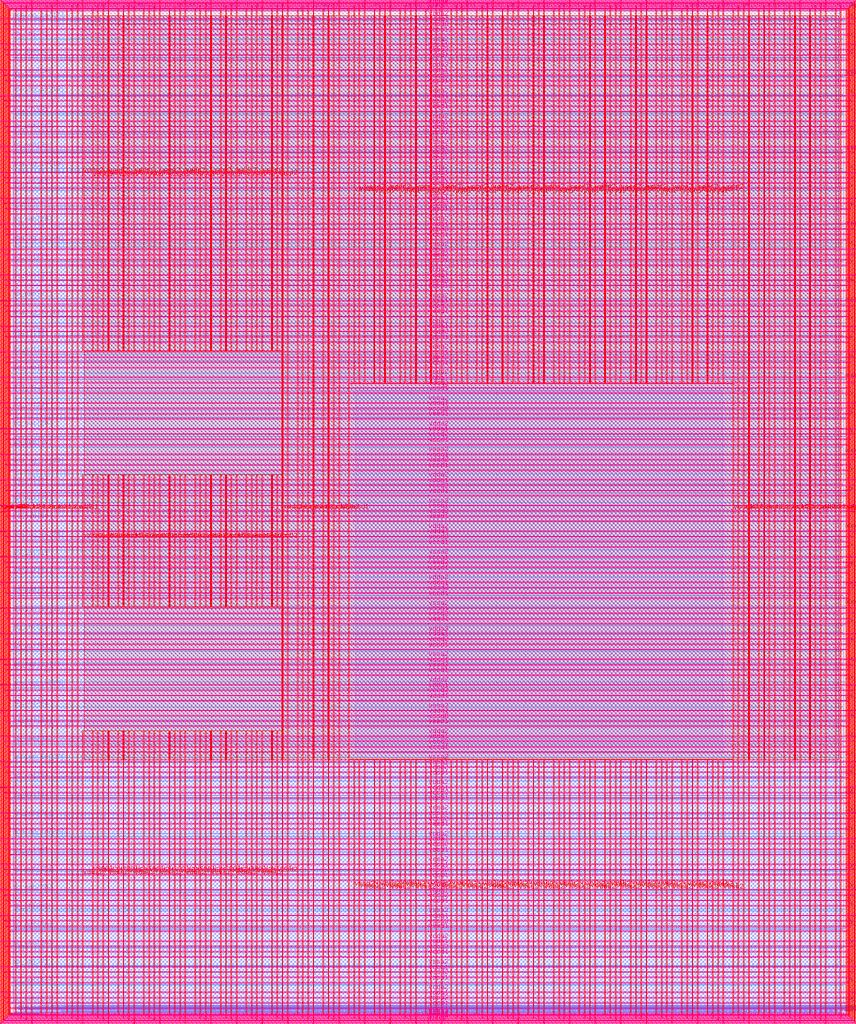
<source format=lef>
VERSION 5.7 ;
  NOWIREEXTENSIONATPIN ON ;
  DIVIDERCHAR "/" ;
  BUSBITCHARS "[]" ;
MACRO user_project_wrapper
  CLASS BLOCK ;
  FOREIGN user_project_wrapper ;
  ORIGIN 0.000 0.000 ;
  SIZE 2920.000 BY 3520.000 ;
  PIN analog_io[0]
    DIRECTION INOUT ;
    USE SIGNAL ;
    PORT
      LAYER met3 ;
        RECT 2917.600 1426.380 2924.800 1427.580 ;
    END
  END analog_io[0]
  PIN analog_io[10]
    DIRECTION INOUT ;
    USE SIGNAL ;
    PORT
      LAYER met2 ;
        RECT 2230.490 3517.600 2231.050 3524.800 ;
    END
  END analog_io[10]
  PIN analog_io[11]
    DIRECTION INOUT ;
    USE SIGNAL ;
    PORT
      LAYER met2 ;
        RECT 1905.730 3517.600 1906.290 3524.800 ;
    END
  END analog_io[11]
  PIN analog_io[12]
    DIRECTION INOUT ;
    USE SIGNAL ;
    PORT
      LAYER met2 ;
        RECT 1581.430 3517.600 1581.990 3524.800 ;
    END
  END analog_io[12]
  PIN analog_io[13]
    DIRECTION INOUT ;
    USE SIGNAL ;
    PORT
      LAYER met2 ;
        RECT 1257.130 3517.600 1257.690 3524.800 ;
    END
  END analog_io[13]
  PIN analog_io[14]
    DIRECTION INOUT ;
    USE SIGNAL ;
    PORT
      LAYER met2 ;
        RECT 932.370 3517.600 932.930 3524.800 ;
    END
  END analog_io[14]
  PIN analog_io[15]
    DIRECTION INOUT ;
    USE SIGNAL ;
    PORT
      LAYER met2 ;
        RECT 608.070 3517.600 608.630 3524.800 ;
    END
  END analog_io[15]
  PIN analog_io[16]
    DIRECTION INOUT ;
    USE SIGNAL ;
    PORT
      LAYER met2 ;
        RECT 283.770 3517.600 284.330 3524.800 ;
    END
  END analog_io[16]
  PIN analog_io[17]
    DIRECTION INOUT ;
    USE SIGNAL ;
    PORT
      LAYER met3 ;
        RECT -4.800 3486.100 2.400 3487.300 ;
    END
  END analog_io[17]
  PIN analog_io[18]
    DIRECTION INOUT ;
    USE SIGNAL ;
    PORT
      LAYER met3 ;
        RECT -4.800 3224.980 2.400 3226.180 ;
    END
  END analog_io[18]
  PIN analog_io[19]
    DIRECTION INOUT ;
    USE SIGNAL ;
    PORT
      LAYER met3 ;
        RECT -4.800 2964.540 2.400 2965.740 ;
    END
  END analog_io[19]
  PIN analog_io[1]
    DIRECTION INOUT ;
    USE SIGNAL ;
    PORT
      LAYER met3 ;
        RECT 2917.600 1692.260 2924.800 1693.460 ;
    END
  END analog_io[1]
  PIN analog_io[20]
    DIRECTION INOUT ;
    USE SIGNAL ;
    PORT
      LAYER met3 ;
        RECT -4.800 2703.420 2.400 2704.620 ;
    END
  END analog_io[20]
  PIN analog_io[21]
    DIRECTION INOUT ;
    USE SIGNAL ;
    PORT
      LAYER met3 ;
        RECT -4.800 2442.980 2.400 2444.180 ;
    END
  END analog_io[21]
  PIN analog_io[22]
    DIRECTION INOUT ;
    USE SIGNAL ;
    PORT
      LAYER met3 ;
        RECT -4.800 2182.540 2.400 2183.740 ;
    END
  END analog_io[22]
  PIN analog_io[23]
    DIRECTION INOUT ;
    USE SIGNAL ;
    PORT
      LAYER met3 ;
        RECT -4.800 1921.420 2.400 1922.620 ;
    END
  END analog_io[23]
  PIN analog_io[24]
    DIRECTION INOUT ;
    USE SIGNAL ;
    PORT
      LAYER met3 ;
        RECT -4.800 1660.980 2.400 1662.180 ;
    END
  END analog_io[24]
  PIN analog_io[25]
    DIRECTION INOUT ;
    USE SIGNAL ;
    PORT
      LAYER met3 ;
        RECT -4.800 1399.860 2.400 1401.060 ;
    END
  END analog_io[25]
  PIN analog_io[26]
    DIRECTION INOUT ;
    USE SIGNAL ;
    PORT
      LAYER met3 ;
        RECT -4.800 1139.420 2.400 1140.620 ;
    END
  END analog_io[26]
  PIN analog_io[27]
    DIRECTION INOUT ;
    USE SIGNAL ;
    PORT
      LAYER met3 ;
        RECT -4.800 878.980 2.400 880.180 ;
    END
  END analog_io[27]
  PIN analog_io[28]
    DIRECTION INOUT ;
    USE SIGNAL ;
    PORT
      LAYER met3 ;
        RECT -4.800 617.860 2.400 619.060 ;
    END
  END analog_io[28]
  PIN analog_io[2]
    DIRECTION INOUT ;
    USE SIGNAL ;
    PORT
      LAYER met3 ;
        RECT 2917.600 1958.140 2924.800 1959.340 ;
    END
  END analog_io[2]
  PIN analog_io[3]
    DIRECTION INOUT ;
    USE SIGNAL ;
    PORT
      LAYER met3 ;
        RECT 2917.600 2223.340 2924.800 2224.540 ;
    END
  END analog_io[3]
  PIN analog_io[4]
    DIRECTION INOUT ;
    USE SIGNAL ;
    PORT
      LAYER met3 ;
        RECT 2917.600 2489.220 2924.800 2490.420 ;
    END
  END analog_io[4]
  PIN analog_io[5]
    DIRECTION INOUT ;
    USE SIGNAL ;
    PORT
      LAYER met3 ;
        RECT 2917.600 2755.100 2924.800 2756.300 ;
    END
  END analog_io[5]
  PIN analog_io[6]
    DIRECTION INOUT ;
    USE SIGNAL ;
    PORT
      LAYER met3 ;
        RECT 2917.600 3020.300 2924.800 3021.500 ;
    END
  END analog_io[6]
  PIN analog_io[7]
    DIRECTION INOUT ;
    USE SIGNAL ;
    PORT
      LAYER met3 ;
        RECT 2917.600 3286.180 2924.800 3287.380 ;
    END
  END analog_io[7]
  PIN analog_io[8]
    DIRECTION INOUT ;
    USE SIGNAL ;
    PORT
      LAYER met2 ;
        RECT 2879.090 3517.600 2879.650 3524.800 ;
    END
  END analog_io[8]
  PIN analog_io[9]
    DIRECTION INOUT ;
    USE SIGNAL ;
    PORT
      LAYER met2 ;
        RECT 2554.790 3517.600 2555.350 3524.800 ;
    END
  END analog_io[9]
  PIN io_in[0]
    DIRECTION INPUT ;
    USE SIGNAL ;
    PORT
      LAYER met3 ;
        RECT 2917.600 32.380 2924.800 33.580 ;
    END
  END io_in[0]
  PIN io_in[10]
    DIRECTION INPUT ;
    USE SIGNAL ;
    PORT
      LAYER met3 ;
        RECT 2917.600 2289.980 2924.800 2291.180 ;
    END
  END io_in[10]
  PIN io_in[11]
    DIRECTION INPUT ;
    USE SIGNAL ;
    PORT
      LAYER met3 ;
        RECT 2917.600 2555.860 2924.800 2557.060 ;
    END
  END io_in[11]
  PIN io_in[12]
    DIRECTION INPUT ;
    USE SIGNAL ;
    PORT
      LAYER met3 ;
        RECT 2917.600 2821.060 2924.800 2822.260 ;
    END
  END io_in[12]
  PIN io_in[13]
    DIRECTION INPUT ;
    USE SIGNAL ;
    PORT
      LAYER met3 ;
        RECT 2917.600 3086.940 2924.800 3088.140 ;
    END
  END io_in[13]
  PIN io_in[14]
    DIRECTION INPUT ;
    USE SIGNAL ;
    PORT
      LAYER met3 ;
        RECT 2917.600 3352.820 2924.800 3354.020 ;
    END
  END io_in[14]
  PIN io_in[15]
    DIRECTION INPUT ;
    USE SIGNAL ;
    PORT
      LAYER met2 ;
        RECT 2798.130 3517.600 2798.690 3524.800 ;
    END
  END io_in[15]
  PIN io_in[16]
    DIRECTION INPUT ;
    USE SIGNAL ;
    PORT
      LAYER met2 ;
        RECT 2473.830 3517.600 2474.390 3524.800 ;
    END
  END io_in[16]
  PIN io_in[17]
    DIRECTION INPUT ;
    USE SIGNAL ;
    PORT
      LAYER met2 ;
        RECT 2149.070 3517.600 2149.630 3524.800 ;
    END
  END io_in[17]
  PIN io_in[18]
    DIRECTION INPUT ;
    USE SIGNAL ;
    PORT
      LAYER met2 ;
        RECT 1824.770 3517.600 1825.330 3524.800 ;
    END
  END io_in[18]
  PIN io_in[19]
    DIRECTION INPUT ;
    USE SIGNAL ;
    PORT
      LAYER met2 ;
        RECT 1500.470 3517.600 1501.030 3524.800 ;
    END
  END io_in[19]
  PIN io_in[1]
    DIRECTION INPUT ;
    USE SIGNAL ;
    PORT
      LAYER met3 ;
        RECT 2917.600 230.940 2924.800 232.140 ;
    END
  END io_in[1]
  PIN io_in[20]
    DIRECTION INPUT ;
    USE SIGNAL ;
    PORT
      LAYER met2 ;
        RECT 1175.710 3517.600 1176.270 3524.800 ;
    END
  END io_in[20]
  PIN io_in[21]
    DIRECTION INPUT ;
    USE SIGNAL ;
    PORT
      LAYER met2 ;
        RECT 851.410 3517.600 851.970 3524.800 ;
    END
  END io_in[21]
  PIN io_in[22]
    DIRECTION INPUT ;
    USE SIGNAL ;
    PORT
      LAYER met2 ;
        RECT 527.110 3517.600 527.670 3524.800 ;
    END
  END io_in[22]
  PIN io_in[23]
    DIRECTION INPUT ;
    USE SIGNAL ;
    PORT
      LAYER met2 ;
        RECT 202.350 3517.600 202.910 3524.800 ;
    END
  END io_in[23]
  PIN io_in[24]
    DIRECTION INPUT ;
    USE SIGNAL ;
    PORT
      LAYER met3 ;
        RECT -4.800 3420.820 2.400 3422.020 ;
    END
  END io_in[24]
  PIN io_in[25]
    DIRECTION INPUT ;
    USE SIGNAL ;
    PORT
      LAYER met3 ;
        RECT -4.800 3159.700 2.400 3160.900 ;
    END
  END io_in[25]
  PIN io_in[26]
    DIRECTION INPUT ;
    USE SIGNAL ;
    PORT
      LAYER met3 ;
        RECT -4.800 2899.260 2.400 2900.460 ;
    END
  END io_in[26]
  PIN io_in[27]
    DIRECTION INPUT ;
    USE SIGNAL ;
    PORT
      LAYER met3 ;
        RECT -4.800 2638.820 2.400 2640.020 ;
    END
  END io_in[27]
  PIN io_in[28]
    DIRECTION INPUT ;
    USE SIGNAL ;
    PORT
      LAYER met3 ;
        RECT -4.800 2377.700 2.400 2378.900 ;
    END
  END io_in[28]
  PIN io_in[29]
    DIRECTION INPUT ;
    USE SIGNAL ;
    PORT
      LAYER met3 ;
        RECT -4.800 2117.260 2.400 2118.460 ;
    END
  END io_in[29]
  PIN io_in[2]
    DIRECTION INPUT ;
    USE SIGNAL ;
    PORT
      LAYER met3 ;
        RECT 2917.600 430.180 2924.800 431.380 ;
    END
  END io_in[2]
  PIN io_in[30]
    DIRECTION INPUT ;
    USE SIGNAL ;
    PORT
      LAYER met3 ;
        RECT -4.800 1856.140 2.400 1857.340 ;
    END
  END io_in[30]
  PIN io_in[31]
    DIRECTION INPUT ;
    USE SIGNAL ;
    PORT
      LAYER met3 ;
        RECT -4.800 1595.700 2.400 1596.900 ;
    END
  END io_in[31]
  PIN io_in[32]
    DIRECTION INPUT ;
    USE SIGNAL ;
    PORT
      LAYER met3 ;
        RECT -4.800 1335.260 2.400 1336.460 ;
    END
  END io_in[32]
  PIN io_in[33]
    DIRECTION INPUT ;
    USE SIGNAL ;
    PORT
      LAYER met3 ;
        RECT -4.800 1074.140 2.400 1075.340 ;
    END
  END io_in[33]
  PIN io_in[34]
    DIRECTION INPUT ;
    USE SIGNAL ;
    PORT
      LAYER met3 ;
        RECT -4.800 813.700 2.400 814.900 ;
    END
  END io_in[34]
  PIN io_in[35]
    DIRECTION INPUT ;
    USE SIGNAL ;
    PORT
      LAYER met3 ;
        RECT -4.800 552.580 2.400 553.780 ;
    END
  END io_in[35]
  PIN io_in[36]
    DIRECTION INPUT ;
    USE SIGNAL ;
    PORT
      LAYER met3 ;
        RECT -4.800 357.420 2.400 358.620 ;
    END
  END io_in[36]
  PIN io_in[37]
    DIRECTION INPUT ;
    USE SIGNAL ;
    PORT
      LAYER met3 ;
        RECT -4.800 161.580 2.400 162.780 ;
    END
  END io_in[37]
  PIN io_in[3]
    DIRECTION INPUT ;
    USE SIGNAL ;
    PORT
      LAYER met3 ;
        RECT 2917.600 629.420 2924.800 630.620 ;
    END
  END io_in[3]
  PIN io_in[4]
    DIRECTION INPUT ;
    USE SIGNAL ;
    PORT
      LAYER met3 ;
        RECT 2917.600 828.660 2924.800 829.860 ;
    END
  END io_in[4]
  PIN io_in[5]
    DIRECTION INPUT ;
    USE SIGNAL ;
    PORT
      LAYER met3 ;
        RECT 2917.600 1027.900 2924.800 1029.100 ;
    END
  END io_in[5]
  PIN io_in[6]
    DIRECTION INPUT ;
    USE SIGNAL ;
    PORT
      LAYER met3 ;
        RECT 2917.600 1227.140 2924.800 1228.340 ;
    END
  END io_in[6]
  PIN io_in[7]
    DIRECTION INPUT ;
    USE SIGNAL ;
    PORT
      LAYER met3 ;
        RECT 2917.600 1493.020 2924.800 1494.220 ;
    END
  END io_in[7]
  PIN io_in[8]
    DIRECTION INPUT ;
    USE SIGNAL ;
    PORT
      LAYER met3 ;
        RECT 2917.600 1758.900 2924.800 1760.100 ;
    END
  END io_in[8]
  PIN io_in[9]
    DIRECTION INPUT ;
    USE SIGNAL ;
    PORT
      LAYER met3 ;
        RECT 2917.600 2024.100 2924.800 2025.300 ;
    END
  END io_in[9]
  PIN io_oeb[0]
    DIRECTION OUTPUT TRISTATE ;
    USE SIGNAL ;
    PORT
      LAYER met3 ;
        RECT 2917.600 164.980 2924.800 166.180 ;
    END
  END io_oeb[0]
  PIN io_oeb[10]
    DIRECTION OUTPUT TRISTATE ;
    USE SIGNAL ;
    PORT
      LAYER met3 ;
        RECT 2917.600 2422.580 2924.800 2423.780 ;
    END
  END io_oeb[10]
  PIN io_oeb[11]
    DIRECTION OUTPUT TRISTATE ;
    USE SIGNAL ;
    PORT
      LAYER met3 ;
        RECT 2917.600 2688.460 2924.800 2689.660 ;
    END
  END io_oeb[11]
  PIN io_oeb[12]
    DIRECTION OUTPUT TRISTATE ;
    USE SIGNAL ;
    PORT
      LAYER met3 ;
        RECT 2917.600 2954.340 2924.800 2955.540 ;
    END
  END io_oeb[12]
  PIN io_oeb[13]
    DIRECTION OUTPUT TRISTATE ;
    USE SIGNAL ;
    PORT
      LAYER met3 ;
        RECT 2917.600 3219.540 2924.800 3220.740 ;
    END
  END io_oeb[13]
  PIN io_oeb[14]
    DIRECTION OUTPUT TRISTATE ;
    USE SIGNAL ;
    PORT
      LAYER met3 ;
        RECT 2917.600 3485.420 2924.800 3486.620 ;
    END
  END io_oeb[14]
  PIN io_oeb[15]
    DIRECTION OUTPUT TRISTATE ;
    USE SIGNAL ;
    PORT
      LAYER met2 ;
        RECT 2635.750 3517.600 2636.310 3524.800 ;
    END
  END io_oeb[15]
  PIN io_oeb[16]
    DIRECTION OUTPUT TRISTATE ;
    USE SIGNAL ;
    PORT
      LAYER met2 ;
        RECT 2311.450 3517.600 2312.010 3524.800 ;
    END
  END io_oeb[16]
  PIN io_oeb[17]
    DIRECTION OUTPUT TRISTATE ;
    USE SIGNAL ;
    PORT
      LAYER met2 ;
        RECT 1987.150 3517.600 1987.710 3524.800 ;
    END
  END io_oeb[17]
  PIN io_oeb[18]
    DIRECTION OUTPUT TRISTATE ;
    USE SIGNAL ;
    PORT
      LAYER met2 ;
        RECT 1662.390 3517.600 1662.950 3524.800 ;
    END
  END io_oeb[18]
  PIN io_oeb[19]
    DIRECTION OUTPUT TRISTATE ;
    USE SIGNAL ;
    PORT
      LAYER met2 ;
        RECT 1338.090 3517.600 1338.650 3524.800 ;
    END
  END io_oeb[19]
  PIN io_oeb[1]
    DIRECTION OUTPUT TRISTATE ;
    USE SIGNAL ;
    PORT
      LAYER met3 ;
        RECT 2917.600 364.220 2924.800 365.420 ;
    END
  END io_oeb[1]
  PIN io_oeb[20]
    DIRECTION OUTPUT TRISTATE ;
    USE SIGNAL ;
    PORT
      LAYER met2 ;
        RECT 1013.790 3517.600 1014.350 3524.800 ;
    END
  END io_oeb[20]
  PIN io_oeb[21]
    DIRECTION OUTPUT TRISTATE ;
    USE SIGNAL ;
    PORT
      LAYER met2 ;
        RECT 689.030 3517.600 689.590 3524.800 ;
    END
  END io_oeb[21]
  PIN io_oeb[22]
    DIRECTION OUTPUT TRISTATE ;
    USE SIGNAL ;
    PORT
      LAYER met2 ;
        RECT 364.730 3517.600 365.290 3524.800 ;
    END
  END io_oeb[22]
  PIN io_oeb[23]
    DIRECTION OUTPUT TRISTATE ;
    USE SIGNAL ;
    PORT
      LAYER met2 ;
        RECT 40.430 3517.600 40.990 3524.800 ;
    END
  END io_oeb[23]
  PIN io_oeb[24]
    DIRECTION OUTPUT TRISTATE ;
    USE SIGNAL ;
    PORT
      LAYER met3 ;
        RECT -4.800 3290.260 2.400 3291.460 ;
    END
  END io_oeb[24]
  PIN io_oeb[25]
    DIRECTION OUTPUT TRISTATE ;
    USE SIGNAL ;
    PORT
      LAYER met3 ;
        RECT -4.800 3029.820 2.400 3031.020 ;
    END
  END io_oeb[25]
  PIN io_oeb[26]
    DIRECTION OUTPUT TRISTATE ;
    USE SIGNAL ;
    PORT
      LAYER met3 ;
        RECT -4.800 2768.700 2.400 2769.900 ;
    END
  END io_oeb[26]
  PIN io_oeb[27]
    DIRECTION OUTPUT TRISTATE ;
    USE SIGNAL ;
    PORT
      LAYER met3 ;
        RECT -4.800 2508.260 2.400 2509.460 ;
    END
  END io_oeb[27]
  PIN io_oeb[28]
    DIRECTION OUTPUT TRISTATE ;
    USE SIGNAL ;
    PORT
      LAYER met3 ;
        RECT -4.800 2247.140 2.400 2248.340 ;
    END
  END io_oeb[28]
  PIN io_oeb[29]
    DIRECTION OUTPUT TRISTATE ;
    USE SIGNAL ;
    PORT
      LAYER met3 ;
        RECT -4.800 1986.700 2.400 1987.900 ;
    END
  END io_oeb[29]
  PIN io_oeb[2]
    DIRECTION OUTPUT TRISTATE ;
    USE SIGNAL ;
    PORT
      LAYER met3 ;
        RECT 2917.600 563.460 2924.800 564.660 ;
    END
  END io_oeb[2]
  PIN io_oeb[30]
    DIRECTION OUTPUT TRISTATE ;
    USE SIGNAL ;
    PORT
      LAYER met3 ;
        RECT -4.800 1726.260 2.400 1727.460 ;
    END
  END io_oeb[30]
  PIN io_oeb[31]
    DIRECTION OUTPUT TRISTATE ;
    USE SIGNAL ;
    PORT
      LAYER met3 ;
        RECT -4.800 1465.140 2.400 1466.340 ;
    END
  END io_oeb[31]
  PIN io_oeb[32]
    DIRECTION OUTPUT TRISTATE ;
    USE SIGNAL ;
    PORT
      LAYER met3 ;
        RECT -4.800 1204.700 2.400 1205.900 ;
    END
  END io_oeb[32]
  PIN io_oeb[33]
    DIRECTION OUTPUT TRISTATE ;
    USE SIGNAL ;
    PORT
      LAYER met3 ;
        RECT -4.800 943.580 2.400 944.780 ;
    END
  END io_oeb[33]
  PIN io_oeb[34]
    DIRECTION OUTPUT TRISTATE ;
    USE SIGNAL ;
    PORT
      LAYER met3 ;
        RECT -4.800 683.140 2.400 684.340 ;
    END
  END io_oeb[34]
  PIN io_oeb[35]
    DIRECTION OUTPUT TRISTATE ;
    USE SIGNAL ;
    PORT
      LAYER met3 ;
        RECT -4.800 422.700 2.400 423.900 ;
    END
  END io_oeb[35]
  PIN io_oeb[36]
    DIRECTION OUTPUT TRISTATE ;
    USE SIGNAL ;
    PORT
      LAYER met3 ;
        RECT -4.800 226.860 2.400 228.060 ;
    END
  END io_oeb[36]
  PIN io_oeb[37]
    DIRECTION OUTPUT TRISTATE ;
    USE SIGNAL ;
    PORT
      LAYER met3 ;
        RECT -4.800 31.700 2.400 32.900 ;
    END
  END io_oeb[37]
  PIN io_oeb[3]
    DIRECTION OUTPUT TRISTATE ;
    USE SIGNAL ;
    PORT
      LAYER met3 ;
        RECT 2917.600 762.700 2924.800 763.900 ;
    END
  END io_oeb[3]
  PIN io_oeb[4]
    DIRECTION OUTPUT TRISTATE ;
    USE SIGNAL ;
    PORT
      LAYER met3 ;
        RECT 2917.600 961.940 2924.800 963.140 ;
    END
  END io_oeb[4]
  PIN io_oeb[5]
    DIRECTION OUTPUT TRISTATE ;
    USE SIGNAL ;
    PORT
      LAYER met3 ;
        RECT 2917.600 1161.180 2924.800 1162.380 ;
    END
  END io_oeb[5]
  PIN io_oeb[6]
    DIRECTION OUTPUT TRISTATE ;
    USE SIGNAL ;
    PORT
      LAYER met3 ;
        RECT 2917.600 1360.420 2924.800 1361.620 ;
    END
  END io_oeb[6]
  PIN io_oeb[7]
    DIRECTION OUTPUT TRISTATE ;
    USE SIGNAL ;
    PORT
      LAYER met3 ;
        RECT 2917.600 1625.620 2924.800 1626.820 ;
    END
  END io_oeb[7]
  PIN io_oeb[8]
    DIRECTION OUTPUT TRISTATE ;
    USE SIGNAL ;
    PORT
      LAYER met3 ;
        RECT 2917.600 1891.500 2924.800 1892.700 ;
    END
  END io_oeb[8]
  PIN io_oeb[9]
    DIRECTION OUTPUT TRISTATE ;
    USE SIGNAL ;
    PORT
      LAYER met3 ;
        RECT 2917.600 2157.380 2924.800 2158.580 ;
    END
  END io_oeb[9]
  PIN io_out[0]
    DIRECTION OUTPUT TRISTATE ;
    USE SIGNAL ;
    PORT
      LAYER met3 ;
        RECT 2917.600 98.340 2924.800 99.540 ;
    END
  END io_out[0]
  PIN io_out[10]
    DIRECTION OUTPUT TRISTATE ;
    USE SIGNAL ;
    PORT
      LAYER met3 ;
        RECT 2917.600 2356.620 2924.800 2357.820 ;
    END
  END io_out[10]
  PIN io_out[11]
    DIRECTION OUTPUT TRISTATE ;
    USE SIGNAL ;
    PORT
      LAYER met3 ;
        RECT 2917.600 2621.820 2924.800 2623.020 ;
    END
  END io_out[11]
  PIN io_out[12]
    DIRECTION OUTPUT TRISTATE ;
    USE SIGNAL ;
    PORT
      LAYER met3 ;
        RECT 2917.600 2887.700 2924.800 2888.900 ;
    END
  END io_out[12]
  PIN io_out[13]
    DIRECTION OUTPUT TRISTATE ;
    USE SIGNAL ;
    PORT
      LAYER met3 ;
        RECT 2917.600 3153.580 2924.800 3154.780 ;
    END
  END io_out[13]
  PIN io_out[14]
    DIRECTION OUTPUT TRISTATE ;
    USE SIGNAL ;
    PORT
      LAYER met3 ;
        RECT 2917.600 3418.780 2924.800 3419.980 ;
    END
  END io_out[14]
  PIN io_out[15]
    DIRECTION OUTPUT TRISTATE ;
    USE SIGNAL ;
    PORT
      LAYER met2 ;
        RECT 2717.170 3517.600 2717.730 3524.800 ;
    END
  END io_out[15]
  PIN io_out[16]
    DIRECTION OUTPUT TRISTATE ;
    USE SIGNAL ;
    PORT
      LAYER met2 ;
        RECT 2392.410 3517.600 2392.970 3524.800 ;
    END
  END io_out[16]
  PIN io_out[17]
    DIRECTION OUTPUT TRISTATE ;
    USE SIGNAL ;
    PORT
      LAYER met2 ;
        RECT 2068.110 3517.600 2068.670 3524.800 ;
    END
  END io_out[17]
  PIN io_out[18]
    DIRECTION OUTPUT TRISTATE ;
    USE SIGNAL ;
    PORT
      LAYER met2 ;
        RECT 1743.810 3517.600 1744.370 3524.800 ;
    END
  END io_out[18]
  PIN io_out[19]
    DIRECTION OUTPUT TRISTATE ;
    USE SIGNAL ;
    PORT
      LAYER met2 ;
        RECT 1419.050 3517.600 1419.610 3524.800 ;
    END
  END io_out[19]
  PIN io_out[1]
    DIRECTION OUTPUT TRISTATE ;
    USE SIGNAL ;
    PORT
      LAYER met3 ;
        RECT 2917.600 297.580 2924.800 298.780 ;
    END
  END io_out[1]
  PIN io_out[20]
    DIRECTION OUTPUT TRISTATE ;
    USE SIGNAL ;
    PORT
      LAYER met2 ;
        RECT 1094.750 3517.600 1095.310 3524.800 ;
    END
  END io_out[20]
  PIN io_out[21]
    DIRECTION OUTPUT TRISTATE ;
    USE SIGNAL ;
    PORT
      LAYER met2 ;
        RECT 770.450 3517.600 771.010 3524.800 ;
    END
  END io_out[21]
  PIN io_out[22]
    DIRECTION OUTPUT TRISTATE ;
    USE SIGNAL ;
    PORT
      LAYER met2 ;
        RECT 445.690 3517.600 446.250 3524.800 ;
    END
  END io_out[22]
  PIN io_out[23]
    DIRECTION OUTPUT TRISTATE ;
    USE SIGNAL ;
    PORT
      LAYER met2 ;
        RECT 121.390 3517.600 121.950 3524.800 ;
    END
  END io_out[23]
  PIN io_out[24]
    DIRECTION OUTPUT TRISTATE ;
    USE SIGNAL ;
    PORT
      LAYER met3 ;
        RECT -4.800 3355.540 2.400 3356.740 ;
    END
  END io_out[24]
  PIN io_out[25]
    DIRECTION OUTPUT TRISTATE ;
    USE SIGNAL ;
    PORT
      LAYER met3 ;
        RECT -4.800 3095.100 2.400 3096.300 ;
    END
  END io_out[25]
  PIN io_out[26]
    DIRECTION OUTPUT TRISTATE ;
    USE SIGNAL ;
    PORT
      LAYER met3 ;
        RECT -4.800 2833.980 2.400 2835.180 ;
    END
  END io_out[26]
  PIN io_out[27]
    DIRECTION OUTPUT TRISTATE ;
    USE SIGNAL ;
    PORT
      LAYER met3 ;
        RECT -4.800 2573.540 2.400 2574.740 ;
    END
  END io_out[27]
  PIN io_out[28]
    DIRECTION OUTPUT TRISTATE ;
    USE SIGNAL ;
    PORT
      LAYER met3 ;
        RECT -4.800 2312.420 2.400 2313.620 ;
    END
  END io_out[28]
  PIN io_out[29]
    DIRECTION OUTPUT TRISTATE ;
    USE SIGNAL ;
    PORT
      LAYER met3 ;
        RECT -4.800 2051.980 2.400 2053.180 ;
    END
  END io_out[29]
  PIN io_out[2]
    DIRECTION OUTPUT TRISTATE ;
    USE SIGNAL ;
    PORT
      LAYER met3 ;
        RECT 2917.600 496.820 2924.800 498.020 ;
    END
  END io_out[2]
  PIN io_out[30]
    DIRECTION OUTPUT TRISTATE ;
    USE SIGNAL ;
    PORT
      LAYER met3 ;
        RECT -4.800 1791.540 2.400 1792.740 ;
    END
  END io_out[30]
  PIN io_out[31]
    DIRECTION OUTPUT TRISTATE ;
    USE SIGNAL ;
    PORT
      LAYER met3 ;
        RECT -4.800 1530.420 2.400 1531.620 ;
    END
  END io_out[31]
  PIN io_out[32]
    DIRECTION OUTPUT TRISTATE ;
    USE SIGNAL ;
    PORT
      LAYER met3 ;
        RECT -4.800 1269.980 2.400 1271.180 ;
    END
  END io_out[32]
  PIN io_out[33]
    DIRECTION OUTPUT TRISTATE ;
    USE SIGNAL ;
    PORT
      LAYER met3 ;
        RECT -4.800 1008.860 2.400 1010.060 ;
    END
  END io_out[33]
  PIN io_out[34]
    DIRECTION OUTPUT TRISTATE ;
    USE SIGNAL ;
    PORT
      LAYER met3 ;
        RECT -4.800 748.420 2.400 749.620 ;
    END
  END io_out[34]
  PIN io_out[35]
    DIRECTION OUTPUT TRISTATE ;
    USE SIGNAL ;
    PORT
      LAYER met3 ;
        RECT -4.800 487.300 2.400 488.500 ;
    END
  END io_out[35]
  PIN io_out[36]
    DIRECTION OUTPUT TRISTATE ;
    USE SIGNAL ;
    PORT
      LAYER met3 ;
        RECT -4.800 292.140 2.400 293.340 ;
    END
  END io_out[36]
  PIN io_out[37]
    DIRECTION OUTPUT TRISTATE ;
    USE SIGNAL ;
    PORT
      LAYER met3 ;
        RECT -4.800 96.300 2.400 97.500 ;
    END
  END io_out[37]
  PIN io_out[3]
    DIRECTION OUTPUT TRISTATE ;
    USE SIGNAL ;
    PORT
      LAYER met3 ;
        RECT 2917.600 696.060 2924.800 697.260 ;
    END
  END io_out[3]
  PIN io_out[4]
    DIRECTION OUTPUT TRISTATE ;
    USE SIGNAL ;
    PORT
      LAYER met3 ;
        RECT 2917.600 895.300 2924.800 896.500 ;
    END
  END io_out[4]
  PIN io_out[5]
    DIRECTION OUTPUT TRISTATE ;
    USE SIGNAL ;
    PORT
      LAYER met3 ;
        RECT 2917.600 1094.540 2924.800 1095.740 ;
    END
  END io_out[5]
  PIN io_out[6]
    DIRECTION OUTPUT TRISTATE ;
    USE SIGNAL ;
    PORT
      LAYER met3 ;
        RECT 2917.600 1293.780 2924.800 1294.980 ;
    END
  END io_out[6]
  PIN io_out[7]
    DIRECTION OUTPUT TRISTATE ;
    USE SIGNAL ;
    PORT
      LAYER met3 ;
        RECT 2917.600 1559.660 2924.800 1560.860 ;
    END
  END io_out[7]
  PIN io_out[8]
    DIRECTION OUTPUT TRISTATE ;
    USE SIGNAL ;
    PORT
      LAYER met3 ;
        RECT 2917.600 1824.860 2924.800 1826.060 ;
    END
  END io_out[8]
  PIN io_out[9]
    DIRECTION OUTPUT TRISTATE ;
    USE SIGNAL ;
    PORT
      LAYER met3 ;
        RECT 2917.600 2090.740 2924.800 2091.940 ;
    END
  END io_out[9]
  PIN la_data_in[0]
    DIRECTION INPUT ;
    USE SIGNAL ;
    PORT
      LAYER met2 ;
        RECT 629.230 -4.800 629.790 2.400 ;
    END
  END la_data_in[0]
  PIN la_data_in[100]
    DIRECTION INPUT ;
    USE SIGNAL ;
    PORT
      LAYER met2 ;
        RECT 2402.530 -4.800 2403.090 2.400 ;
    END
  END la_data_in[100]
  PIN la_data_in[101]
    DIRECTION INPUT ;
    USE SIGNAL ;
    PORT
      LAYER met2 ;
        RECT 2420.010 -4.800 2420.570 2.400 ;
    END
  END la_data_in[101]
  PIN la_data_in[102]
    DIRECTION INPUT ;
    USE SIGNAL ;
    PORT
      LAYER met2 ;
        RECT 2437.950 -4.800 2438.510 2.400 ;
    END
  END la_data_in[102]
  PIN la_data_in[103]
    DIRECTION INPUT ;
    USE SIGNAL ;
    PORT
      LAYER met2 ;
        RECT 2455.430 -4.800 2455.990 2.400 ;
    END
  END la_data_in[103]
  PIN la_data_in[104]
    DIRECTION INPUT ;
    USE SIGNAL ;
    PORT
      LAYER met2 ;
        RECT 2473.370 -4.800 2473.930 2.400 ;
    END
  END la_data_in[104]
  PIN la_data_in[105]
    DIRECTION INPUT ;
    USE SIGNAL ;
    PORT
      LAYER met2 ;
        RECT 2490.850 -4.800 2491.410 2.400 ;
    END
  END la_data_in[105]
  PIN la_data_in[106]
    DIRECTION INPUT ;
    USE SIGNAL ;
    PORT
      LAYER met2 ;
        RECT 2508.790 -4.800 2509.350 2.400 ;
    END
  END la_data_in[106]
  PIN la_data_in[107]
    DIRECTION INPUT ;
    USE SIGNAL ;
    PORT
      LAYER met2 ;
        RECT 2526.730 -4.800 2527.290 2.400 ;
    END
  END la_data_in[107]
  PIN la_data_in[108]
    DIRECTION INPUT ;
    USE SIGNAL ;
    PORT
      LAYER met2 ;
        RECT 2544.210 -4.800 2544.770 2.400 ;
    END
  END la_data_in[108]
  PIN la_data_in[109]
    DIRECTION INPUT ;
    USE SIGNAL ;
    PORT
      LAYER met2 ;
        RECT 2562.150 -4.800 2562.710 2.400 ;
    END
  END la_data_in[109]
  PIN la_data_in[10]
    DIRECTION INPUT ;
    USE SIGNAL ;
    PORT
      LAYER met2 ;
        RECT 806.330 -4.800 806.890 2.400 ;
    END
  END la_data_in[10]
  PIN la_data_in[110]
    DIRECTION INPUT ;
    USE SIGNAL ;
    PORT
      LAYER met2 ;
        RECT 2579.630 -4.800 2580.190 2.400 ;
    END
  END la_data_in[110]
  PIN la_data_in[111]
    DIRECTION INPUT ;
    USE SIGNAL ;
    PORT
      LAYER met2 ;
        RECT 2597.570 -4.800 2598.130 2.400 ;
    END
  END la_data_in[111]
  PIN la_data_in[112]
    DIRECTION INPUT ;
    USE SIGNAL ;
    PORT
      LAYER met2 ;
        RECT 2615.050 -4.800 2615.610 2.400 ;
    END
  END la_data_in[112]
  PIN la_data_in[113]
    DIRECTION INPUT ;
    USE SIGNAL ;
    PORT
      LAYER met2 ;
        RECT 2632.990 -4.800 2633.550 2.400 ;
    END
  END la_data_in[113]
  PIN la_data_in[114]
    DIRECTION INPUT ;
    USE SIGNAL ;
    PORT
      LAYER met2 ;
        RECT 2650.470 -4.800 2651.030 2.400 ;
    END
  END la_data_in[114]
  PIN la_data_in[115]
    DIRECTION INPUT ;
    USE SIGNAL ;
    PORT
      LAYER met2 ;
        RECT 2668.410 -4.800 2668.970 2.400 ;
    END
  END la_data_in[115]
  PIN la_data_in[116]
    DIRECTION INPUT ;
    USE SIGNAL ;
    PORT
      LAYER met2 ;
        RECT 2685.890 -4.800 2686.450 2.400 ;
    END
  END la_data_in[116]
  PIN la_data_in[117]
    DIRECTION INPUT ;
    USE SIGNAL ;
    PORT
      LAYER met2 ;
        RECT 2703.830 -4.800 2704.390 2.400 ;
    END
  END la_data_in[117]
  PIN la_data_in[118]
    DIRECTION INPUT ;
    USE SIGNAL ;
    PORT
      LAYER met2 ;
        RECT 2721.770 -4.800 2722.330 2.400 ;
    END
  END la_data_in[118]
  PIN la_data_in[119]
    DIRECTION INPUT ;
    USE SIGNAL ;
    PORT
      LAYER met2 ;
        RECT 2739.250 -4.800 2739.810 2.400 ;
    END
  END la_data_in[119]
  PIN la_data_in[11]
    DIRECTION INPUT ;
    USE SIGNAL ;
    PORT
      LAYER met2 ;
        RECT 824.270 -4.800 824.830 2.400 ;
    END
  END la_data_in[11]
  PIN la_data_in[120]
    DIRECTION INPUT ;
    USE SIGNAL ;
    PORT
      LAYER met2 ;
        RECT 2757.190 -4.800 2757.750 2.400 ;
    END
  END la_data_in[120]
  PIN la_data_in[121]
    DIRECTION INPUT ;
    USE SIGNAL ;
    PORT
      LAYER met2 ;
        RECT 2774.670 -4.800 2775.230 2.400 ;
    END
  END la_data_in[121]
  PIN la_data_in[122]
    DIRECTION INPUT ;
    USE SIGNAL ;
    PORT
      LAYER met2 ;
        RECT 2792.610 -4.800 2793.170 2.400 ;
    END
  END la_data_in[122]
  PIN la_data_in[123]
    DIRECTION INPUT ;
    USE SIGNAL ;
    PORT
      LAYER met2 ;
        RECT 2810.090 -4.800 2810.650 2.400 ;
    END
  END la_data_in[123]
  PIN la_data_in[124]
    DIRECTION INPUT ;
    USE SIGNAL ;
    PORT
      LAYER met2 ;
        RECT 2828.030 -4.800 2828.590 2.400 ;
    END
  END la_data_in[124]
  PIN la_data_in[125]
    DIRECTION INPUT ;
    USE SIGNAL ;
    PORT
      LAYER met2 ;
        RECT 2845.510 -4.800 2846.070 2.400 ;
    END
  END la_data_in[125]
  PIN la_data_in[126]
    DIRECTION INPUT ;
    USE SIGNAL ;
    PORT
      LAYER met2 ;
        RECT 2863.450 -4.800 2864.010 2.400 ;
    END
  END la_data_in[126]
  PIN la_data_in[127]
    DIRECTION INPUT ;
    USE SIGNAL ;
    PORT
      LAYER met2 ;
        RECT 2881.390 -4.800 2881.950 2.400 ;
    END
  END la_data_in[127]
  PIN la_data_in[12]
    DIRECTION INPUT ;
    USE SIGNAL ;
    PORT
      LAYER met2 ;
        RECT 841.750 -4.800 842.310 2.400 ;
    END
  END la_data_in[12]
  PIN la_data_in[13]
    DIRECTION INPUT ;
    USE SIGNAL ;
    PORT
      LAYER met2 ;
        RECT 859.690 -4.800 860.250 2.400 ;
    END
  END la_data_in[13]
  PIN la_data_in[14]
    DIRECTION INPUT ;
    USE SIGNAL ;
    PORT
      LAYER met2 ;
        RECT 877.170 -4.800 877.730 2.400 ;
    END
  END la_data_in[14]
  PIN la_data_in[15]
    DIRECTION INPUT ;
    USE SIGNAL ;
    PORT
      LAYER met2 ;
        RECT 895.110 -4.800 895.670 2.400 ;
    END
  END la_data_in[15]
  PIN la_data_in[16]
    DIRECTION INPUT ;
    USE SIGNAL ;
    PORT
      LAYER met2 ;
        RECT 912.590 -4.800 913.150 2.400 ;
    END
  END la_data_in[16]
  PIN la_data_in[17]
    DIRECTION INPUT ;
    USE SIGNAL ;
    PORT
      LAYER met2 ;
        RECT 930.530 -4.800 931.090 2.400 ;
    END
  END la_data_in[17]
  PIN la_data_in[18]
    DIRECTION INPUT ;
    USE SIGNAL ;
    PORT
      LAYER met2 ;
        RECT 948.470 -4.800 949.030 2.400 ;
    END
  END la_data_in[18]
  PIN la_data_in[19]
    DIRECTION INPUT ;
    USE SIGNAL ;
    PORT
      LAYER met2 ;
        RECT 965.950 -4.800 966.510 2.400 ;
    END
  END la_data_in[19]
  PIN la_data_in[1]
    DIRECTION INPUT ;
    USE SIGNAL ;
    PORT
      LAYER met2 ;
        RECT 646.710 -4.800 647.270 2.400 ;
    END
  END la_data_in[1]
  PIN la_data_in[20]
    DIRECTION INPUT ;
    USE SIGNAL ;
    PORT
      LAYER met2 ;
        RECT 983.890 -4.800 984.450 2.400 ;
    END
  END la_data_in[20]
  PIN la_data_in[21]
    DIRECTION INPUT ;
    USE SIGNAL ;
    PORT
      LAYER met2 ;
        RECT 1001.370 -4.800 1001.930 2.400 ;
    END
  END la_data_in[21]
  PIN la_data_in[22]
    DIRECTION INPUT ;
    USE SIGNAL ;
    PORT
      LAYER met2 ;
        RECT 1019.310 -4.800 1019.870 2.400 ;
    END
  END la_data_in[22]
  PIN la_data_in[23]
    DIRECTION INPUT ;
    USE SIGNAL ;
    PORT
      LAYER met2 ;
        RECT 1036.790 -4.800 1037.350 2.400 ;
    END
  END la_data_in[23]
  PIN la_data_in[24]
    DIRECTION INPUT ;
    USE SIGNAL ;
    PORT
      LAYER met2 ;
        RECT 1054.730 -4.800 1055.290 2.400 ;
    END
  END la_data_in[24]
  PIN la_data_in[25]
    DIRECTION INPUT ;
    USE SIGNAL ;
    PORT
      LAYER met2 ;
        RECT 1072.210 -4.800 1072.770 2.400 ;
    END
  END la_data_in[25]
  PIN la_data_in[26]
    DIRECTION INPUT ;
    USE SIGNAL ;
    PORT
      LAYER met2 ;
        RECT 1090.150 -4.800 1090.710 2.400 ;
    END
  END la_data_in[26]
  PIN la_data_in[27]
    DIRECTION INPUT ;
    USE SIGNAL ;
    PORT
      LAYER met2 ;
        RECT 1107.630 -4.800 1108.190 2.400 ;
    END
  END la_data_in[27]
  PIN la_data_in[28]
    DIRECTION INPUT ;
    USE SIGNAL ;
    PORT
      LAYER met2 ;
        RECT 1125.570 -4.800 1126.130 2.400 ;
    END
  END la_data_in[28]
  PIN la_data_in[29]
    DIRECTION INPUT ;
    USE SIGNAL ;
    PORT
      LAYER met2 ;
        RECT 1143.510 -4.800 1144.070 2.400 ;
    END
  END la_data_in[29]
  PIN la_data_in[2]
    DIRECTION INPUT ;
    USE SIGNAL ;
    PORT
      LAYER met2 ;
        RECT 664.650 -4.800 665.210 2.400 ;
    END
  END la_data_in[2]
  PIN la_data_in[30]
    DIRECTION INPUT ;
    USE SIGNAL ;
    PORT
      LAYER met2 ;
        RECT 1160.990 -4.800 1161.550 2.400 ;
    END
  END la_data_in[30]
  PIN la_data_in[31]
    DIRECTION INPUT ;
    USE SIGNAL ;
    PORT
      LAYER met2 ;
        RECT 1178.930 -4.800 1179.490 2.400 ;
    END
  END la_data_in[31]
  PIN la_data_in[32]
    DIRECTION INPUT ;
    USE SIGNAL ;
    PORT
      LAYER met2 ;
        RECT 1196.410 -4.800 1196.970 2.400 ;
    END
  END la_data_in[32]
  PIN la_data_in[33]
    DIRECTION INPUT ;
    USE SIGNAL ;
    PORT
      LAYER met2 ;
        RECT 1214.350 -4.800 1214.910 2.400 ;
    END
  END la_data_in[33]
  PIN la_data_in[34]
    DIRECTION INPUT ;
    USE SIGNAL ;
    PORT
      LAYER met2 ;
        RECT 1231.830 -4.800 1232.390 2.400 ;
    END
  END la_data_in[34]
  PIN la_data_in[35]
    DIRECTION INPUT ;
    USE SIGNAL ;
    PORT
      LAYER met2 ;
        RECT 1249.770 -4.800 1250.330 2.400 ;
    END
  END la_data_in[35]
  PIN la_data_in[36]
    DIRECTION INPUT ;
    USE SIGNAL ;
    PORT
      LAYER met2 ;
        RECT 1267.250 -4.800 1267.810 2.400 ;
    END
  END la_data_in[36]
  PIN la_data_in[37]
    DIRECTION INPUT ;
    USE SIGNAL ;
    PORT
      LAYER met2 ;
        RECT 1285.190 -4.800 1285.750 2.400 ;
    END
  END la_data_in[37]
  PIN la_data_in[38]
    DIRECTION INPUT ;
    USE SIGNAL ;
    PORT
      LAYER met2 ;
        RECT 1303.130 -4.800 1303.690 2.400 ;
    END
  END la_data_in[38]
  PIN la_data_in[39]
    DIRECTION INPUT ;
    USE SIGNAL ;
    PORT
      LAYER met2 ;
        RECT 1320.610 -4.800 1321.170 2.400 ;
    END
  END la_data_in[39]
  PIN la_data_in[3]
    DIRECTION INPUT ;
    USE SIGNAL ;
    PORT
      LAYER met2 ;
        RECT 682.130 -4.800 682.690 2.400 ;
    END
  END la_data_in[3]
  PIN la_data_in[40]
    DIRECTION INPUT ;
    USE SIGNAL ;
    PORT
      LAYER met2 ;
        RECT 1338.550 -4.800 1339.110 2.400 ;
    END
  END la_data_in[40]
  PIN la_data_in[41]
    DIRECTION INPUT ;
    USE SIGNAL ;
    PORT
      LAYER met2 ;
        RECT 1356.030 -4.800 1356.590 2.400 ;
    END
  END la_data_in[41]
  PIN la_data_in[42]
    DIRECTION INPUT ;
    USE SIGNAL ;
    PORT
      LAYER met2 ;
        RECT 1373.970 -4.800 1374.530 2.400 ;
    END
  END la_data_in[42]
  PIN la_data_in[43]
    DIRECTION INPUT ;
    USE SIGNAL ;
    PORT
      LAYER met2 ;
        RECT 1391.450 -4.800 1392.010 2.400 ;
    END
  END la_data_in[43]
  PIN la_data_in[44]
    DIRECTION INPUT ;
    USE SIGNAL ;
    PORT
      LAYER met2 ;
        RECT 1409.390 -4.800 1409.950 2.400 ;
    END
  END la_data_in[44]
  PIN la_data_in[45]
    DIRECTION INPUT ;
    USE SIGNAL ;
    PORT
      LAYER met2 ;
        RECT 1426.870 -4.800 1427.430 2.400 ;
    END
  END la_data_in[45]
  PIN la_data_in[46]
    DIRECTION INPUT ;
    USE SIGNAL ;
    PORT
      LAYER met2 ;
        RECT 1444.810 -4.800 1445.370 2.400 ;
    END
  END la_data_in[46]
  PIN la_data_in[47]
    DIRECTION INPUT ;
    USE SIGNAL ;
    PORT
      LAYER met2 ;
        RECT 1462.750 -4.800 1463.310 2.400 ;
    END
  END la_data_in[47]
  PIN la_data_in[48]
    DIRECTION INPUT ;
    USE SIGNAL ;
    PORT
      LAYER met2 ;
        RECT 1480.230 -4.800 1480.790 2.400 ;
    END
  END la_data_in[48]
  PIN la_data_in[49]
    DIRECTION INPUT ;
    USE SIGNAL ;
    PORT
      LAYER met2 ;
        RECT 1498.170 -4.800 1498.730 2.400 ;
    END
  END la_data_in[49]
  PIN la_data_in[4]
    DIRECTION INPUT ;
    USE SIGNAL ;
    PORT
      LAYER met2 ;
        RECT 700.070 -4.800 700.630 2.400 ;
    END
  END la_data_in[4]
  PIN la_data_in[50]
    DIRECTION INPUT ;
    USE SIGNAL ;
    PORT
      LAYER met2 ;
        RECT 1515.650 -4.800 1516.210 2.400 ;
    END
  END la_data_in[50]
  PIN la_data_in[51]
    DIRECTION INPUT ;
    USE SIGNAL ;
    PORT
      LAYER met2 ;
        RECT 1533.590 -4.800 1534.150 2.400 ;
    END
  END la_data_in[51]
  PIN la_data_in[52]
    DIRECTION INPUT ;
    USE SIGNAL ;
    PORT
      LAYER met2 ;
        RECT 1551.070 -4.800 1551.630 2.400 ;
    END
  END la_data_in[52]
  PIN la_data_in[53]
    DIRECTION INPUT ;
    USE SIGNAL ;
    PORT
      LAYER met2 ;
        RECT 1569.010 -4.800 1569.570 2.400 ;
    END
  END la_data_in[53]
  PIN la_data_in[54]
    DIRECTION INPUT ;
    USE SIGNAL ;
    PORT
      LAYER met2 ;
        RECT 1586.490 -4.800 1587.050 2.400 ;
    END
  END la_data_in[54]
  PIN la_data_in[55]
    DIRECTION INPUT ;
    USE SIGNAL ;
    PORT
      LAYER met2 ;
        RECT 1604.430 -4.800 1604.990 2.400 ;
    END
  END la_data_in[55]
  PIN la_data_in[56]
    DIRECTION INPUT ;
    USE SIGNAL ;
    PORT
      LAYER met2 ;
        RECT 1621.910 -4.800 1622.470 2.400 ;
    END
  END la_data_in[56]
  PIN la_data_in[57]
    DIRECTION INPUT ;
    USE SIGNAL ;
    PORT
      LAYER met2 ;
        RECT 1639.850 -4.800 1640.410 2.400 ;
    END
  END la_data_in[57]
  PIN la_data_in[58]
    DIRECTION INPUT ;
    USE SIGNAL ;
    PORT
      LAYER met2 ;
        RECT 1657.790 -4.800 1658.350 2.400 ;
    END
  END la_data_in[58]
  PIN la_data_in[59]
    DIRECTION INPUT ;
    USE SIGNAL ;
    PORT
      LAYER met2 ;
        RECT 1675.270 -4.800 1675.830 2.400 ;
    END
  END la_data_in[59]
  PIN la_data_in[5]
    DIRECTION INPUT ;
    USE SIGNAL ;
    PORT
      LAYER met2 ;
        RECT 717.550 -4.800 718.110 2.400 ;
    END
  END la_data_in[5]
  PIN la_data_in[60]
    DIRECTION INPUT ;
    USE SIGNAL ;
    PORT
      LAYER met2 ;
        RECT 1693.210 -4.800 1693.770 2.400 ;
    END
  END la_data_in[60]
  PIN la_data_in[61]
    DIRECTION INPUT ;
    USE SIGNAL ;
    PORT
      LAYER met2 ;
        RECT 1710.690 -4.800 1711.250 2.400 ;
    END
  END la_data_in[61]
  PIN la_data_in[62]
    DIRECTION INPUT ;
    USE SIGNAL ;
    PORT
      LAYER met2 ;
        RECT 1728.630 -4.800 1729.190 2.400 ;
    END
  END la_data_in[62]
  PIN la_data_in[63]
    DIRECTION INPUT ;
    USE SIGNAL ;
    PORT
      LAYER met2 ;
        RECT 1746.110 -4.800 1746.670 2.400 ;
    END
  END la_data_in[63]
  PIN la_data_in[64]
    DIRECTION INPUT ;
    USE SIGNAL ;
    PORT
      LAYER met2 ;
        RECT 1764.050 -4.800 1764.610 2.400 ;
    END
  END la_data_in[64]
  PIN la_data_in[65]
    DIRECTION INPUT ;
    USE SIGNAL ;
    PORT
      LAYER met2 ;
        RECT 1781.530 -4.800 1782.090 2.400 ;
    END
  END la_data_in[65]
  PIN la_data_in[66]
    DIRECTION INPUT ;
    USE SIGNAL ;
    PORT
      LAYER met2 ;
        RECT 1799.470 -4.800 1800.030 2.400 ;
    END
  END la_data_in[66]
  PIN la_data_in[67]
    DIRECTION INPUT ;
    USE SIGNAL ;
    PORT
      LAYER met2 ;
        RECT 1817.410 -4.800 1817.970 2.400 ;
    END
  END la_data_in[67]
  PIN la_data_in[68]
    DIRECTION INPUT ;
    USE SIGNAL ;
    PORT
      LAYER met2 ;
        RECT 1834.890 -4.800 1835.450 2.400 ;
    END
  END la_data_in[68]
  PIN la_data_in[69]
    DIRECTION INPUT ;
    USE SIGNAL ;
    PORT
      LAYER met2 ;
        RECT 1852.830 -4.800 1853.390 2.400 ;
    END
  END la_data_in[69]
  PIN la_data_in[6]
    DIRECTION INPUT ;
    USE SIGNAL ;
    PORT
      LAYER met2 ;
        RECT 735.490 -4.800 736.050 2.400 ;
    END
  END la_data_in[6]
  PIN la_data_in[70]
    DIRECTION INPUT ;
    USE SIGNAL ;
    PORT
      LAYER met2 ;
        RECT 1870.310 -4.800 1870.870 2.400 ;
    END
  END la_data_in[70]
  PIN la_data_in[71]
    DIRECTION INPUT ;
    USE SIGNAL ;
    PORT
      LAYER met2 ;
        RECT 1888.250 -4.800 1888.810 2.400 ;
    END
  END la_data_in[71]
  PIN la_data_in[72]
    DIRECTION INPUT ;
    USE SIGNAL ;
    PORT
      LAYER met2 ;
        RECT 1905.730 -4.800 1906.290 2.400 ;
    END
  END la_data_in[72]
  PIN la_data_in[73]
    DIRECTION INPUT ;
    USE SIGNAL ;
    PORT
      LAYER met2 ;
        RECT 1923.670 -4.800 1924.230 2.400 ;
    END
  END la_data_in[73]
  PIN la_data_in[74]
    DIRECTION INPUT ;
    USE SIGNAL ;
    PORT
      LAYER met2 ;
        RECT 1941.150 -4.800 1941.710 2.400 ;
    END
  END la_data_in[74]
  PIN la_data_in[75]
    DIRECTION INPUT ;
    USE SIGNAL ;
    PORT
      LAYER met2 ;
        RECT 1959.090 -4.800 1959.650 2.400 ;
    END
  END la_data_in[75]
  PIN la_data_in[76]
    DIRECTION INPUT ;
    USE SIGNAL ;
    PORT
      LAYER met2 ;
        RECT 1976.570 -4.800 1977.130 2.400 ;
    END
  END la_data_in[76]
  PIN la_data_in[77]
    DIRECTION INPUT ;
    USE SIGNAL ;
    PORT
      LAYER met2 ;
        RECT 1994.510 -4.800 1995.070 2.400 ;
    END
  END la_data_in[77]
  PIN la_data_in[78]
    DIRECTION INPUT ;
    USE SIGNAL ;
    PORT
      LAYER met2 ;
        RECT 2012.450 -4.800 2013.010 2.400 ;
    END
  END la_data_in[78]
  PIN la_data_in[79]
    DIRECTION INPUT ;
    USE SIGNAL ;
    PORT
      LAYER met2 ;
        RECT 2029.930 -4.800 2030.490 2.400 ;
    END
  END la_data_in[79]
  PIN la_data_in[7]
    DIRECTION INPUT ;
    USE SIGNAL ;
    PORT
      LAYER met2 ;
        RECT 752.970 -4.800 753.530 2.400 ;
    END
  END la_data_in[7]
  PIN la_data_in[80]
    DIRECTION INPUT ;
    USE SIGNAL ;
    PORT
      LAYER met2 ;
        RECT 2047.870 -4.800 2048.430 2.400 ;
    END
  END la_data_in[80]
  PIN la_data_in[81]
    DIRECTION INPUT ;
    USE SIGNAL ;
    PORT
      LAYER met2 ;
        RECT 2065.350 -4.800 2065.910 2.400 ;
    END
  END la_data_in[81]
  PIN la_data_in[82]
    DIRECTION INPUT ;
    USE SIGNAL ;
    PORT
      LAYER met2 ;
        RECT 2083.290 -4.800 2083.850 2.400 ;
    END
  END la_data_in[82]
  PIN la_data_in[83]
    DIRECTION INPUT ;
    USE SIGNAL ;
    PORT
      LAYER met2 ;
        RECT 2100.770 -4.800 2101.330 2.400 ;
    END
  END la_data_in[83]
  PIN la_data_in[84]
    DIRECTION INPUT ;
    USE SIGNAL ;
    PORT
      LAYER met2 ;
        RECT 2118.710 -4.800 2119.270 2.400 ;
    END
  END la_data_in[84]
  PIN la_data_in[85]
    DIRECTION INPUT ;
    USE SIGNAL ;
    PORT
      LAYER met2 ;
        RECT 2136.190 -4.800 2136.750 2.400 ;
    END
  END la_data_in[85]
  PIN la_data_in[86]
    DIRECTION INPUT ;
    USE SIGNAL ;
    PORT
      LAYER met2 ;
        RECT 2154.130 -4.800 2154.690 2.400 ;
    END
  END la_data_in[86]
  PIN la_data_in[87]
    DIRECTION INPUT ;
    USE SIGNAL ;
    PORT
      LAYER met2 ;
        RECT 2172.070 -4.800 2172.630 2.400 ;
    END
  END la_data_in[87]
  PIN la_data_in[88]
    DIRECTION INPUT ;
    USE SIGNAL ;
    PORT
      LAYER met2 ;
        RECT 2189.550 -4.800 2190.110 2.400 ;
    END
  END la_data_in[88]
  PIN la_data_in[89]
    DIRECTION INPUT ;
    USE SIGNAL ;
    PORT
      LAYER met2 ;
        RECT 2207.490 -4.800 2208.050 2.400 ;
    END
  END la_data_in[89]
  PIN la_data_in[8]
    DIRECTION INPUT ;
    USE SIGNAL ;
    PORT
      LAYER met2 ;
        RECT 770.910 -4.800 771.470 2.400 ;
    END
  END la_data_in[8]
  PIN la_data_in[90]
    DIRECTION INPUT ;
    USE SIGNAL ;
    PORT
      LAYER met2 ;
        RECT 2224.970 -4.800 2225.530 2.400 ;
    END
  END la_data_in[90]
  PIN la_data_in[91]
    DIRECTION INPUT ;
    USE SIGNAL ;
    PORT
      LAYER met2 ;
        RECT 2242.910 -4.800 2243.470 2.400 ;
    END
  END la_data_in[91]
  PIN la_data_in[92]
    DIRECTION INPUT ;
    USE SIGNAL ;
    PORT
      LAYER met2 ;
        RECT 2260.390 -4.800 2260.950 2.400 ;
    END
  END la_data_in[92]
  PIN la_data_in[93]
    DIRECTION INPUT ;
    USE SIGNAL ;
    PORT
      LAYER met2 ;
        RECT 2278.330 -4.800 2278.890 2.400 ;
    END
  END la_data_in[93]
  PIN la_data_in[94]
    DIRECTION INPUT ;
    USE SIGNAL ;
    PORT
      LAYER met2 ;
        RECT 2295.810 -4.800 2296.370 2.400 ;
    END
  END la_data_in[94]
  PIN la_data_in[95]
    DIRECTION INPUT ;
    USE SIGNAL ;
    PORT
      LAYER met2 ;
        RECT 2313.750 -4.800 2314.310 2.400 ;
    END
  END la_data_in[95]
  PIN la_data_in[96]
    DIRECTION INPUT ;
    USE SIGNAL ;
    PORT
      LAYER met2 ;
        RECT 2331.230 -4.800 2331.790 2.400 ;
    END
  END la_data_in[96]
  PIN la_data_in[97]
    DIRECTION INPUT ;
    USE SIGNAL ;
    PORT
      LAYER met2 ;
        RECT 2349.170 -4.800 2349.730 2.400 ;
    END
  END la_data_in[97]
  PIN la_data_in[98]
    DIRECTION INPUT ;
    USE SIGNAL ;
    PORT
      LAYER met2 ;
        RECT 2367.110 -4.800 2367.670 2.400 ;
    END
  END la_data_in[98]
  PIN la_data_in[99]
    DIRECTION INPUT ;
    USE SIGNAL ;
    PORT
      LAYER met2 ;
        RECT 2384.590 -4.800 2385.150 2.400 ;
    END
  END la_data_in[99]
  PIN la_data_in[9]
    DIRECTION INPUT ;
    USE SIGNAL ;
    PORT
      LAYER met2 ;
        RECT 788.850 -4.800 789.410 2.400 ;
    END
  END la_data_in[9]
  PIN la_data_out[0]
    DIRECTION OUTPUT TRISTATE ;
    USE SIGNAL ;
    PORT
      LAYER met2 ;
        RECT 634.750 -4.800 635.310 2.400 ;
    END
  END la_data_out[0]
  PIN la_data_out[100]
    DIRECTION OUTPUT TRISTATE ;
    USE SIGNAL ;
    PORT
      LAYER met2 ;
        RECT 2408.510 -4.800 2409.070 2.400 ;
    END
  END la_data_out[100]
  PIN la_data_out[101]
    DIRECTION OUTPUT TRISTATE ;
    USE SIGNAL ;
    PORT
      LAYER met2 ;
        RECT 2425.990 -4.800 2426.550 2.400 ;
    END
  END la_data_out[101]
  PIN la_data_out[102]
    DIRECTION OUTPUT TRISTATE ;
    USE SIGNAL ;
    PORT
      LAYER met2 ;
        RECT 2443.930 -4.800 2444.490 2.400 ;
    END
  END la_data_out[102]
  PIN la_data_out[103]
    DIRECTION OUTPUT TRISTATE ;
    USE SIGNAL ;
    PORT
      LAYER met2 ;
        RECT 2461.410 -4.800 2461.970 2.400 ;
    END
  END la_data_out[103]
  PIN la_data_out[104]
    DIRECTION OUTPUT TRISTATE ;
    USE SIGNAL ;
    PORT
      LAYER met2 ;
        RECT 2479.350 -4.800 2479.910 2.400 ;
    END
  END la_data_out[104]
  PIN la_data_out[105]
    DIRECTION OUTPUT TRISTATE ;
    USE SIGNAL ;
    PORT
      LAYER met2 ;
        RECT 2496.830 -4.800 2497.390 2.400 ;
    END
  END la_data_out[105]
  PIN la_data_out[106]
    DIRECTION OUTPUT TRISTATE ;
    USE SIGNAL ;
    PORT
      LAYER met2 ;
        RECT 2514.770 -4.800 2515.330 2.400 ;
    END
  END la_data_out[106]
  PIN la_data_out[107]
    DIRECTION OUTPUT TRISTATE ;
    USE SIGNAL ;
    PORT
      LAYER met2 ;
        RECT 2532.250 -4.800 2532.810 2.400 ;
    END
  END la_data_out[107]
  PIN la_data_out[108]
    DIRECTION OUTPUT TRISTATE ;
    USE SIGNAL ;
    PORT
      LAYER met2 ;
        RECT 2550.190 -4.800 2550.750 2.400 ;
    END
  END la_data_out[108]
  PIN la_data_out[109]
    DIRECTION OUTPUT TRISTATE ;
    USE SIGNAL ;
    PORT
      LAYER met2 ;
        RECT 2567.670 -4.800 2568.230 2.400 ;
    END
  END la_data_out[109]
  PIN la_data_out[10]
    DIRECTION OUTPUT TRISTATE ;
    USE SIGNAL ;
    PORT
      LAYER met2 ;
        RECT 812.310 -4.800 812.870 2.400 ;
    END
  END la_data_out[10]
  PIN la_data_out[110]
    DIRECTION OUTPUT TRISTATE ;
    USE SIGNAL ;
    PORT
      LAYER met2 ;
        RECT 2585.610 -4.800 2586.170 2.400 ;
    END
  END la_data_out[110]
  PIN la_data_out[111]
    DIRECTION OUTPUT TRISTATE ;
    USE SIGNAL ;
    PORT
      LAYER met2 ;
        RECT 2603.550 -4.800 2604.110 2.400 ;
    END
  END la_data_out[111]
  PIN la_data_out[112]
    DIRECTION OUTPUT TRISTATE ;
    USE SIGNAL ;
    PORT
      LAYER met2 ;
        RECT 2621.030 -4.800 2621.590 2.400 ;
    END
  END la_data_out[112]
  PIN la_data_out[113]
    DIRECTION OUTPUT TRISTATE ;
    USE SIGNAL ;
    PORT
      LAYER met2 ;
        RECT 2638.970 -4.800 2639.530 2.400 ;
    END
  END la_data_out[113]
  PIN la_data_out[114]
    DIRECTION OUTPUT TRISTATE ;
    USE SIGNAL ;
    PORT
      LAYER met2 ;
        RECT 2656.450 -4.800 2657.010 2.400 ;
    END
  END la_data_out[114]
  PIN la_data_out[115]
    DIRECTION OUTPUT TRISTATE ;
    USE SIGNAL ;
    PORT
      LAYER met2 ;
        RECT 2674.390 -4.800 2674.950 2.400 ;
    END
  END la_data_out[115]
  PIN la_data_out[116]
    DIRECTION OUTPUT TRISTATE ;
    USE SIGNAL ;
    PORT
      LAYER met2 ;
        RECT 2691.870 -4.800 2692.430 2.400 ;
    END
  END la_data_out[116]
  PIN la_data_out[117]
    DIRECTION OUTPUT TRISTATE ;
    USE SIGNAL ;
    PORT
      LAYER met2 ;
        RECT 2709.810 -4.800 2710.370 2.400 ;
    END
  END la_data_out[117]
  PIN la_data_out[118]
    DIRECTION OUTPUT TRISTATE ;
    USE SIGNAL ;
    PORT
      LAYER met2 ;
        RECT 2727.290 -4.800 2727.850 2.400 ;
    END
  END la_data_out[118]
  PIN la_data_out[119]
    DIRECTION OUTPUT TRISTATE ;
    USE SIGNAL ;
    PORT
      LAYER met2 ;
        RECT 2745.230 -4.800 2745.790 2.400 ;
    END
  END la_data_out[119]
  PIN la_data_out[11]
    DIRECTION OUTPUT TRISTATE ;
    USE SIGNAL ;
    PORT
      LAYER met2 ;
        RECT 830.250 -4.800 830.810 2.400 ;
    END
  END la_data_out[11]
  PIN la_data_out[120]
    DIRECTION OUTPUT TRISTATE ;
    USE SIGNAL ;
    PORT
      LAYER met2 ;
        RECT 2763.170 -4.800 2763.730 2.400 ;
    END
  END la_data_out[120]
  PIN la_data_out[121]
    DIRECTION OUTPUT TRISTATE ;
    USE SIGNAL ;
    PORT
      LAYER met2 ;
        RECT 2780.650 -4.800 2781.210 2.400 ;
    END
  END la_data_out[121]
  PIN la_data_out[122]
    DIRECTION OUTPUT TRISTATE ;
    USE SIGNAL ;
    PORT
      LAYER met2 ;
        RECT 2798.590 -4.800 2799.150 2.400 ;
    END
  END la_data_out[122]
  PIN la_data_out[123]
    DIRECTION OUTPUT TRISTATE ;
    USE SIGNAL ;
    PORT
      LAYER met2 ;
        RECT 2816.070 -4.800 2816.630 2.400 ;
    END
  END la_data_out[123]
  PIN la_data_out[124]
    DIRECTION OUTPUT TRISTATE ;
    USE SIGNAL ;
    PORT
      LAYER met2 ;
        RECT 2834.010 -4.800 2834.570 2.400 ;
    END
  END la_data_out[124]
  PIN la_data_out[125]
    DIRECTION OUTPUT TRISTATE ;
    USE SIGNAL ;
    PORT
      LAYER met2 ;
        RECT 2851.490 -4.800 2852.050 2.400 ;
    END
  END la_data_out[125]
  PIN la_data_out[126]
    DIRECTION OUTPUT TRISTATE ;
    USE SIGNAL ;
    PORT
      LAYER met2 ;
        RECT 2869.430 -4.800 2869.990 2.400 ;
    END
  END la_data_out[126]
  PIN la_data_out[127]
    DIRECTION OUTPUT TRISTATE ;
    USE SIGNAL ;
    PORT
      LAYER met2 ;
        RECT 2886.910 -4.800 2887.470 2.400 ;
    END
  END la_data_out[127]
  PIN la_data_out[12]
    DIRECTION OUTPUT TRISTATE ;
    USE SIGNAL ;
    PORT
      LAYER met2 ;
        RECT 847.730 -4.800 848.290 2.400 ;
    END
  END la_data_out[12]
  PIN la_data_out[13]
    DIRECTION OUTPUT TRISTATE ;
    USE SIGNAL ;
    PORT
      LAYER met2 ;
        RECT 865.670 -4.800 866.230 2.400 ;
    END
  END la_data_out[13]
  PIN la_data_out[14]
    DIRECTION OUTPUT TRISTATE ;
    USE SIGNAL ;
    PORT
      LAYER met2 ;
        RECT 883.150 -4.800 883.710 2.400 ;
    END
  END la_data_out[14]
  PIN la_data_out[15]
    DIRECTION OUTPUT TRISTATE ;
    USE SIGNAL ;
    PORT
      LAYER met2 ;
        RECT 901.090 -4.800 901.650 2.400 ;
    END
  END la_data_out[15]
  PIN la_data_out[16]
    DIRECTION OUTPUT TRISTATE ;
    USE SIGNAL ;
    PORT
      LAYER met2 ;
        RECT 918.570 -4.800 919.130 2.400 ;
    END
  END la_data_out[16]
  PIN la_data_out[17]
    DIRECTION OUTPUT TRISTATE ;
    USE SIGNAL ;
    PORT
      LAYER met2 ;
        RECT 936.510 -4.800 937.070 2.400 ;
    END
  END la_data_out[17]
  PIN la_data_out[18]
    DIRECTION OUTPUT TRISTATE ;
    USE SIGNAL ;
    PORT
      LAYER met2 ;
        RECT 953.990 -4.800 954.550 2.400 ;
    END
  END la_data_out[18]
  PIN la_data_out[19]
    DIRECTION OUTPUT TRISTATE ;
    USE SIGNAL ;
    PORT
      LAYER met2 ;
        RECT 971.930 -4.800 972.490 2.400 ;
    END
  END la_data_out[19]
  PIN la_data_out[1]
    DIRECTION OUTPUT TRISTATE ;
    USE SIGNAL ;
    PORT
      LAYER met2 ;
        RECT 652.690 -4.800 653.250 2.400 ;
    END
  END la_data_out[1]
  PIN la_data_out[20]
    DIRECTION OUTPUT TRISTATE ;
    USE SIGNAL ;
    PORT
      LAYER met2 ;
        RECT 989.410 -4.800 989.970 2.400 ;
    END
  END la_data_out[20]
  PIN la_data_out[21]
    DIRECTION OUTPUT TRISTATE ;
    USE SIGNAL ;
    PORT
      LAYER met2 ;
        RECT 1007.350 -4.800 1007.910 2.400 ;
    END
  END la_data_out[21]
  PIN la_data_out[22]
    DIRECTION OUTPUT TRISTATE ;
    USE SIGNAL ;
    PORT
      LAYER met2 ;
        RECT 1025.290 -4.800 1025.850 2.400 ;
    END
  END la_data_out[22]
  PIN la_data_out[23]
    DIRECTION OUTPUT TRISTATE ;
    USE SIGNAL ;
    PORT
      LAYER met2 ;
        RECT 1042.770 -4.800 1043.330 2.400 ;
    END
  END la_data_out[23]
  PIN la_data_out[24]
    DIRECTION OUTPUT TRISTATE ;
    USE SIGNAL ;
    PORT
      LAYER met2 ;
        RECT 1060.710 -4.800 1061.270 2.400 ;
    END
  END la_data_out[24]
  PIN la_data_out[25]
    DIRECTION OUTPUT TRISTATE ;
    USE SIGNAL ;
    PORT
      LAYER met2 ;
        RECT 1078.190 -4.800 1078.750 2.400 ;
    END
  END la_data_out[25]
  PIN la_data_out[26]
    DIRECTION OUTPUT TRISTATE ;
    USE SIGNAL ;
    PORT
      LAYER met2 ;
        RECT 1096.130 -4.800 1096.690 2.400 ;
    END
  END la_data_out[26]
  PIN la_data_out[27]
    DIRECTION OUTPUT TRISTATE ;
    USE SIGNAL ;
    PORT
      LAYER met2 ;
        RECT 1113.610 -4.800 1114.170 2.400 ;
    END
  END la_data_out[27]
  PIN la_data_out[28]
    DIRECTION OUTPUT TRISTATE ;
    USE SIGNAL ;
    PORT
      LAYER met2 ;
        RECT 1131.550 -4.800 1132.110 2.400 ;
    END
  END la_data_out[28]
  PIN la_data_out[29]
    DIRECTION OUTPUT TRISTATE ;
    USE SIGNAL ;
    PORT
      LAYER met2 ;
        RECT 1149.030 -4.800 1149.590 2.400 ;
    END
  END la_data_out[29]
  PIN la_data_out[2]
    DIRECTION OUTPUT TRISTATE ;
    USE SIGNAL ;
    PORT
      LAYER met2 ;
        RECT 670.630 -4.800 671.190 2.400 ;
    END
  END la_data_out[2]
  PIN la_data_out[30]
    DIRECTION OUTPUT TRISTATE ;
    USE SIGNAL ;
    PORT
      LAYER met2 ;
        RECT 1166.970 -4.800 1167.530 2.400 ;
    END
  END la_data_out[30]
  PIN la_data_out[31]
    DIRECTION OUTPUT TRISTATE ;
    USE SIGNAL ;
    PORT
      LAYER met2 ;
        RECT 1184.910 -4.800 1185.470 2.400 ;
    END
  END la_data_out[31]
  PIN la_data_out[32]
    DIRECTION OUTPUT TRISTATE ;
    USE SIGNAL ;
    PORT
      LAYER met2 ;
        RECT 1202.390 -4.800 1202.950 2.400 ;
    END
  END la_data_out[32]
  PIN la_data_out[33]
    DIRECTION OUTPUT TRISTATE ;
    USE SIGNAL ;
    PORT
      LAYER met2 ;
        RECT 1220.330 -4.800 1220.890 2.400 ;
    END
  END la_data_out[33]
  PIN la_data_out[34]
    DIRECTION OUTPUT TRISTATE ;
    USE SIGNAL ;
    PORT
      LAYER met2 ;
        RECT 1237.810 -4.800 1238.370 2.400 ;
    END
  END la_data_out[34]
  PIN la_data_out[35]
    DIRECTION OUTPUT TRISTATE ;
    USE SIGNAL ;
    PORT
      LAYER met2 ;
        RECT 1255.750 -4.800 1256.310 2.400 ;
    END
  END la_data_out[35]
  PIN la_data_out[36]
    DIRECTION OUTPUT TRISTATE ;
    USE SIGNAL ;
    PORT
      LAYER met2 ;
        RECT 1273.230 -4.800 1273.790 2.400 ;
    END
  END la_data_out[36]
  PIN la_data_out[37]
    DIRECTION OUTPUT TRISTATE ;
    USE SIGNAL ;
    PORT
      LAYER met2 ;
        RECT 1291.170 -4.800 1291.730 2.400 ;
    END
  END la_data_out[37]
  PIN la_data_out[38]
    DIRECTION OUTPUT TRISTATE ;
    USE SIGNAL ;
    PORT
      LAYER met2 ;
        RECT 1308.650 -4.800 1309.210 2.400 ;
    END
  END la_data_out[38]
  PIN la_data_out[39]
    DIRECTION OUTPUT TRISTATE ;
    USE SIGNAL ;
    PORT
      LAYER met2 ;
        RECT 1326.590 -4.800 1327.150 2.400 ;
    END
  END la_data_out[39]
  PIN la_data_out[3]
    DIRECTION OUTPUT TRISTATE ;
    USE SIGNAL ;
    PORT
      LAYER met2 ;
        RECT 688.110 -4.800 688.670 2.400 ;
    END
  END la_data_out[3]
  PIN la_data_out[40]
    DIRECTION OUTPUT TRISTATE ;
    USE SIGNAL ;
    PORT
      LAYER met2 ;
        RECT 1344.070 -4.800 1344.630 2.400 ;
    END
  END la_data_out[40]
  PIN la_data_out[41]
    DIRECTION OUTPUT TRISTATE ;
    USE SIGNAL ;
    PORT
      LAYER met2 ;
        RECT 1362.010 -4.800 1362.570 2.400 ;
    END
  END la_data_out[41]
  PIN la_data_out[42]
    DIRECTION OUTPUT TRISTATE ;
    USE SIGNAL ;
    PORT
      LAYER met2 ;
        RECT 1379.950 -4.800 1380.510 2.400 ;
    END
  END la_data_out[42]
  PIN la_data_out[43]
    DIRECTION OUTPUT TRISTATE ;
    USE SIGNAL ;
    PORT
      LAYER met2 ;
        RECT 1397.430 -4.800 1397.990 2.400 ;
    END
  END la_data_out[43]
  PIN la_data_out[44]
    DIRECTION OUTPUT TRISTATE ;
    USE SIGNAL ;
    PORT
      LAYER met2 ;
        RECT 1415.370 -4.800 1415.930 2.400 ;
    END
  END la_data_out[44]
  PIN la_data_out[45]
    DIRECTION OUTPUT TRISTATE ;
    USE SIGNAL ;
    PORT
      LAYER met2 ;
        RECT 1432.850 -4.800 1433.410 2.400 ;
    END
  END la_data_out[45]
  PIN la_data_out[46]
    DIRECTION OUTPUT TRISTATE ;
    USE SIGNAL ;
    PORT
      LAYER met2 ;
        RECT 1450.790 -4.800 1451.350 2.400 ;
    END
  END la_data_out[46]
  PIN la_data_out[47]
    DIRECTION OUTPUT TRISTATE ;
    USE SIGNAL ;
    PORT
      LAYER met2 ;
        RECT 1468.270 -4.800 1468.830 2.400 ;
    END
  END la_data_out[47]
  PIN la_data_out[48]
    DIRECTION OUTPUT TRISTATE ;
    USE SIGNAL ;
    PORT
      LAYER met2 ;
        RECT 1486.210 -4.800 1486.770 2.400 ;
    END
  END la_data_out[48]
  PIN la_data_out[49]
    DIRECTION OUTPUT TRISTATE ;
    USE SIGNAL ;
    PORT
      LAYER met2 ;
        RECT 1503.690 -4.800 1504.250 2.400 ;
    END
  END la_data_out[49]
  PIN la_data_out[4]
    DIRECTION OUTPUT TRISTATE ;
    USE SIGNAL ;
    PORT
      LAYER met2 ;
        RECT 706.050 -4.800 706.610 2.400 ;
    END
  END la_data_out[4]
  PIN la_data_out[50]
    DIRECTION OUTPUT TRISTATE ;
    USE SIGNAL ;
    PORT
      LAYER met2 ;
        RECT 1521.630 -4.800 1522.190 2.400 ;
    END
  END la_data_out[50]
  PIN la_data_out[51]
    DIRECTION OUTPUT TRISTATE ;
    USE SIGNAL ;
    PORT
      LAYER met2 ;
        RECT 1539.570 -4.800 1540.130 2.400 ;
    END
  END la_data_out[51]
  PIN la_data_out[52]
    DIRECTION OUTPUT TRISTATE ;
    USE SIGNAL ;
    PORT
      LAYER met2 ;
        RECT 1557.050 -4.800 1557.610 2.400 ;
    END
  END la_data_out[52]
  PIN la_data_out[53]
    DIRECTION OUTPUT TRISTATE ;
    USE SIGNAL ;
    PORT
      LAYER met2 ;
        RECT 1574.990 -4.800 1575.550 2.400 ;
    END
  END la_data_out[53]
  PIN la_data_out[54]
    DIRECTION OUTPUT TRISTATE ;
    USE SIGNAL ;
    PORT
      LAYER met2 ;
        RECT 1592.470 -4.800 1593.030 2.400 ;
    END
  END la_data_out[54]
  PIN la_data_out[55]
    DIRECTION OUTPUT TRISTATE ;
    USE SIGNAL ;
    PORT
      LAYER met2 ;
        RECT 1610.410 -4.800 1610.970 2.400 ;
    END
  END la_data_out[55]
  PIN la_data_out[56]
    DIRECTION OUTPUT TRISTATE ;
    USE SIGNAL ;
    PORT
      LAYER met2 ;
        RECT 1627.890 -4.800 1628.450 2.400 ;
    END
  END la_data_out[56]
  PIN la_data_out[57]
    DIRECTION OUTPUT TRISTATE ;
    USE SIGNAL ;
    PORT
      LAYER met2 ;
        RECT 1645.830 -4.800 1646.390 2.400 ;
    END
  END la_data_out[57]
  PIN la_data_out[58]
    DIRECTION OUTPUT TRISTATE ;
    USE SIGNAL ;
    PORT
      LAYER met2 ;
        RECT 1663.310 -4.800 1663.870 2.400 ;
    END
  END la_data_out[58]
  PIN la_data_out[59]
    DIRECTION OUTPUT TRISTATE ;
    USE SIGNAL ;
    PORT
      LAYER met2 ;
        RECT 1681.250 -4.800 1681.810 2.400 ;
    END
  END la_data_out[59]
  PIN la_data_out[5]
    DIRECTION OUTPUT TRISTATE ;
    USE SIGNAL ;
    PORT
      LAYER met2 ;
        RECT 723.530 -4.800 724.090 2.400 ;
    END
  END la_data_out[5]
  PIN la_data_out[60]
    DIRECTION OUTPUT TRISTATE ;
    USE SIGNAL ;
    PORT
      LAYER met2 ;
        RECT 1699.190 -4.800 1699.750 2.400 ;
    END
  END la_data_out[60]
  PIN la_data_out[61]
    DIRECTION OUTPUT TRISTATE ;
    USE SIGNAL ;
    PORT
      LAYER met2 ;
        RECT 1716.670 -4.800 1717.230 2.400 ;
    END
  END la_data_out[61]
  PIN la_data_out[62]
    DIRECTION OUTPUT TRISTATE ;
    USE SIGNAL ;
    PORT
      LAYER met2 ;
        RECT 1734.610 -4.800 1735.170 2.400 ;
    END
  END la_data_out[62]
  PIN la_data_out[63]
    DIRECTION OUTPUT TRISTATE ;
    USE SIGNAL ;
    PORT
      LAYER met2 ;
        RECT 1752.090 -4.800 1752.650 2.400 ;
    END
  END la_data_out[63]
  PIN la_data_out[64]
    DIRECTION OUTPUT TRISTATE ;
    USE SIGNAL ;
    PORT
      LAYER met2 ;
        RECT 1770.030 -4.800 1770.590 2.400 ;
    END
  END la_data_out[64]
  PIN la_data_out[65]
    DIRECTION OUTPUT TRISTATE ;
    USE SIGNAL ;
    PORT
      LAYER met2 ;
        RECT 1787.510 -4.800 1788.070 2.400 ;
    END
  END la_data_out[65]
  PIN la_data_out[66]
    DIRECTION OUTPUT TRISTATE ;
    USE SIGNAL ;
    PORT
      LAYER met2 ;
        RECT 1805.450 -4.800 1806.010 2.400 ;
    END
  END la_data_out[66]
  PIN la_data_out[67]
    DIRECTION OUTPUT TRISTATE ;
    USE SIGNAL ;
    PORT
      LAYER met2 ;
        RECT 1822.930 -4.800 1823.490 2.400 ;
    END
  END la_data_out[67]
  PIN la_data_out[68]
    DIRECTION OUTPUT TRISTATE ;
    USE SIGNAL ;
    PORT
      LAYER met2 ;
        RECT 1840.870 -4.800 1841.430 2.400 ;
    END
  END la_data_out[68]
  PIN la_data_out[69]
    DIRECTION OUTPUT TRISTATE ;
    USE SIGNAL ;
    PORT
      LAYER met2 ;
        RECT 1858.350 -4.800 1858.910 2.400 ;
    END
  END la_data_out[69]
  PIN la_data_out[6]
    DIRECTION OUTPUT TRISTATE ;
    USE SIGNAL ;
    PORT
      LAYER met2 ;
        RECT 741.470 -4.800 742.030 2.400 ;
    END
  END la_data_out[6]
  PIN la_data_out[70]
    DIRECTION OUTPUT TRISTATE ;
    USE SIGNAL ;
    PORT
      LAYER met2 ;
        RECT 1876.290 -4.800 1876.850 2.400 ;
    END
  END la_data_out[70]
  PIN la_data_out[71]
    DIRECTION OUTPUT TRISTATE ;
    USE SIGNAL ;
    PORT
      LAYER met2 ;
        RECT 1894.230 -4.800 1894.790 2.400 ;
    END
  END la_data_out[71]
  PIN la_data_out[72]
    DIRECTION OUTPUT TRISTATE ;
    USE SIGNAL ;
    PORT
      LAYER met2 ;
        RECT 1911.710 -4.800 1912.270 2.400 ;
    END
  END la_data_out[72]
  PIN la_data_out[73]
    DIRECTION OUTPUT TRISTATE ;
    USE SIGNAL ;
    PORT
      LAYER met2 ;
        RECT 1929.650 -4.800 1930.210 2.400 ;
    END
  END la_data_out[73]
  PIN la_data_out[74]
    DIRECTION OUTPUT TRISTATE ;
    USE SIGNAL ;
    PORT
      LAYER met2 ;
        RECT 1947.130 -4.800 1947.690 2.400 ;
    END
  END la_data_out[74]
  PIN la_data_out[75]
    DIRECTION OUTPUT TRISTATE ;
    USE SIGNAL ;
    PORT
      LAYER met2 ;
        RECT 1965.070 -4.800 1965.630 2.400 ;
    END
  END la_data_out[75]
  PIN la_data_out[76]
    DIRECTION OUTPUT TRISTATE ;
    USE SIGNAL ;
    PORT
      LAYER met2 ;
        RECT 1982.550 -4.800 1983.110 2.400 ;
    END
  END la_data_out[76]
  PIN la_data_out[77]
    DIRECTION OUTPUT TRISTATE ;
    USE SIGNAL ;
    PORT
      LAYER met2 ;
        RECT 2000.490 -4.800 2001.050 2.400 ;
    END
  END la_data_out[77]
  PIN la_data_out[78]
    DIRECTION OUTPUT TRISTATE ;
    USE SIGNAL ;
    PORT
      LAYER met2 ;
        RECT 2017.970 -4.800 2018.530 2.400 ;
    END
  END la_data_out[78]
  PIN la_data_out[79]
    DIRECTION OUTPUT TRISTATE ;
    USE SIGNAL ;
    PORT
      LAYER met2 ;
        RECT 2035.910 -4.800 2036.470 2.400 ;
    END
  END la_data_out[79]
  PIN la_data_out[7]
    DIRECTION OUTPUT TRISTATE ;
    USE SIGNAL ;
    PORT
      LAYER met2 ;
        RECT 758.950 -4.800 759.510 2.400 ;
    END
  END la_data_out[7]
  PIN la_data_out[80]
    DIRECTION OUTPUT TRISTATE ;
    USE SIGNAL ;
    PORT
      LAYER met2 ;
        RECT 2053.850 -4.800 2054.410 2.400 ;
    END
  END la_data_out[80]
  PIN la_data_out[81]
    DIRECTION OUTPUT TRISTATE ;
    USE SIGNAL ;
    PORT
      LAYER met2 ;
        RECT 2071.330 -4.800 2071.890 2.400 ;
    END
  END la_data_out[81]
  PIN la_data_out[82]
    DIRECTION OUTPUT TRISTATE ;
    USE SIGNAL ;
    PORT
      LAYER met2 ;
        RECT 2089.270 -4.800 2089.830 2.400 ;
    END
  END la_data_out[82]
  PIN la_data_out[83]
    DIRECTION OUTPUT TRISTATE ;
    USE SIGNAL ;
    PORT
      LAYER met2 ;
        RECT 2106.750 -4.800 2107.310 2.400 ;
    END
  END la_data_out[83]
  PIN la_data_out[84]
    DIRECTION OUTPUT TRISTATE ;
    USE SIGNAL ;
    PORT
      LAYER met2 ;
        RECT 2124.690 -4.800 2125.250 2.400 ;
    END
  END la_data_out[84]
  PIN la_data_out[85]
    DIRECTION OUTPUT TRISTATE ;
    USE SIGNAL ;
    PORT
      LAYER met2 ;
        RECT 2142.170 -4.800 2142.730 2.400 ;
    END
  END la_data_out[85]
  PIN la_data_out[86]
    DIRECTION OUTPUT TRISTATE ;
    USE SIGNAL ;
    PORT
      LAYER met2 ;
        RECT 2160.110 -4.800 2160.670 2.400 ;
    END
  END la_data_out[86]
  PIN la_data_out[87]
    DIRECTION OUTPUT TRISTATE ;
    USE SIGNAL ;
    PORT
      LAYER met2 ;
        RECT 2177.590 -4.800 2178.150 2.400 ;
    END
  END la_data_out[87]
  PIN la_data_out[88]
    DIRECTION OUTPUT TRISTATE ;
    USE SIGNAL ;
    PORT
      LAYER met2 ;
        RECT 2195.530 -4.800 2196.090 2.400 ;
    END
  END la_data_out[88]
  PIN la_data_out[89]
    DIRECTION OUTPUT TRISTATE ;
    USE SIGNAL ;
    PORT
      LAYER met2 ;
        RECT 2213.010 -4.800 2213.570 2.400 ;
    END
  END la_data_out[89]
  PIN la_data_out[8]
    DIRECTION OUTPUT TRISTATE ;
    USE SIGNAL ;
    PORT
      LAYER met2 ;
        RECT 776.890 -4.800 777.450 2.400 ;
    END
  END la_data_out[8]
  PIN la_data_out[90]
    DIRECTION OUTPUT TRISTATE ;
    USE SIGNAL ;
    PORT
      LAYER met2 ;
        RECT 2230.950 -4.800 2231.510 2.400 ;
    END
  END la_data_out[90]
  PIN la_data_out[91]
    DIRECTION OUTPUT TRISTATE ;
    USE SIGNAL ;
    PORT
      LAYER met2 ;
        RECT 2248.890 -4.800 2249.450 2.400 ;
    END
  END la_data_out[91]
  PIN la_data_out[92]
    DIRECTION OUTPUT TRISTATE ;
    USE SIGNAL ;
    PORT
      LAYER met2 ;
        RECT 2266.370 -4.800 2266.930 2.400 ;
    END
  END la_data_out[92]
  PIN la_data_out[93]
    DIRECTION OUTPUT TRISTATE ;
    USE SIGNAL ;
    PORT
      LAYER met2 ;
        RECT 2284.310 -4.800 2284.870 2.400 ;
    END
  END la_data_out[93]
  PIN la_data_out[94]
    DIRECTION OUTPUT TRISTATE ;
    USE SIGNAL ;
    PORT
      LAYER met2 ;
        RECT 2301.790 -4.800 2302.350 2.400 ;
    END
  END la_data_out[94]
  PIN la_data_out[95]
    DIRECTION OUTPUT TRISTATE ;
    USE SIGNAL ;
    PORT
      LAYER met2 ;
        RECT 2319.730 -4.800 2320.290 2.400 ;
    END
  END la_data_out[95]
  PIN la_data_out[96]
    DIRECTION OUTPUT TRISTATE ;
    USE SIGNAL ;
    PORT
      LAYER met2 ;
        RECT 2337.210 -4.800 2337.770 2.400 ;
    END
  END la_data_out[96]
  PIN la_data_out[97]
    DIRECTION OUTPUT TRISTATE ;
    USE SIGNAL ;
    PORT
      LAYER met2 ;
        RECT 2355.150 -4.800 2355.710 2.400 ;
    END
  END la_data_out[97]
  PIN la_data_out[98]
    DIRECTION OUTPUT TRISTATE ;
    USE SIGNAL ;
    PORT
      LAYER met2 ;
        RECT 2372.630 -4.800 2373.190 2.400 ;
    END
  END la_data_out[98]
  PIN la_data_out[99]
    DIRECTION OUTPUT TRISTATE ;
    USE SIGNAL ;
    PORT
      LAYER met2 ;
        RECT 2390.570 -4.800 2391.130 2.400 ;
    END
  END la_data_out[99]
  PIN la_data_out[9]
    DIRECTION OUTPUT TRISTATE ;
    USE SIGNAL ;
    PORT
      LAYER met2 ;
        RECT 794.370 -4.800 794.930 2.400 ;
    END
  END la_data_out[9]
  PIN la_oenb[0]
    DIRECTION INPUT ;
    USE SIGNAL ;
    PORT
      LAYER met2 ;
        RECT 640.730 -4.800 641.290 2.400 ;
    END
  END la_oenb[0]
  PIN la_oenb[100]
    DIRECTION INPUT ;
    USE SIGNAL ;
    PORT
      LAYER met2 ;
        RECT 2414.030 -4.800 2414.590 2.400 ;
    END
  END la_oenb[100]
  PIN la_oenb[101]
    DIRECTION INPUT ;
    USE SIGNAL ;
    PORT
      LAYER met2 ;
        RECT 2431.970 -4.800 2432.530 2.400 ;
    END
  END la_oenb[101]
  PIN la_oenb[102]
    DIRECTION INPUT ;
    USE SIGNAL ;
    PORT
      LAYER met2 ;
        RECT 2449.450 -4.800 2450.010 2.400 ;
    END
  END la_oenb[102]
  PIN la_oenb[103]
    DIRECTION INPUT ;
    USE SIGNAL ;
    PORT
      LAYER met2 ;
        RECT 2467.390 -4.800 2467.950 2.400 ;
    END
  END la_oenb[103]
  PIN la_oenb[104]
    DIRECTION INPUT ;
    USE SIGNAL ;
    PORT
      LAYER met2 ;
        RECT 2485.330 -4.800 2485.890 2.400 ;
    END
  END la_oenb[104]
  PIN la_oenb[105]
    DIRECTION INPUT ;
    USE SIGNAL ;
    PORT
      LAYER met2 ;
        RECT 2502.810 -4.800 2503.370 2.400 ;
    END
  END la_oenb[105]
  PIN la_oenb[106]
    DIRECTION INPUT ;
    USE SIGNAL ;
    PORT
      LAYER met2 ;
        RECT 2520.750 -4.800 2521.310 2.400 ;
    END
  END la_oenb[106]
  PIN la_oenb[107]
    DIRECTION INPUT ;
    USE SIGNAL ;
    PORT
      LAYER met2 ;
        RECT 2538.230 -4.800 2538.790 2.400 ;
    END
  END la_oenb[107]
  PIN la_oenb[108]
    DIRECTION INPUT ;
    USE SIGNAL ;
    PORT
      LAYER met2 ;
        RECT 2556.170 -4.800 2556.730 2.400 ;
    END
  END la_oenb[108]
  PIN la_oenb[109]
    DIRECTION INPUT ;
    USE SIGNAL ;
    PORT
      LAYER met2 ;
        RECT 2573.650 -4.800 2574.210 2.400 ;
    END
  END la_oenb[109]
  PIN la_oenb[10]
    DIRECTION INPUT ;
    USE SIGNAL ;
    PORT
      LAYER met2 ;
        RECT 818.290 -4.800 818.850 2.400 ;
    END
  END la_oenb[10]
  PIN la_oenb[110]
    DIRECTION INPUT ;
    USE SIGNAL ;
    PORT
      LAYER met2 ;
        RECT 2591.590 -4.800 2592.150 2.400 ;
    END
  END la_oenb[110]
  PIN la_oenb[111]
    DIRECTION INPUT ;
    USE SIGNAL ;
    PORT
      LAYER met2 ;
        RECT 2609.070 -4.800 2609.630 2.400 ;
    END
  END la_oenb[111]
  PIN la_oenb[112]
    DIRECTION INPUT ;
    USE SIGNAL ;
    PORT
      LAYER met2 ;
        RECT 2627.010 -4.800 2627.570 2.400 ;
    END
  END la_oenb[112]
  PIN la_oenb[113]
    DIRECTION INPUT ;
    USE SIGNAL ;
    PORT
      LAYER met2 ;
        RECT 2644.950 -4.800 2645.510 2.400 ;
    END
  END la_oenb[113]
  PIN la_oenb[114]
    DIRECTION INPUT ;
    USE SIGNAL ;
    PORT
      LAYER met2 ;
        RECT 2662.430 -4.800 2662.990 2.400 ;
    END
  END la_oenb[114]
  PIN la_oenb[115]
    DIRECTION INPUT ;
    USE SIGNAL ;
    PORT
      LAYER met2 ;
        RECT 2680.370 -4.800 2680.930 2.400 ;
    END
  END la_oenb[115]
  PIN la_oenb[116]
    DIRECTION INPUT ;
    USE SIGNAL ;
    PORT
      LAYER met2 ;
        RECT 2697.850 -4.800 2698.410 2.400 ;
    END
  END la_oenb[116]
  PIN la_oenb[117]
    DIRECTION INPUT ;
    USE SIGNAL ;
    PORT
      LAYER met2 ;
        RECT 2715.790 -4.800 2716.350 2.400 ;
    END
  END la_oenb[117]
  PIN la_oenb[118]
    DIRECTION INPUT ;
    USE SIGNAL ;
    PORT
      LAYER met2 ;
        RECT 2733.270 -4.800 2733.830 2.400 ;
    END
  END la_oenb[118]
  PIN la_oenb[119]
    DIRECTION INPUT ;
    USE SIGNAL ;
    PORT
      LAYER met2 ;
        RECT 2751.210 -4.800 2751.770 2.400 ;
    END
  END la_oenb[119]
  PIN la_oenb[11]
    DIRECTION INPUT ;
    USE SIGNAL ;
    PORT
      LAYER met2 ;
        RECT 835.770 -4.800 836.330 2.400 ;
    END
  END la_oenb[11]
  PIN la_oenb[120]
    DIRECTION INPUT ;
    USE SIGNAL ;
    PORT
      LAYER met2 ;
        RECT 2768.690 -4.800 2769.250 2.400 ;
    END
  END la_oenb[120]
  PIN la_oenb[121]
    DIRECTION INPUT ;
    USE SIGNAL ;
    PORT
      LAYER met2 ;
        RECT 2786.630 -4.800 2787.190 2.400 ;
    END
  END la_oenb[121]
  PIN la_oenb[122]
    DIRECTION INPUT ;
    USE SIGNAL ;
    PORT
      LAYER met2 ;
        RECT 2804.110 -4.800 2804.670 2.400 ;
    END
  END la_oenb[122]
  PIN la_oenb[123]
    DIRECTION INPUT ;
    USE SIGNAL ;
    PORT
      LAYER met2 ;
        RECT 2822.050 -4.800 2822.610 2.400 ;
    END
  END la_oenb[123]
  PIN la_oenb[124]
    DIRECTION INPUT ;
    USE SIGNAL ;
    PORT
      LAYER met2 ;
        RECT 2839.990 -4.800 2840.550 2.400 ;
    END
  END la_oenb[124]
  PIN la_oenb[125]
    DIRECTION INPUT ;
    USE SIGNAL ;
    PORT
      LAYER met2 ;
        RECT 2857.470 -4.800 2858.030 2.400 ;
    END
  END la_oenb[125]
  PIN la_oenb[126]
    DIRECTION INPUT ;
    USE SIGNAL ;
    PORT
      LAYER met2 ;
        RECT 2875.410 -4.800 2875.970 2.400 ;
    END
  END la_oenb[126]
  PIN la_oenb[127]
    DIRECTION INPUT ;
    USE SIGNAL ;
    PORT
      LAYER met2 ;
        RECT 2892.890 -4.800 2893.450 2.400 ;
    END
  END la_oenb[127]
  PIN la_oenb[12]
    DIRECTION INPUT ;
    USE SIGNAL ;
    PORT
      LAYER met2 ;
        RECT 853.710 -4.800 854.270 2.400 ;
    END
  END la_oenb[12]
  PIN la_oenb[13]
    DIRECTION INPUT ;
    USE SIGNAL ;
    PORT
      LAYER met2 ;
        RECT 871.190 -4.800 871.750 2.400 ;
    END
  END la_oenb[13]
  PIN la_oenb[14]
    DIRECTION INPUT ;
    USE SIGNAL ;
    PORT
      LAYER met2 ;
        RECT 889.130 -4.800 889.690 2.400 ;
    END
  END la_oenb[14]
  PIN la_oenb[15]
    DIRECTION INPUT ;
    USE SIGNAL ;
    PORT
      LAYER met2 ;
        RECT 907.070 -4.800 907.630 2.400 ;
    END
  END la_oenb[15]
  PIN la_oenb[16]
    DIRECTION INPUT ;
    USE SIGNAL ;
    PORT
      LAYER met2 ;
        RECT 924.550 -4.800 925.110 2.400 ;
    END
  END la_oenb[16]
  PIN la_oenb[17]
    DIRECTION INPUT ;
    USE SIGNAL ;
    PORT
      LAYER met2 ;
        RECT 942.490 -4.800 943.050 2.400 ;
    END
  END la_oenb[17]
  PIN la_oenb[18]
    DIRECTION INPUT ;
    USE SIGNAL ;
    PORT
      LAYER met2 ;
        RECT 959.970 -4.800 960.530 2.400 ;
    END
  END la_oenb[18]
  PIN la_oenb[19]
    DIRECTION INPUT ;
    USE SIGNAL ;
    PORT
      LAYER met2 ;
        RECT 977.910 -4.800 978.470 2.400 ;
    END
  END la_oenb[19]
  PIN la_oenb[1]
    DIRECTION INPUT ;
    USE SIGNAL ;
    PORT
      LAYER met2 ;
        RECT 658.670 -4.800 659.230 2.400 ;
    END
  END la_oenb[1]
  PIN la_oenb[20]
    DIRECTION INPUT ;
    USE SIGNAL ;
    PORT
      LAYER met2 ;
        RECT 995.390 -4.800 995.950 2.400 ;
    END
  END la_oenb[20]
  PIN la_oenb[21]
    DIRECTION INPUT ;
    USE SIGNAL ;
    PORT
      LAYER met2 ;
        RECT 1013.330 -4.800 1013.890 2.400 ;
    END
  END la_oenb[21]
  PIN la_oenb[22]
    DIRECTION INPUT ;
    USE SIGNAL ;
    PORT
      LAYER met2 ;
        RECT 1030.810 -4.800 1031.370 2.400 ;
    END
  END la_oenb[22]
  PIN la_oenb[23]
    DIRECTION INPUT ;
    USE SIGNAL ;
    PORT
      LAYER met2 ;
        RECT 1048.750 -4.800 1049.310 2.400 ;
    END
  END la_oenb[23]
  PIN la_oenb[24]
    DIRECTION INPUT ;
    USE SIGNAL ;
    PORT
      LAYER met2 ;
        RECT 1066.690 -4.800 1067.250 2.400 ;
    END
  END la_oenb[24]
  PIN la_oenb[25]
    DIRECTION INPUT ;
    USE SIGNAL ;
    PORT
      LAYER met2 ;
        RECT 1084.170 -4.800 1084.730 2.400 ;
    END
  END la_oenb[25]
  PIN la_oenb[26]
    DIRECTION INPUT ;
    USE SIGNAL ;
    PORT
      LAYER met2 ;
        RECT 1102.110 -4.800 1102.670 2.400 ;
    END
  END la_oenb[26]
  PIN la_oenb[27]
    DIRECTION INPUT ;
    USE SIGNAL ;
    PORT
      LAYER met2 ;
        RECT 1119.590 -4.800 1120.150 2.400 ;
    END
  END la_oenb[27]
  PIN la_oenb[28]
    DIRECTION INPUT ;
    USE SIGNAL ;
    PORT
      LAYER met2 ;
        RECT 1137.530 -4.800 1138.090 2.400 ;
    END
  END la_oenb[28]
  PIN la_oenb[29]
    DIRECTION INPUT ;
    USE SIGNAL ;
    PORT
      LAYER met2 ;
        RECT 1155.010 -4.800 1155.570 2.400 ;
    END
  END la_oenb[29]
  PIN la_oenb[2]
    DIRECTION INPUT ;
    USE SIGNAL ;
    PORT
      LAYER met2 ;
        RECT 676.150 -4.800 676.710 2.400 ;
    END
  END la_oenb[2]
  PIN la_oenb[30]
    DIRECTION INPUT ;
    USE SIGNAL ;
    PORT
      LAYER met2 ;
        RECT 1172.950 -4.800 1173.510 2.400 ;
    END
  END la_oenb[30]
  PIN la_oenb[31]
    DIRECTION INPUT ;
    USE SIGNAL ;
    PORT
      LAYER met2 ;
        RECT 1190.430 -4.800 1190.990 2.400 ;
    END
  END la_oenb[31]
  PIN la_oenb[32]
    DIRECTION INPUT ;
    USE SIGNAL ;
    PORT
      LAYER met2 ;
        RECT 1208.370 -4.800 1208.930 2.400 ;
    END
  END la_oenb[32]
  PIN la_oenb[33]
    DIRECTION INPUT ;
    USE SIGNAL ;
    PORT
      LAYER met2 ;
        RECT 1225.850 -4.800 1226.410 2.400 ;
    END
  END la_oenb[33]
  PIN la_oenb[34]
    DIRECTION INPUT ;
    USE SIGNAL ;
    PORT
      LAYER met2 ;
        RECT 1243.790 -4.800 1244.350 2.400 ;
    END
  END la_oenb[34]
  PIN la_oenb[35]
    DIRECTION INPUT ;
    USE SIGNAL ;
    PORT
      LAYER met2 ;
        RECT 1261.730 -4.800 1262.290 2.400 ;
    END
  END la_oenb[35]
  PIN la_oenb[36]
    DIRECTION INPUT ;
    USE SIGNAL ;
    PORT
      LAYER met2 ;
        RECT 1279.210 -4.800 1279.770 2.400 ;
    END
  END la_oenb[36]
  PIN la_oenb[37]
    DIRECTION INPUT ;
    USE SIGNAL ;
    PORT
      LAYER met2 ;
        RECT 1297.150 -4.800 1297.710 2.400 ;
    END
  END la_oenb[37]
  PIN la_oenb[38]
    DIRECTION INPUT ;
    USE SIGNAL ;
    PORT
      LAYER met2 ;
        RECT 1314.630 -4.800 1315.190 2.400 ;
    END
  END la_oenb[38]
  PIN la_oenb[39]
    DIRECTION INPUT ;
    USE SIGNAL ;
    PORT
      LAYER met2 ;
        RECT 1332.570 -4.800 1333.130 2.400 ;
    END
  END la_oenb[39]
  PIN la_oenb[3]
    DIRECTION INPUT ;
    USE SIGNAL ;
    PORT
      LAYER met2 ;
        RECT 694.090 -4.800 694.650 2.400 ;
    END
  END la_oenb[3]
  PIN la_oenb[40]
    DIRECTION INPUT ;
    USE SIGNAL ;
    PORT
      LAYER met2 ;
        RECT 1350.050 -4.800 1350.610 2.400 ;
    END
  END la_oenb[40]
  PIN la_oenb[41]
    DIRECTION INPUT ;
    USE SIGNAL ;
    PORT
      LAYER met2 ;
        RECT 1367.990 -4.800 1368.550 2.400 ;
    END
  END la_oenb[41]
  PIN la_oenb[42]
    DIRECTION INPUT ;
    USE SIGNAL ;
    PORT
      LAYER met2 ;
        RECT 1385.470 -4.800 1386.030 2.400 ;
    END
  END la_oenb[42]
  PIN la_oenb[43]
    DIRECTION INPUT ;
    USE SIGNAL ;
    PORT
      LAYER met2 ;
        RECT 1403.410 -4.800 1403.970 2.400 ;
    END
  END la_oenb[43]
  PIN la_oenb[44]
    DIRECTION INPUT ;
    USE SIGNAL ;
    PORT
      LAYER met2 ;
        RECT 1421.350 -4.800 1421.910 2.400 ;
    END
  END la_oenb[44]
  PIN la_oenb[45]
    DIRECTION INPUT ;
    USE SIGNAL ;
    PORT
      LAYER met2 ;
        RECT 1438.830 -4.800 1439.390 2.400 ;
    END
  END la_oenb[45]
  PIN la_oenb[46]
    DIRECTION INPUT ;
    USE SIGNAL ;
    PORT
      LAYER met2 ;
        RECT 1456.770 -4.800 1457.330 2.400 ;
    END
  END la_oenb[46]
  PIN la_oenb[47]
    DIRECTION INPUT ;
    USE SIGNAL ;
    PORT
      LAYER met2 ;
        RECT 1474.250 -4.800 1474.810 2.400 ;
    END
  END la_oenb[47]
  PIN la_oenb[48]
    DIRECTION INPUT ;
    USE SIGNAL ;
    PORT
      LAYER met2 ;
        RECT 1492.190 -4.800 1492.750 2.400 ;
    END
  END la_oenb[48]
  PIN la_oenb[49]
    DIRECTION INPUT ;
    USE SIGNAL ;
    PORT
      LAYER met2 ;
        RECT 1509.670 -4.800 1510.230 2.400 ;
    END
  END la_oenb[49]
  PIN la_oenb[4]
    DIRECTION INPUT ;
    USE SIGNAL ;
    PORT
      LAYER met2 ;
        RECT 712.030 -4.800 712.590 2.400 ;
    END
  END la_oenb[4]
  PIN la_oenb[50]
    DIRECTION INPUT ;
    USE SIGNAL ;
    PORT
      LAYER met2 ;
        RECT 1527.610 -4.800 1528.170 2.400 ;
    END
  END la_oenb[50]
  PIN la_oenb[51]
    DIRECTION INPUT ;
    USE SIGNAL ;
    PORT
      LAYER met2 ;
        RECT 1545.090 -4.800 1545.650 2.400 ;
    END
  END la_oenb[51]
  PIN la_oenb[52]
    DIRECTION INPUT ;
    USE SIGNAL ;
    PORT
      LAYER met2 ;
        RECT 1563.030 -4.800 1563.590 2.400 ;
    END
  END la_oenb[52]
  PIN la_oenb[53]
    DIRECTION INPUT ;
    USE SIGNAL ;
    PORT
      LAYER met2 ;
        RECT 1580.970 -4.800 1581.530 2.400 ;
    END
  END la_oenb[53]
  PIN la_oenb[54]
    DIRECTION INPUT ;
    USE SIGNAL ;
    PORT
      LAYER met2 ;
        RECT 1598.450 -4.800 1599.010 2.400 ;
    END
  END la_oenb[54]
  PIN la_oenb[55]
    DIRECTION INPUT ;
    USE SIGNAL ;
    PORT
      LAYER met2 ;
        RECT 1616.390 -4.800 1616.950 2.400 ;
    END
  END la_oenb[55]
  PIN la_oenb[56]
    DIRECTION INPUT ;
    USE SIGNAL ;
    PORT
      LAYER met2 ;
        RECT 1633.870 -4.800 1634.430 2.400 ;
    END
  END la_oenb[56]
  PIN la_oenb[57]
    DIRECTION INPUT ;
    USE SIGNAL ;
    PORT
      LAYER met2 ;
        RECT 1651.810 -4.800 1652.370 2.400 ;
    END
  END la_oenb[57]
  PIN la_oenb[58]
    DIRECTION INPUT ;
    USE SIGNAL ;
    PORT
      LAYER met2 ;
        RECT 1669.290 -4.800 1669.850 2.400 ;
    END
  END la_oenb[58]
  PIN la_oenb[59]
    DIRECTION INPUT ;
    USE SIGNAL ;
    PORT
      LAYER met2 ;
        RECT 1687.230 -4.800 1687.790 2.400 ;
    END
  END la_oenb[59]
  PIN la_oenb[5]
    DIRECTION INPUT ;
    USE SIGNAL ;
    PORT
      LAYER met2 ;
        RECT 729.510 -4.800 730.070 2.400 ;
    END
  END la_oenb[5]
  PIN la_oenb[60]
    DIRECTION INPUT ;
    USE SIGNAL ;
    PORT
      LAYER met2 ;
        RECT 1704.710 -4.800 1705.270 2.400 ;
    END
  END la_oenb[60]
  PIN la_oenb[61]
    DIRECTION INPUT ;
    USE SIGNAL ;
    PORT
      LAYER met2 ;
        RECT 1722.650 -4.800 1723.210 2.400 ;
    END
  END la_oenb[61]
  PIN la_oenb[62]
    DIRECTION INPUT ;
    USE SIGNAL ;
    PORT
      LAYER met2 ;
        RECT 1740.130 -4.800 1740.690 2.400 ;
    END
  END la_oenb[62]
  PIN la_oenb[63]
    DIRECTION INPUT ;
    USE SIGNAL ;
    PORT
      LAYER met2 ;
        RECT 1758.070 -4.800 1758.630 2.400 ;
    END
  END la_oenb[63]
  PIN la_oenb[64]
    DIRECTION INPUT ;
    USE SIGNAL ;
    PORT
      LAYER met2 ;
        RECT 1776.010 -4.800 1776.570 2.400 ;
    END
  END la_oenb[64]
  PIN la_oenb[65]
    DIRECTION INPUT ;
    USE SIGNAL ;
    PORT
      LAYER met2 ;
        RECT 1793.490 -4.800 1794.050 2.400 ;
    END
  END la_oenb[65]
  PIN la_oenb[66]
    DIRECTION INPUT ;
    USE SIGNAL ;
    PORT
      LAYER met2 ;
        RECT 1811.430 -4.800 1811.990 2.400 ;
    END
  END la_oenb[66]
  PIN la_oenb[67]
    DIRECTION INPUT ;
    USE SIGNAL ;
    PORT
      LAYER met2 ;
        RECT 1828.910 -4.800 1829.470 2.400 ;
    END
  END la_oenb[67]
  PIN la_oenb[68]
    DIRECTION INPUT ;
    USE SIGNAL ;
    PORT
      LAYER met2 ;
        RECT 1846.850 -4.800 1847.410 2.400 ;
    END
  END la_oenb[68]
  PIN la_oenb[69]
    DIRECTION INPUT ;
    USE SIGNAL ;
    PORT
      LAYER met2 ;
        RECT 1864.330 -4.800 1864.890 2.400 ;
    END
  END la_oenb[69]
  PIN la_oenb[6]
    DIRECTION INPUT ;
    USE SIGNAL ;
    PORT
      LAYER met2 ;
        RECT 747.450 -4.800 748.010 2.400 ;
    END
  END la_oenb[6]
  PIN la_oenb[70]
    DIRECTION INPUT ;
    USE SIGNAL ;
    PORT
      LAYER met2 ;
        RECT 1882.270 -4.800 1882.830 2.400 ;
    END
  END la_oenb[70]
  PIN la_oenb[71]
    DIRECTION INPUT ;
    USE SIGNAL ;
    PORT
      LAYER met2 ;
        RECT 1899.750 -4.800 1900.310 2.400 ;
    END
  END la_oenb[71]
  PIN la_oenb[72]
    DIRECTION INPUT ;
    USE SIGNAL ;
    PORT
      LAYER met2 ;
        RECT 1917.690 -4.800 1918.250 2.400 ;
    END
  END la_oenb[72]
  PIN la_oenb[73]
    DIRECTION INPUT ;
    USE SIGNAL ;
    PORT
      LAYER met2 ;
        RECT 1935.630 -4.800 1936.190 2.400 ;
    END
  END la_oenb[73]
  PIN la_oenb[74]
    DIRECTION INPUT ;
    USE SIGNAL ;
    PORT
      LAYER met2 ;
        RECT 1953.110 -4.800 1953.670 2.400 ;
    END
  END la_oenb[74]
  PIN la_oenb[75]
    DIRECTION INPUT ;
    USE SIGNAL ;
    PORT
      LAYER met2 ;
        RECT 1971.050 -4.800 1971.610 2.400 ;
    END
  END la_oenb[75]
  PIN la_oenb[76]
    DIRECTION INPUT ;
    USE SIGNAL ;
    PORT
      LAYER met2 ;
        RECT 1988.530 -4.800 1989.090 2.400 ;
    END
  END la_oenb[76]
  PIN la_oenb[77]
    DIRECTION INPUT ;
    USE SIGNAL ;
    PORT
      LAYER met2 ;
        RECT 2006.470 -4.800 2007.030 2.400 ;
    END
  END la_oenb[77]
  PIN la_oenb[78]
    DIRECTION INPUT ;
    USE SIGNAL ;
    PORT
      LAYER met2 ;
        RECT 2023.950 -4.800 2024.510 2.400 ;
    END
  END la_oenb[78]
  PIN la_oenb[79]
    DIRECTION INPUT ;
    USE SIGNAL ;
    PORT
      LAYER met2 ;
        RECT 2041.890 -4.800 2042.450 2.400 ;
    END
  END la_oenb[79]
  PIN la_oenb[7]
    DIRECTION INPUT ;
    USE SIGNAL ;
    PORT
      LAYER met2 ;
        RECT 764.930 -4.800 765.490 2.400 ;
    END
  END la_oenb[7]
  PIN la_oenb[80]
    DIRECTION INPUT ;
    USE SIGNAL ;
    PORT
      LAYER met2 ;
        RECT 2059.370 -4.800 2059.930 2.400 ;
    END
  END la_oenb[80]
  PIN la_oenb[81]
    DIRECTION INPUT ;
    USE SIGNAL ;
    PORT
      LAYER met2 ;
        RECT 2077.310 -4.800 2077.870 2.400 ;
    END
  END la_oenb[81]
  PIN la_oenb[82]
    DIRECTION INPUT ;
    USE SIGNAL ;
    PORT
      LAYER met2 ;
        RECT 2094.790 -4.800 2095.350 2.400 ;
    END
  END la_oenb[82]
  PIN la_oenb[83]
    DIRECTION INPUT ;
    USE SIGNAL ;
    PORT
      LAYER met2 ;
        RECT 2112.730 -4.800 2113.290 2.400 ;
    END
  END la_oenb[83]
  PIN la_oenb[84]
    DIRECTION INPUT ;
    USE SIGNAL ;
    PORT
      LAYER met2 ;
        RECT 2130.670 -4.800 2131.230 2.400 ;
    END
  END la_oenb[84]
  PIN la_oenb[85]
    DIRECTION INPUT ;
    USE SIGNAL ;
    PORT
      LAYER met2 ;
        RECT 2148.150 -4.800 2148.710 2.400 ;
    END
  END la_oenb[85]
  PIN la_oenb[86]
    DIRECTION INPUT ;
    USE SIGNAL ;
    PORT
      LAYER met2 ;
        RECT 2166.090 -4.800 2166.650 2.400 ;
    END
  END la_oenb[86]
  PIN la_oenb[87]
    DIRECTION INPUT ;
    USE SIGNAL ;
    PORT
      LAYER met2 ;
        RECT 2183.570 -4.800 2184.130 2.400 ;
    END
  END la_oenb[87]
  PIN la_oenb[88]
    DIRECTION INPUT ;
    USE SIGNAL ;
    PORT
      LAYER met2 ;
        RECT 2201.510 -4.800 2202.070 2.400 ;
    END
  END la_oenb[88]
  PIN la_oenb[89]
    DIRECTION INPUT ;
    USE SIGNAL ;
    PORT
      LAYER met2 ;
        RECT 2218.990 -4.800 2219.550 2.400 ;
    END
  END la_oenb[89]
  PIN la_oenb[8]
    DIRECTION INPUT ;
    USE SIGNAL ;
    PORT
      LAYER met2 ;
        RECT 782.870 -4.800 783.430 2.400 ;
    END
  END la_oenb[8]
  PIN la_oenb[90]
    DIRECTION INPUT ;
    USE SIGNAL ;
    PORT
      LAYER met2 ;
        RECT 2236.930 -4.800 2237.490 2.400 ;
    END
  END la_oenb[90]
  PIN la_oenb[91]
    DIRECTION INPUT ;
    USE SIGNAL ;
    PORT
      LAYER met2 ;
        RECT 2254.410 -4.800 2254.970 2.400 ;
    END
  END la_oenb[91]
  PIN la_oenb[92]
    DIRECTION INPUT ;
    USE SIGNAL ;
    PORT
      LAYER met2 ;
        RECT 2272.350 -4.800 2272.910 2.400 ;
    END
  END la_oenb[92]
  PIN la_oenb[93]
    DIRECTION INPUT ;
    USE SIGNAL ;
    PORT
      LAYER met2 ;
        RECT 2290.290 -4.800 2290.850 2.400 ;
    END
  END la_oenb[93]
  PIN la_oenb[94]
    DIRECTION INPUT ;
    USE SIGNAL ;
    PORT
      LAYER met2 ;
        RECT 2307.770 -4.800 2308.330 2.400 ;
    END
  END la_oenb[94]
  PIN la_oenb[95]
    DIRECTION INPUT ;
    USE SIGNAL ;
    PORT
      LAYER met2 ;
        RECT 2325.710 -4.800 2326.270 2.400 ;
    END
  END la_oenb[95]
  PIN la_oenb[96]
    DIRECTION INPUT ;
    USE SIGNAL ;
    PORT
      LAYER met2 ;
        RECT 2343.190 -4.800 2343.750 2.400 ;
    END
  END la_oenb[96]
  PIN la_oenb[97]
    DIRECTION INPUT ;
    USE SIGNAL ;
    PORT
      LAYER met2 ;
        RECT 2361.130 -4.800 2361.690 2.400 ;
    END
  END la_oenb[97]
  PIN la_oenb[98]
    DIRECTION INPUT ;
    USE SIGNAL ;
    PORT
      LAYER met2 ;
        RECT 2378.610 -4.800 2379.170 2.400 ;
    END
  END la_oenb[98]
  PIN la_oenb[99]
    DIRECTION INPUT ;
    USE SIGNAL ;
    PORT
      LAYER met2 ;
        RECT 2396.550 -4.800 2397.110 2.400 ;
    END
  END la_oenb[99]
  PIN la_oenb[9]
    DIRECTION INPUT ;
    USE SIGNAL ;
    PORT
      LAYER met2 ;
        RECT 800.350 -4.800 800.910 2.400 ;
    END
  END la_oenb[9]
  PIN user_clock2
    DIRECTION INPUT ;
    USE SIGNAL ;
    PORT
      LAYER met2 ;
        RECT 2898.870 -4.800 2899.430 2.400 ;
    END
  END user_clock2
  PIN user_irq[0]
    DIRECTION OUTPUT TRISTATE ;
    USE SIGNAL ;
    PORT
      LAYER met2 ;
        RECT 2904.850 -4.800 2905.410 2.400 ;
    END
  END user_irq[0]
  PIN user_irq[1]
    DIRECTION OUTPUT TRISTATE ;
    USE SIGNAL ;
    PORT
      LAYER met2 ;
        RECT 2910.830 -4.800 2911.390 2.400 ;
    END
  END user_irq[1]
  PIN user_irq[2]
    DIRECTION OUTPUT TRISTATE ;
    USE SIGNAL ;
    PORT
      LAYER met2 ;
        RECT 2916.810 -4.800 2917.370 2.400 ;
    END
  END user_irq[2]
  PIN vccd1
    DIRECTION INPUT ;
    USE POWER ;
    PORT
      LAYER met5 ;
        RECT -10.030 -4.670 2929.650 -1.570 ;
    END
    PORT
      LAYER met5 ;
        RECT -14.830 14.330 2934.450 17.430 ;
    END
    PORT
      LAYER met5 ;
        RECT -14.830 194.330 2934.450 197.430 ;
    END
    PORT
      LAYER met5 ;
        RECT -14.830 374.330 2934.450 377.430 ;
    END
    PORT
      LAYER met5 ;
        RECT -14.830 554.330 2934.450 557.430 ;
    END
    PORT
      LAYER met5 ;
        RECT -14.830 734.330 2934.450 737.430 ;
    END
    PORT
      LAYER met5 ;
        RECT -14.830 914.330 2934.450 917.430 ;
    END
    PORT
      LAYER met5 ;
        RECT -14.830 1094.330 2934.450 1097.430 ;
    END
    PORT
      LAYER met5 ;
        RECT -14.830 1274.330 2934.450 1277.430 ;
    END
    PORT
      LAYER met5 ;
        RECT -14.830 1454.330 2934.450 1457.430 ;
    END
    PORT
      LAYER met5 ;
        RECT -14.830 1634.330 2934.450 1637.430 ;
    END
    PORT
      LAYER met5 ;
        RECT -14.830 1814.330 2934.450 1817.430 ;
    END
    PORT
      LAYER met5 ;
        RECT -14.830 1994.330 2934.450 1997.430 ;
    END
    PORT
      LAYER met5 ;
        RECT -14.830 2174.330 2934.450 2177.430 ;
    END
    PORT
      LAYER met5 ;
        RECT -14.830 2354.330 2934.450 2357.430 ;
    END
    PORT
      LAYER met5 ;
        RECT -14.830 2534.330 2934.450 2537.430 ;
    END
    PORT
      LAYER met5 ;
        RECT -14.830 2714.330 2934.450 2717.430 ;
    END
    PORT
      LAYER met5 ;
        RECT -14.830 2894.330 2934.450 2897.430 ;
    END
    PORT
      LAYER met5 ;
        RECT -14.830 3074.330 2934.450 3077.430 ;
    END
    PORT
      LAYER met5 ;
        RECT -14.830 3254.330 2934.450 3257.430 ;
    END
    PORT
      LAYER met5 ;
        RECT -14.830 3434.330 2934.450 3437.430 ;
    END
    PORT
      LAYER met5 ;
        RECT -10.030 3521.250 2929.650 3524.350 ;
    END
    PORT
      LAYER met4 ;
        RECT 1268.970 -9.470 1272.070 890.000 ;
    END
    PORT
      LAYER met4 ;
        RECT 1448.970 -9.470 1452.070 890.000 ;
    END
    PORT
      LAYER met4 ;
        RECT 1628.970 -9.470 1632.070 890.000 ;
    END
    PORT
      LAYER met4 ;
        RECT 1808.970 -9.470 1812.070 890.000 ;
    END
    PORT
      LAYER met4 ;
        RECT 1988.970 -9.470 1992.070 890.000 ;
    END
    PORT
      LAYER met4 ;
        RECT 2168.970 -9.470 2172.070 890.000 ;
    END
    PORT
      LAYER met4 ;
        RECT 2348.970 -9.470 2352.070 890.000 ;
    END
    PORT
      LAYER met4 ;
        RECT 368.970 -9.470 372.070 990.000 ;
    END
    PORT
      LAYER met4 ;
        RECT 548.970 -9.470 552.070 990.000 ;
    END
    PORT
      LAYER met4 ;
        RECT 728.970 -9.470 732.070 990.000 ;
    END
    PORT
      LAYER met4 ;
        RECT 908.970 -9.470 912.070 990.000 ;
    END
    PORT
      LAYER met4 ;
        RECT 368.970 1426.540 372.070 1890.000 ;
    END
    PORT
      LAYER met4 ;
        RECT 548.970 1426.540 552.070 1890.000 ;
    END
    PORT
      LAYER met4 ;
        RECT 728.970 1426.540 732.070 1890.000 ;
    END
    PORT
      LAYER met4 ;
        RECT 908.970 1426.540 912.070 1890.000 ;
    END
    PORT
      LAYER met4 ;
        RECT -10.030 -4.670 -6.930 3524.350 ;
    END
    PORT
      LAYER met4 ;
        RECT 2926.550 -4.670 2929.650 3524.350 ;
    END
    PORT
      LAYER met4 ;
        RECT 8.970 -9.470 12.070 3529.150 ;
    END
    PORT
      LAYER met4 ;
        RECT 188.970 -9.470 192.070 3529.150 ;
    END
    PORT
      LAYER met4 ;
        RECT 368.970 2326.540 372.070 3529.150 ;
    END
    PORT
      LAYER met4 ;
        RECT 548.970 2326.540 552.070 3529.150 ;
    END
    PORT
      LAYER met4 ;
        RECT 728.970 2326.540 732.070 3529.150 ;
    END
    PORT
      LAYER met4 ;
        RECT 908.970 2326.540 912.070 3529.150 ;
    END
    PORT
      LAYER met4 ;
        RECT 1088.970 -9.470 1092.070 3529.150 ;
    END
    PORT
      LAYER met4 ;
        RECT 1268.970 2210.000 1272.070 3529.150 ;
    END
    PORT
      LAYER met4 ;
        RECT 1448.970 2210.000 1452.070 3529.150 ;
    END
    PORT
      LAYER met4 ;
        RECT 1628.970 2210.000 1632.070 3529.150 ;
    END
    PORT
      LAYER met4 ;
        RECT 1808.970 2210.000 1812.070 3529.150 ;
    END
    PORT
      LAYER met4 ;
        RECT 1988.970 2210.000 1992.070 3529.150 ;
    END
    PORT
      LAYER met4 ;
        RECT 2168.970 2210.000 2172.070 3529.150 ;
    END
    PORT
      LAYER met4 ;
        RECT 2348.970 2210.000 2352.070 3529.150 ;
    END
    PORT
      LAYER met4 ;
        RECT 2528.970 -9.470 2532.070 3529.150 ;
    END
    PORT
      LAYER met4 ;
        RECT 2708.970 -9.470 2712.070 3529.150 ;
    END
    PORT
      LAYER met4 ;
        RECT 2888.970 -9.470 2892.070 3529.150 ;
    END
  END vccd1
  PIN vccd2
    DIRECTION INPUT ;
    USE POWER ;
    PORT
      LAYER met5 ;
        RECT -19.630 -14.270 2939.250 -11.170 ;
    END
    PORT
      LAYER met5 ;
        RECT -24.430 32.930 2944.050 36.030 ;
    END
    PORT
      LAYER met5 ;
        RECT -24.430 212.930 2944.050 216.030 ;
    END
    PORT
      LAYER met5 ;
        RECT -24.430 392.930 2944.050 396.030 ;
    END
    PORT
      LAYER met5 ;
        RECT -24.430 572.930 2944.050 576.030 ;
    END
    PORT
      LAYER met5 ;
        RECT -24.430 752.930 2944.050 756.030 ;
    END
    PORT
      LAYER met5 ;
        RECT -24.430 932.930 2944.050 936.030 ;
    END
    PORT
      LAYER met5 ;
        RECT -24.430 1112.930 2944.050 1116.030 ;
    END
    PORT
      LAYER met5 ;
        RECT -24.430 1292.930 2944.050 1296.030 ;
    END
    PORT
      LAYER met5 ;
        RECT -24.430 1472.930 2944.050 1476.030 ;
    END
    PORT
      LAYER met5 ;
        RECT -24.430 1652.930 2944.050 1656.030 ;
    END
    PORT
      LAYER met5 ;
        RECT -24.430 1832.930 2944.050 1836.030 ;
    END
    PORT
      LAYER met5 ;
        RECT -24.430 2012.930 2944.050 2016.030 ;
    END
    PORT
      LAYER met5 ;
        RECT -24.430 2192.930 2944.050 2196.030 ;
    END
    PORT
      LAYER met5 ;
        RECT -24.430 2372.930 2944.050 2376.030 ;
    END
    PORT
      LAYER met5 ;
        RECT -24.430 2552.930 2944.050 2556.030 ;
    END
    PORT
      LAYER met5 ;
        RECT -24.430 2732.930 2944.050 2736.030 ;
    END
    PORT
      LAYER met5 ;
        RECT -24.430 2912.930 2944.050 2916.030 ;
    END
    PORT
      LAYER met5 ;
        RECT -24.430 3092.930 2944.050 3096.030 ;
    END
    PORT
      LAYER met5 ;
        RECT -24.430 3272.930 2944.050 3276.030 ;
    END
    PORT
      LAYER met5 ;
        RECT -24.430 3452.930 2944.050 3456.030 ;
    END
    PORT
      LAYER met5 ;
        RECT -19.630 3530.850 2939.250 3533.950 ;
    END
    PORT
      LAYER met4 ;
        RECT 1287.570 -19.070 1290.670 890.000 ;
    END
    PORT
      LAYER met4 ;
        RECT 1467.570 -19.070 1470.670 890.000 ;
    END
    PORT
      LAYER met4 ;
        RECT 1647.570 -19.070 1650.670 890.000 ;
    END
    PORT
      LAYER met4 ;
        RECT 1827.570 -19.070 1830.670 890.000 ;
    END
    PORT
      LAYER met4 ;
        RECT 2007.570 -19.070 2010.670 890.000 ;
    END
    PORT
      LAYER met4 ;
        RECT 2187.570 -19.070 2190.670 890.000 ;
    END
    PORT
      LAYER met4 ;
        RECT 2367.570 -19.070 2370.670 890.000 ;
    END
    PORT
      LAYER met4 ;
        RECT 387.570 -19.070 390.670 990.000 ;
    END
    PORT
      LAYER met4 ;
        RECT 567.570 -19.070 570.670 990.000 ;
    END
    PORT
      LAYER met4 ;
        RECT 747.570 -19.070 750.670 990.000 ;
    END
    PORT
      LAYER met4 ;
        RECT 927.570 -19.070 930.670 990.000 ;
    END
    PORT
      LAYER met4 ;
        RECT 387.570 1426.540 390.670 1890.000 ;
    END
    PORT
      LAYER met4 ;
        RECT 567.570 1426.540 570.670 1890.000 ;
    END
    PORT
      LAYER met4 ;
        RECT 747.570 1426.540 750.670 1890.000 ;
    END
    PORT
      LAYER met4 ;
        RECT 927.570 1426.540 930.670 1890.000 ;
    END
    PORT
      LAYER met4 ;
        RECT -19.630 -14.270 -16.530 3533.950 ;
    END
    PORT
      LAYER met4 ;
        RECT 2936.150 -14.270 2939.250 3533.950 ;
    END
    PORT
      LAYER met4 ;
        RECT 27.570 -19.070 30.670 3538.750 ;
    END
    PORT
      LAYER met4 ;
        RECT 207.570 -19.070 210.670 3538.750 ;
    END
    PORT
      LAYER met4 ;
        RECT 387.570 2326.540 390.670 3538.750 ;
    END
    PORT
      LAYER met4 ;
        RECT 567.570 2326.540 570.670 3538.750 ;
    END
    PORT
      LAYER met4 ;
        RECT 747.570 2326.540 750.670 3538.750 ;
    END
    PORT
      LAYER met4 ;
        RECT 927.570 2326.540 930.670 3538.750 ;
    END
    PORT
      LAYER met4 ;
        RECT 1107.570 -19.070 1110.670 3538.750 ;
    END
    PORT
      LAYER met4 ;
        RECT 1287.570 2210.000 1290.670 3538.750 ;
    END
    PORT
      LAYER met4 ;
        RECT 1467.570 2210.000 1470.670 3538.750 ;
    END
    PORT
      LAYER met4 ;
        RECT 1647.570 2210.000 1650.670 3538.750 ;
    END
    PORT
      LAYER met4 ;
        RECT 1827.570 2210.000 1830.670 3538.750 ;
    END
    PORT
      LAYER met4 ;
        RECT 2007.570 2210.000 2010.670 3538.750 ;
    END
    PORT
      LAYER met4 ;
        RECT 2187.570 2210.000 2190.670 3538.750 ;
    END
    PORT
      LAYER met4 ;
        RECT 2367.570 2210.000 2370.670 3538.750 ;
    END
    PORT
      LAYER met4 ;
        RECT 2547.570 -19.070 2550.670 3538.750 ;
    END
    PORT
      LAYER met4 ;
        RECT 2727.570 -19.070 2730.670 3538.750 ;
    END
    PORT
      LAYER met4 ;
        RECT 2907.570 -19.070 2910.670 3538.750 ;
    END
  END vccd2
  PIN vdda1
    DIRECTION INPUT ;
    USE POWER ;
    PORT
      LAYER met5 ;
        RECT -29.230 -23.870 2948.850 -20.770 ;
    END
    PORT
      LAYER met5 ;
        RECT -34.030 51.530 2953.650 54.630 ;
    END
    PORT
      LAYER met5 ;
        RECT -34.030 231.530 2953.650 234.630 ;
    END
    PORT
      LAYER met5 ;
        RECT -34.030 411.530 2953.650 414.630 ;
    END
    PORT
      LAYER met5 ;
        RECT -34.030 591.530 2953.650 594.630 ;
    END
    PORT
      LAYER met5 ;
        RECT -34.030 771.530 2953.650 774.630 ;
    END
    PORT
      LAYER met5 ;
        RECT -34.030 951.530 2953.650 954.630 ;
    END
    PORT
      LAYER met5 ;
        RECT -34.030 1131.530 2953.650 1134.630 ;
    END
    PORT
      LAYER met5 ;
        RECT -34.030 1311.530 2953.650 1314.630 ;
    END
    PORT
      LAYER met5 ;
        RECT -34.030 1491.530 2953.650 1494.630 ;
    END
    PORT
      LAYER met5 ;
        RECT -34.030 1671.530 2953.650 1674.630 ;
    END
    PORT
      LAYER met5 ;
        RECT -34.030 1851.530 2953.650 1854.630 ;
    END
    PORT
      LAYER met5 ;
        RECT -34.030 2031.530 2953.650 2034.630 ;
    END
    PORT
      LAYER met5 ;
        RECT -34.030 2211.530 2953.650 2214.630 ;
    END
    PORT
      LAYER met5 ;
        RECT -34.030 2391.530 2953.650 2394.630 ;
    END
    PORT
      LAYER met5 ;
        RECT -34.030 2571.530 2953.650 2574.630 ;
    END
    PORT
      LAYER met5 ;
        RECT -34.030 2751.530 2953.650 2754.630 ;
    END
    PORT
      LAYER met5 ;
        RECT -34.030 2931.530 2953.650 2934.630 ;
    END
    PORT
      LAYER met5 ;
        RECT -34.030 3111.530 2953.650 3114.630 ;
    END
    PORT
      LAYER met5 ;
        RECT -34.030 3291.530 2953.650 3294.630 ;
    END
    PORT
      LAYER met5 ;
        RECT -34.030 3471.530 2953.650 3474.630 ;
    END
    PORT
      LAYER met5 ;
        RECT -29.230 3540.450 2948.850 3543.550 ;
    END
    PORT
      LAYER met4 ;
        RECT 1306.170 -28.670 1309.270 890.000 ;
    END
    PORT
      LAYER met4 ;
        RECT 1486.170 -28.670 1489.270 890.000 ;
    END
    PORT
      LAYER met4 ;
        RECT 1666.170 -28.670 1669.270 890.000 ;
    END
    PORT
      LAYER met4 ;
        RECT 1846.170 -28.670 1849.270 890.000 ;
    END
    PORT
      LAYER met4 ;
        RECT 2026.170 -28.670 2029.270 890.000 ;
    END
    PORT
      LAYER met4 ;
        RECT 2206.170 -28.670 2209.270 890.000 ;
    END
    PORT
      LAYER met4 ;
        RECT 2386.170 -28.670 2389.270 890.000 ;
    END
    PORT
      LAYER met4 ;
        RECT 406.170 -28.670 409.270 990.000 ;
    END
    PORT
      LAYER met4 ;
        RECT 586.170 -28.670 589.270 990.000 ;
    END
    PORT
      LAYER met4 ;
        RECT 766.170 -28.670 769.270 990.000 ;
    END
    PORT
      LAYER met4 ;
        RECT 406.170 1426.540 409.270 1890.000 ;
    END
    PORT
      LAYER met4 ;
        RECT 586.170 1426.540 589.270 1890.000 ;
    END
    PORT
      LAYER met4 ;
        RECT 766.170 1426.540 769.270 1890.000 ;
    END
    PORT
      LAYER met4 ;
        RECT -29.230 -23.870 -26.130 3543.550 ;
    END
    PORT
      LAYER met4 ;
        RECT 2945.750 -23.870 2948.850 3543.550 ;
    END
    PORT
      LAYER met4 ;
        RECT 46.170 -28.670 49.270 3548.350 ;
    END
    PORT
      LAYER met4 ;
        RECT 226.170 -28.670 229.270 3548.350 ;
    END
    PORT
      LAYER met4 ;
        RECT 406.170 2326.540 409.270 3548.350 ;
    END
    PORT
      LAYER met4 ;
        RECT 586.170 2326.540 589.270 3548.350 ;
    END
    PORT
      LAYER met4 ;
        RECT 766.170 2326.540 769.270 3548.350 ;
    END
    PORT
      LAYER met4 ;
        RECT 946.170 -28.670 949.270 3548.350 ;
    END
    PORT
      LAYER met4 ;
        RECT 1126.170 -28.670 1129.270 3548.350 ;
    END
    PORT
      LAYER met4 ;
        RECT 1306.170 2210.000 1309.270 3548.350 ;
    END
    PORT
      LAYER met4 ;
        RECT 1486.170 2210.000 1489.270 3548.350 ;
    END
    PORT
      LAYER met4 ;
        RECT 1666.170 2210.000 1669.270 3548.350 ;
    END
    PORT
      LAYER met4 ;
        RECT 1846.170 2210.000 1849.270 3548.350 ;
    END
    PORT
      LAYER met4 ;
        RECT 2026.170 2210.000 2029.270 3548.350 ;
    END
    PORT
      LAYER met4 ;
        RECT 2206.170 2210.000 2209.270 3548.350 ;
    END
    PORT
      LAYER met4 ;
        RECT 2386.170 2210.000 2389.270 3548.350 ;
    END
    PORT
      LAYER met4 ;
        RECT 2566.170 -28.670 2569.270 3548.350 ;
    END
    PORT
      LAYER met4 ;
        RECT 2746.170 -28.670 2749.270 3548.350 ;
    END
  END vdda1
  PIN vdda2
    DIRECTION INPUT ;
    USE POWER ;
    PORT
      LAYER met5 ;
        RECT -38.830 -33.470 2958.450 -30.370 ;
    END
    PORT
      LAYER met5 ;
        RECT -43.630 70.130 2963.250 73.230 ;
    END
    PORT
      LAYER met5 ;
        RECT -43.630 250.130 2963.250 253.230 ;
    END
    PORT
      LAYER met5 ;
        RECT -43.630 430.130 2963.250 433.230 ;
    END
    PORT
      LAYER met5 ;
        RECT -43.630 610.130 2963.250 613.230 ;
    END
    PORT
      LAYER met5 ;
        RECT -43.630 790.130 2963.250 793.230 ;
    END
    PORT
      LAYER met5 ;
        RECT -43.630 970.130 2963.250 973.230 ;
    END
    PORT
      LAYER met5 ;
        RECT -43.630 1150.130 2963.250 1153.230 ;
    END
    PORT
      LAYER met5 ;
        RECT -43.630 1330.130 2963.250 1333.230 ;
    END
    PORT
      LAYER met5 ;
        RECT -43.630 1510.130 2963.250 1513.230 ;
    END
    PORT
      LAYER met5 ;
        RECT -43.630 1690.130 2963.250 1693.230 ;
    END
    PORT
      LAYER met5 ;
        RECT -43.630 1870.130 2963.250 1873.230 ;
    END
    PORT
      LAYER met5 ;
        RECT -43.630 2050.130 2963.250 2053.230 ;
    END
    PORT
      LAYER met5 ;
        RECT -43.630 2230.130 2963.250 2233.230 ;
    END
    PORT
      LAYER met5 ;
        RECT -43.630 2410.130 2963.250 2413.230 ;
    END
    PORT
      LAYER met5 ;
        RECT -43.630 2590.130 2963.250 2593.230 ;
    END
    PORT
      LAYER met5 ;
        RECT -43.630 2770.130 2963.250 2773.230 ;
    END
    PORT
      LAYER met5 ;
        RECT -43.630 2950.130 2963.250 2953.230 ;
    END
    PORT
      LAYER met5 ;
        RECT -43.630 3130.130 2963.250 3133.230 ;
    END
    PORT
      LAYER met5 ;
        RECT -43.630 3310.130 2963.250 3313.230 ;
    END
    PORT
      LAYER met5 ;
        RECT -43.630 3490.130 2963.250 3493.230 ;
    END
    PORT
      LAYER met5 ;
        RECT -38.830 3550.050 2958.450 3553.150 ;
    END
    PORT
      LAYER met4 ;
        RECT 1324.770 -38.270 1327.870 890.000 ;
    END
    PORT
      LAYER met4 ;
        RECT 1504.770 -38.270 1507.870 890.000 ;
    END
    PORT
      LAYER met4 ;
        RECT 1684.770 -38.270 1687.870 890.000 ;
    END
    PORT
      LAYER met4 ;
        RECT 1864.770 -38.270 1867.870 890.000 ;
    END
    PORT
      LAYER met4 ;
        RECT 2044.770 -38.270 2047.870 890.000 ;
    END
    PORT
      LAYER met4 ;
        RECT 2224.770 -38.270 2227.870 890.000 ;
    END
    PORT
      LAYER met4 ;
        RECT 2404.770 -38.270 2407.870 890.000 ;
    END
    PORT
      LAYER met4 ;
        RECT 244.770 -38.270 247.870 990.000 ;
    END
    PORT
      LAYER met4 ;
        RECT 424.770 -38.270 427.870 990.000 ;
    END
    PORT
      LAYER met4 ;
        RECT 604.770 -38.270 607.870 990.000 ;
    END
    PORT
      LAYER met4 ;
        RECT 784.770 -38.270 787.870 990.000 ;
    END
    PORT
      LAYER met4 ;
        RECT 244.770 1426.540 247.870 1890.000 ;
    END
    PORT
      LAYER met4 ;
        RECT 424.770 1426.540 427.870 1890.000 ;
    END
    PORT
      LAYER met4 ;
        RECT 604.770 1426.540 607.870 1890.000 ;
    END
    PORT
      LAYER met4 ;
        RECT 784.770 1426.540 787.870 1890.000 ;
    END
    PORT
      LAYER met4 ;
        RECT -38.830 -33.470 -35.730 3553.150 ;
    END
    PORT
      LAYER met4 ;
        RECT 2955.350 -33.470 2958.450 3553.150 ;
    END
    PORT
      LAYER met4 ;
        RECT 64.770 -38.270 67.870 3557.950 ;
    END
    PORT
      LAYER met4 ;
        RECT 244.770 2326.540 247.870 3557.950 ;
    END
    PORT
      LAYER met4 ;
        RECT 424.770 2326.540 427.870 3557.950 ;
    END
    PORT
      LAYER met4 ;
        RECT 604.770 2326.540 607.870 3557.950 ;
    END
    PORT
      LAYER met4 ;
        RECT 784.770 2326.540 787.870 3557.950 ;
    END
    PORT
      LAYER met4 ;
        RECT 964.770 -38.270 967.870 3557.950 ;
    END
    PORT
      LAYER met4 ;
        RECT 1144.770 -38.270 1147.870 3557.950 ;
    END
    PORT
      LAYER met4 ;
        RECT 1324.770 2210.000 1327.870 3557.950 ;
    END
    PORT
      LAYER met4 ;
        RECT 1504.770 2210.000 1507.870 3557.950 ;
    END
    PORT
      LAYER met4 ;
        RECT 1684.770 2210.000 1687.870 3557.950 ;
    END
    PORT
      LAYER met4 ;
        RECT 1864.770 2210.000 1867.870 3557.950 ;
    END
    PORT
      LAYER met4 ;
        RECT 2044.770 2210.000 2047.870 3557.950 ;
    END
    PORT
      LAYER met4 ;
        RECT 2224.770 2210.000 2227.870 3557.950 ;
    END
    PORT
      LAYER met4 ;
        RECT 2404.770 2210.000 2407.870 3557.950 ;
    END
    PORT
      LAYER met4 ;
        RECT 2584.770 -38.270 2587.870 3557.950 ;
    END
    PORT
      LAYER met4 ;
        RECT 2764.770 -38.270 2767.870 3557.950 ;
    END
  END vdda2
  PIN vssa1
    DIRECTION INPUT ;
    USE GROUND ;
    PORT
      LAYER met5 ;
        RECT -34.030 -28.670 2953.650 -25.570 ;
    END
    PORT
      LAYER met5 ;
        RECT -34.030 141.530 2953.650 144.630 ;
    END
    PORT
      LAYER met5 ;
        RECT -34.030 321.530 2953.650 324.630 ;
    END
    PORT
      LAYER met5 ;
        RECT -34.030 501.530 2953.650 504.630 ;
    END
    PORT
      LAYER met5 ;
        RECT -34.030 681.530 2953.650 684.630 ;
    END
    PORT
      LAYER met5 ;
        RECT -34.030 861.530 2953.650 864.630 ;
    END
    PORT
      LAYER met5 ;
        RECT -34.030 1041.530 2953.650 1044.630 ;
    END
    PORT
      LAYER met5 ;
        RECT -34.030 1221.530 2953.650 1224.630 ;
    END
    PORT
      LAYER met5 ;
        RECT -34.030 1401.530 2953.650 1404.630 ;
    END
    PORT
      LAYER met5 ;
        RECT -34.030 1581.530 2953.650 1584.630 ;
    END
    PORT
      LAYER met5 ;
        RECT -34.030 1761.530 2953.650 1764.630 ;
    END
    PORT
      LAYER met5 ;
        RECT -34.030 1941.530 2953.650 1944.630 ;
    END
    PORT
      LAYER met5 ;
        RECT -34.030 2121.530 2953.650 2124.630 ;
    END
    PORT
      LAYER met5 ;
        RECT -34.030 2301.530 2953.650 2304.630 ;
    END
    PORT
      LAYER met5 ;
        RECT -34.030 2481.530 2953.650 2484.630 ;
    END
    PORT
      LAYER met5 ;
        RECT -34.030 2661.530 2953.650 2664.630 ;
    END
    PORT
      LAYER met5 ;
        RECT -34.030 2841.530 2953.650 2844.630 ;
    END
    PORT
      LAYER met5 ;
        RECT -34.030 3021.530 2953.650 3024.630 ;
    END
    PORT
      LAYER met5 ;
        RECT -34.030 3201.530 2953.650 3204.630 ;
    END
    PORT
      LAYER met5 ;
        RECT -34.030 3381.530 2953.650 3384.630 ;
    END
    PORT
      LAYER met5 ;
        RECT -34.030 3545.250 2953.650 3548.350 ;
    END
    PORT
      LAYER met4 ;
        RECT 1216.170 -28.670 1219.270 890.000 ;
    END
    PORT
      LAYER met4 ;
        RECT 1396.170 -28.670 1399.270 890.000 ;
    END
    PORT
      LAYER met4 ;
        RECT 1576.170 -28.670 1579.270 890.000 ;
    END
    PORT
      LAYER met4 ;
        RECT 1756.170 -28.670 1759.270 890.000 ;
    END
    PORT
      LAYER met4 ;
        RECT 1936.170 -28.670 1939.270 890.000 ;
    END
    PORT
      LAYER met4 ;
        RECT 2116.170 -28.670 2119.270 890.000 ;
    END
    PORT
      LAYER met4 ;
        RECT 2296.170 -28.670 2299.270 890.000 ;
    END
    PORT
      LAYER met4 ;
        RECT 2476.170 -28.670 2479.270 890.000 ;
    END
    PORT
      LAYER met4 ;
        RECT 316.170 -28.670 319.270 990.000 ;
    END
    PORT
      LAYER met4 ;
        RECT 496.170 -28.670 499.270 990.000 ;
    END
    PORT
      LAYER met4 ;
        RECT 676.170 -28.670 679.270 990.000 ;
    END
    PORT
      LAYER met4 ;
        RECT 856.170 -28.670 859.270 990.000 ;
    END
    PORT
      LAYER met4 ;
        RECT 316.170 1426.540 319.270 1890.000 ;
    END
    PORT
      LAYER met4 ;
        RECT 496.170 1426.540 499.270 1890.000 ;
    END
    PORT
      LAYER met4 ;
        RECT 676.170 1426.540 679.270 1890.000 ;
    END
    PORT
      LAYER met4 ;
        RECT 856.170 1426.540 859.270 1890.000 ;
    END
    PORT
      LAYER met4 ;
        RECT -34.030 -28.670 -30.930 3548.350 ;
    END
    PORT
      LAYER met4 ;
        RECT 136.170 -28.670 139.270 3548.350 ;
    END
    PORT
      LAYER met4 ;
        RECT 316.170 2326.540 319.270 3548.350 ;
    END
    PORT
      LAYER met4 ;
        RECT 496.170 2326.540 499.270 3548.350 ;
    END
    PORT
      LAYER met4 ;
        RECT 676.170 2326.540 679.270 3548.350 ;
    END
    PORT
      LAYER met4 ;
        RECT 856.170 2326.540 859.270 3548.350 ;
    END
    PORT
      LAYER met4 ;
        RECT 1036.170 -28.670 1039.270 3548.350 ;
    END
    PORT
      LAYER met4 ;
        RECT 1216.170 2210.000 1219.270 3548.350 ;
    END
    PORT
      LAYER met4 ;
        RECT 1396.170 2210.000 1399.270 3548.350 ;
    END
    PORT
      LAYER met4 ;
        RECT 1576.170 2210.000 1579.270 3548.350 ;
    END
    PORT
      LAYER met4 ;
        RECT 1756.170 2210.000 1759.270 3548.350 ;
    END
    PORT
      LAYER met4 ;
        RECT 1936.170 2210.000 1939.270 3548.350 ;
    END
    PORT
      LAYER met4 ;
        RECT 2116.170 2210.000 2119.270 3548.350 ;
    END
    PORT
      LAYER met4 ;
        RECT 2296.170 2210.000 2299.270 3548.350 ;
    END
    PORT
      LAYER met4 ;
        RECT 2476.170 2210.000 2479.270 3548.350 ;
    END
    PORT
      LAYER met4 ;
        RECT 2656.170 -28.670 2659.270 3548.350 ;
    END
    PORT
      LAYER met4 ;
        RECT 2836.170 -28.670 2839.270 3548.350 ;
    END
    PORT
      LAYER met4 ;
        RECT 2950.550 -28.670 2953.650 3548.350 ;
    END
  END vssa1
  PIN vssa2
    DIRECTION INPUT ;
    USE GROUND ;
    PORT
      LAYER met5 ;
        RECT -43.630 -38.270 2963.250 -35.170 ;
    END
    PORT
      LAYER met5 ;
        RECT -43.630 160.130 2963.250 163.230 ;
    END
    PORT
      LAYER met5 ;
        RECT -43.630 340.130 2963.250 343.230 ;
    END
    PORT
      LAYER met5 ;
        RECT -43.630 520.130 2963.250 523.230 ;
    END
    PORT
      LAYER met5 ;
        RECT -43.630 700.130 2963.250 703.230 ;
    END
    PORT
      LAYER met5 ;
        RECT -43.630 880.130 2963.250 883.230 ;
    END
    PORT
      LAYER met5 ;
        RECT -43.630 1060.130 2963.250 1063.230 ;
    END
    PORT
      LAYER met5 ;
        RECT -43.630 1240.130 2963.250 1243.230 ;
    END
    PORT
      LAYER met5 ;
        RECT -43.630 1420.130 2963.250 1423.230 ;
    END
    PORT
      LAYER met5 ;
        RECT -43.630 1600.130 2963.250 1603.230 ;
    END
    PORT
      LAYER met5 ;
        RECT -43.630 1780.130 2963.250 1783.230 ;
    END
    PORT
      LAYER met5 ;
        RECT -43.630 1960.130 2963.250 1963.230 ;
    END
    PORT
      LAYER met5 ;
        RECT -43.630 2140.130 2963.250 2143.230 ;
    END
    PORT
      LAYER met5 ;
        RECT -43.630 2320.130 2963.250 2323.230 ;
    END
    PORT
      LAYER met5 ;
        RECT -43.630 2500.130 2963.250 2503.230 ;
    END
    PORT
      LAYER met5 ;
        RECT -43.630 2680.130 2963.250 2683.230 ;
    END
    PORT
      LAYER met5 ;
        RECT -43.630 2860.130 2963.250 2863.230 ;
    END
    PORT
      LAYER met5 ;
        RECT -43.630 3040.130 2963.250 3043.230 ;
    END
    PORT
      LAYER met5 ;
        RECT -43.630 3220.130 2963.250 3223.230 ;
    END
    PORT
      LAYER met5 ;
        RECT -43.630 3400.130 2963.250 3403.230 ;
    END
    PORT
      LAYER met5 ;
        RECT -43.630 3554.850 2963.250 3557.950 ;
    END
    PORT
      LAYER met4 ;
        RECT 1234.770 -38.270 1237.870 890.000 ;
    END
    PORT
      LAYER met4 ;
        RECT 1414.770 -38.270 1417.870 890.000 ;
    END
    PORT
      LAYER met4 ;
        RECT 1594.770 -38.270 1597.870 890.000 ;
    END
    PORT
      LAYER met4 ;
        RECT 1774.770 -38.270 1777.870 890.000 ;
    END
    PORT
      LAYER met4 ;
        RECT 1954.770 -38.270 1957.870 890.000 ;
    END
    PORT
      LAYER met4 ;
        RECT 2134.770 -38.270 2137.870 890.000 ;
    END
    PORT
      LAYER met4 ;
        RECT 2314.770 -38.270 2317.870 890.000 ;
    END
    PORT
      LAYER met4 ;
        RECT 2494.770 -38.270 2497.870 890.000 ;
    END
    PORT
      LAYER met4 ;
        RECT 334.770 -38.270 337.870 990.000 ;
    END
    PORT
      LAYER met4 ;
        RECT 514.770 -38.270 517.870 990.000 ;
    END
    PORT
      LAYER met4 ;
        RECT 694.770 -38.270 697.870 990.000 ;
    END
    PORT
      LAYER met4 ;
        RECT 874.770 -38.270 877.870 990.000 ;
    END
    PORT
      LAYER met4 ;
        RECT 334.770 1426.540 337.870 1890.000 ;
    END
    PORT
      LAYER met4 ;
        RECT 514.770 1426.540 517.870 1890.000 ;
    END
    PORT
      LAYER met4 ;
        RECT 694.770 1426.540 697.870 1890.000 ;
    END
    PORT
      LAYER met4 ;
        RECT 874.770 1426.540 877.870 1890.000 ;
    END
    PORT
      LAYER met4 ;
        RECT -43.630 -38.270 -40.530 3557.950 ;
    END
    PORT
      LAYER met4 ;
        RECT 154.770 -38.270 157.870 3557.950 ;
    END
    PORT
      LAYER met4 ;
        RECT 334.770 2326.540 337.870 3557.950 ;
    END
    PORT
      LAYER met4 ;
        RECT 514.770 2326.540 517.870 3557.950 ;
    END
    PORT
      LAYER met4 ;
        RECT 694.770 2326.540 697.870 3557.950 ;
    END
    PORT
      LAYER met4 ;
        RECT 874.770 2326.540 877.870 3557.950 ;
    END
    PORT
      LAYER met4 ;
        RECT 1054.770 -38.270 1057.870 3557.950 ;
    END
    PORT
      LAYER met4 ;
        RECT 1234.770 2210.000 1237.870 3557.950 ;
    END
    PORT
      LAYER met4 ;
        RECT 1414.770 2210.000 1417.870 3557.950 ;
    END
    PORT
      LAYER met4 ;
        RECT 1594.770 2210.000 1597.870 3557.950 ;
    END
    PORT
      LAYER met4 ;
        RECT 1774.770 2210.000 1777.870 3557.950 ;
    END
    PORT
      LAYER met4 ;
        RECT 1954.770 2210.000 1957.870 3557.950 ;
    END
    PORT
      LAYER met4 ;
        RECT 2134.770 2210.000 2137.870 3557.950 ;
    END
    PORT
      LAYER met4 ;
        RECT 2314.770 2210.000 2317.870 3557.950 ;
    END
    PORT
      LAYER met4 ;
        RECT 2494.770 2210.000 2497.870 3557.950 ;
    END
    PORT
      LAYER met4 ;
        RECT 2674.770 -38.270 2677.870 3557.950 ;
    END
    PORT
      LAYER met4 ;
        RECT 2854.770 -38.270 2857.870 3557.950 ;
    END
    PORT
      LAYER met4 ;
        RECT 2960.150 -38.270 2963.250 3557.950 ;
    END
  END vssa2
  PIN vssd1
    DIRECTION INPUT ;
    USE GROUND ;
    PORT
      LAYER met5 ;
        RECT -14.830 -9.470 2934.450 -6.370 ;
    END
    PORT
      LAYER met5 ;
        RECT -14.830 104.330 2934.450 107.430 ;
    END
    PORT
      LAYER met5 ;
        RECT -14.830 284.330 2934.450 287.430 ;
    END
    PORT
      LAYER met5 ;
        RECT -14.830 464.330 2934.450 467.430 ;
    END
    PORT
      LAYER met5 ;
        RECT -14.830 644.330 2934.450 647.430 ;
    END
    PORT
      LAYER met5 ;
        RECT -14.830 824.330 2934.450 827.430 ;
    END
    PORT
      LAYER met5 ;
        RECT -14.830 1004.330 2934.450 1007.430 ;
    END
    PORT
      LAYER met5 ;
        RECT -14.830 1184.330 2934.450 1187.430 ;
    END
    PORT
      LAYER met5 ;
        RECT -14.830 1364.330 2934.450 1367.430 ;
    END
    PORT
      LAYER met5 ;
        RECT -14.830 1544.330 2934.450 1547.430 ;
    END
    PORT
      LAYER met5 ;
        RECT -14.830 1724.330 2934.450 1727.430 ;
    END
    PORT
      LAYER met5 ;
        RECT -14.830 1904.330 2934.450 1907.430 ;
    END
    PORT
      LAYER met5 ;
        RECT -14.830 2084.330 2934.450 2087.430 ;
    END
    PORT
      LAYER met5 ;
        RECT -14.830 2264.330 2934.450 2267.430 ;
    END
    PORT
      LAYER met5 ;
        RECT -14.830 2444.330 2934.450 2447.430 ;
    END
    PORT
      LAYER met5 ;
        RECT -14.830 2624.330 2934.450 2627.430 ;
    END
    PORT
      LAYER met5 ;
        RECT -14.830 2804.330 2934.450 2807.430 ;
    END
    PORT
      LAYER met5 ;
        RECT -14.830 2984.330 2934.450 2987.430 ;
    END
    PORT
      LAYER met5 ;
        RECT -14.830 3164.330 2934.450 3167.430 ;
    END
    PORT
      LAYER met5 ;
        RECT -14.830 3344.330 2934.450 3347.430 ;
    END
    PORT
      LAYER met5 ;
        RECT -14.830 3526.050 2934.450 3529.150 ;
    END
    PORT
      LAYER met4 ;
        RECT 1358.970 -9.470 1362.070 890.000 ;
    END
    PORT
      LAYER met4 ;
        RECT 1538.970 -9.470 1542.070 890.000 ;
    END
    PORT
      LAYER met4 ;
        RECT 1718.970 -9.470 1722.070 890.000 ;
    END
    PORT
      LAYER met4 ;
        RECT 1898.970 -9.470 1902.070 890.000 ;
    END
    PORT
      LAYER met4 ;
        RECT 2078.970 -9.470 2082.070 890.000 ;
    END
    PORT
      LAYER met4 ;
        RECT 2258.970 -9.470 2262.070 890.000 ;
    END
    PORT
      LAYER met4 ;
        RECT 2438.970 -9.470 2442.070 890.000 ;
    END
    PORT
      LAYER met4 ;
        RECT 278.970 -9.470 282.070 990.000 ;
    END
    PORT
      LAYER met4 ;
        RECT 458.970 -9.470 462.070 990.000 ;
    END
    PORT
      LAYER met4 ;
        RECT 638.970 -9.470 642.070 990.000 ;
    END
    PORT
      LAYER met4 ;
        RECT 818.970 -9.470 822.070 990.000 ;
    END
    PORT
      LAYER met4 ;
        RECT 278.970 1426.540 282.070 1890.000 ;
    END
    PORT
      LAYER met4 ;
        RECT 458.970 1426.540 462.070 1890.000 ;
    END
    PORT
      LAYER met4 ;
        RECT 638.970 1426.540 642.070 1890.000 ;
    END
    PORT
      LAYER met4 ;
        RECT 818.970 1426.540 822.070 1890.000 ;
    END
    PORT
      LAYER met4 ;
        RECT -14.830 -9.470 -11.730 3529.150 ;
    END
    PORT
      LAYER met4 ;
        RECT 98.970 -9.470 102.070 3529.150 ;
    END
    PORT
      LAYER met4 ;
        RECT 278.970 2326.540 282.070 3529.150 ;
    END
    PORT
      LAYER met4 ;
        RECT 458.970 2326.540 462.070 3529.150 ;
    END
    PORT
      LAYER met4 ;
        RECT 638.970 2326.540 642.070 3529.150 ;
    END
    PORT
      LAYER met4 ;
        RECT 818.970 2326.540 822.070 3529.150 ;
    END
    PORT
      LAYER met4 ;
        RECT 998.970 -9.470 1002.070 3529.150 ;
    END
    PORT
      LAYER met4 ;
        RECT 1178.970 -9.470 1182.070 3529.150 ;
    END
    PORT
      LAYER met4 ;
        RECT 1358.970 2210.000 1362.070 3529.150 ;
    END
    PORT
      LAYER met4 ;
        RECT 1538.970 2210.000 1542.070 3529.150 ;
    END
    PORT
      LAYER met4 ;
        RECT 1718.970 2210.000 1722.070 3529.150 ;
    END
    PORT
      LAYER met4 ;
        RECT 1898.970 2210.000 1902.070 3529.150 ;
    END
    PORT
      LAYER met4 ;
        RECT 2078.970 2210.000 2082.070 3529.150 ;
    END
    PORT
      LAYER met4 ;
        RECT 2258.970 2210.000 2262.070 3529.150 ;
    END
    PORT
      LAYER met4 ;
        RECT 2438.970 2210.000 2442.070 3529.150 ;
    END
    PORT
      LAYER met4 ;
        RECT 2618.970 -9.470 2622.070 3529.150 ;
    END
    PORT
      LAYER met4 ;
        RECT 2798.970 -9.470 2802.070 3529.150 ;
    END
    PORT
      LAYER met4 ;
        RECT 2931.350 -9.470 2934.450 3529.150 ;
    END
  END vssd1
  PIN vssd2
    DIRECTION INPUT ;
    USE GROUND ;
    PORT
      LAYER met5 ;
        RECT -24.430 -19.070 2944.050 -15.970 ;
    END
    PORT
      LAYER met5 ;
        RECT -24.430 122.930 2944.050 126.030 ;
    END
    PORT
      LAYER met5 ;
        RECT -24.430 302.930 2944.050 306.030 ;
    END
    PORT
      LAYER met5 ;
        RECT -24.430 482.930 2944.050 486.030 ;
    END
    PORT
      LAYER met5 ;
        RECT -24.430 662.930 2944.050 666.030 ;
    END
    PORT
      LAYER met5 ;
        RECT -24.430 842.930 2944.050 846.030 ;
    END
    PORT
      LAYER met5 ;
        RECT -24.430 1022.930 2944.050 1026.030 ;
    END
    PORT
      LAYER met5 ;
        RECT -24.430 1202.930 2944.050 1206.030 ;
    END
    PORT
      LAYER met5 ;
        RECT -24.430 1382.930 2944.050 1386.030 ;
    END
    PORT
      LAYER met5 ;
        RECT -24.430 1562.930 2944.050 1566.030 ;
    END
    PORT
      LAYER met5 ;
        RECT -24.430 1742.930 2944.050 1746.030 ;
    END
    PORT
      LAYER met5 ;
        RECT -24.430 1922.930 2944.050 1926.030 ;
    END
    PORT
      LAYER met5 ;
        RECT -24.430 2102.930 2944.050 2106.030 ;
    END
    PORT
      LAYER met5 ;
        RECT -24.430 2282.930 2944.050 2286.030 ;
    END
    PORT
      LAYER met5 ;
        RECT -24.430 2462.930 2944.050 2466.030 ;
    END
    PORT
      LAYER met5 ;
        RECT -24.430 2642.930 2944.050 2646.030 ;
    END
    PORT
      LAYER met5 ;
        RECT -24.430 2822.930 2944.050 2826.030 ;
    END
    PORT
      LAYER met5 ;
        RECT -24.430 3002.930 2944.050 3006.030 ;
    END
    PORT
      LAYER met5 ;
        RECT -24.430 3182.930 2944.050 3186.030 ;
    END
    PORT
      LAYER met5 ;
        RECT -24.430 3362.930 2944.050 3366.030 ;
    END
    PORT
      LAYER met5 ;
        RECT -24.430 3535.650 2944.050 3538.750 ;
    END
    PORT
      LAYER met4 ;
        RECT 1197.570 -19.070 1200.670 890.000 ;
    END
    PORT
      LAYER met4 ;
        RECT 1377.570 -19.070 1380.670 890.000 ;
    END
    PORT
      LAYER met4 ;
        RECT 1557.570 -19.070 1560.670 890.000 ;
    END
    PORT
      LAYER met4 ;
        RECT 1737.570 -19.070 1740.670 890.000 ;
    END
    PORT
      LAYER met4 ;
        RECT 1917.570 -19.070 1920.670 890.000 ;
    END
    PORT
      LAYER met4 ;
        RECT 2097.570 -19.070 2100.670 890.000 ;
    END
    PORT
      LAYER met4 ;
        RECT 2277.570 -19.070 2280.670 890.000 ;
    END
    PORT
      LAYER met4 ;
        RECT 2457.570 -19.070 2460.670 890.000 ;
    END
    PORT
      LAYER met4 ;
        RECT 297.570 -19.070 300.670 990.000 ;
    END
    PORT
      LAYER met4 ;
        RECT 477.570 -19.070 480.670 990.000 ;
    END
    PORT
      LAYER met4 ;
        RECT 657.570 -19.070 660.670 990.000 ;
    END
    PORT
      LAYER met4 ;
        RECT 837.570 -19.070 840.670 990.000 ;
    END
    PORT
      LAYER met4 ;
        RECT 297.570 1426.540 300.670 1890.000 ;
    END
    PORT
      LAYER met4 ;
        RECT 477.570 1426.540 480.670 1890.000 ;
    END
    PORT
      LAYER met4 ;
        RECT 657.570 1426.540 660.670 1890.000 ;
    END
    PORT
      LAYER met4 ;
        RECT 837.570 1426.540 840.670 1890.000 ;
    END
    PORT
      LAYER met4 ;
        RECT -24.430 -19.070 -21.330 3538.750 ;
    END
    PORT
      LAYER met4 ;
        RECT 117.570 -19.070 120.670 3538.750 ;
    END
    PORT
      LAYER met4 ;
        RECT 297.570 2326.540 300.670 3538.750 ;
    END
    PORT
      LAYER met4 ;
        RECT 477.570 2326.540 480.670 3538.750 ;
    END
    PORT
      LAYER met4 ;
        RECT 657.570 2326.540 660.670 3538.750 ;
    END
    PORT
      LAYER met4 ;
        RECT 837.570 2326.540 840.670 3538.750 ;
    END
    PORT
      LAYER met4 ;
        RECT 1017.570 -19.070 1020.670 3538.750 ;
    END
    PORT
      LAYER met4 ;
        RECT 1197.570 2210.000 1200.670 3538.750 ;
    END
    PORT
      LAYER met4 ;
        RECT 1377.570 2210.000 1380.670 3538.750 ;
    END
    PORT
      LAYER met4 ;
        RECT 1557.570 2210.000 1560.670 3538.750 ;
    END
    PORT
      LAYER met4 ;
        RECT 1737.570 2210.000 1740.670 3538.750 ;
    END
    PORT
      LAYER met4 ;
        RECT 1917.570 2210.000 1920.670 3538.750 ;
    END
    PORT
      LAYER met4 ;
        RECT 2097.570 2210.000 2100.670 3538.750 ;
    END
    PORT
      LAYER met4 ;
        RECT 2277.570 2210.000 2280.670 3538.750 ;
    END
    PORT
      LAYER met4 ;
        RECT 2457.570 2210.000 2460.670 3538.750 ;
    END
    PORT
      LAYER met4 ;
        RECT 2637.570 -19.070 2640.670 3538.750 ;
    END
    PORT
      LAYER met4 ;
        RECT 2817.570 -19.070 2820.670 3538.750 ;
    END
    PORT
      LAYER met4 ;
        RECT 2940.950 -19.070 2944.050 3538.750 ;
    END
  END vssd2
  PIN wb_clk_i
    DIRECTION INPUT ;
    USE SIGNAL ;
    PORT
      LAYER met2 ;
        RECT 2.710 -4.800 3.270 2.400 ;
    END
  END wb_clk_i
  PIN wb_rst_i
    DIRECTION INPUT ;
    USE SIGNAL ;
    PORT
      LAYER met2 ;
        RECT 8.230 -4.800 8.790 2.400 ;
    END
  END wb_rst_i
  PIN wbs_ack_o
    DIRECTION OUTPUT TRISTATE ;
    USE SIGNAL ;
    PORT
      LAYER met2 ;
        RECT 14.210 -4.800 14.770 2.400 ;
    END
  END wbs_ack_o
  PIN wbs_adr_i[0]
    DIRECTION INPUT ;
    USE SIGNAL ;
    PORT
      LAYER met2 ;
        RECT 38.130 -4.800 38.690 2.400 ;
    END
  END wbs_adr_i[0]
  PIN wbs_adr_i[10]
    DIRECTION INPUT ;
    USE SIGNAL ;
    PORT
      LAYER met2 ;
        RECT 239.150 -4.800 239.710 2.400 ;
    END
  END wbs_adr_i[10]
  PIN wbs_adr_i[11]
    DIRECTION INPUT ;
    USE SIGNAL ;
    PORT
      LAYER met2 ;
        RECT 256.630 -4.800 257.190 2.400 ;
    END
  END wbs_adr_i[11]
  PIN wbs_adr_i[12]
    DIRECTION INPUT ;
    USE SIGNAL ;
    PORT
      LAYER met2 ;
        RECT 274.570 -4.800 275.130 2.400 ;
    END
  END wbs_adr_i[12]
  PIN wbs_adr_i[13]
    DIRECTION INPUT ;
    USE SIGNAL ;
    PORT
      LAYER met2 ;
        RECT 292.050 -4.800 292.610 2.400 ;
    END
  END wbs_adr_i[13]
  PIN wbs_adr_i[14]
    DIRECTION INPUT ;
    USE SIGNAL ;
    PORT
      LAYER met2 ;
        RECT 309.990 -4.800 310.550 2.400 ;
    END
  END wbs_adr_i[14]
  PIN wbs_adr_i[15]
    DIRECTION INPUT ;
    USE SIGNAL ;
    PORT
      LAYER met2 ;
        RECT 327.470 -4.800 328.030 2.400 ;
    END
  END wbs_adr_i[15]
  PIN wbs_adr_i[16]
    DIRECTION INPUT ;
    USE SIGNAL ;
    PORT
      LAYER met2 ;
        RECT 345.410 -4.800 345.970 2.400 ;
    END
  END wbs_adr_i[16]
  PIN wbs_adr_i[17]
    DIRECTION INPUT ;
    USE SIGNAL ;
    PORT
      LAYER met2 ;
        RECT 362.890 -4.800 363.450 2.400 ;
    END
  END wbs_adr_i[17]
  PIN wbs_adr_i[18]
    DIRECTION INPUT ;
    USE SIGNAL ;
    PORT
      LAYER met2 ;
        RECT 380.830 -4.800 381.390 2.400 ;
    END
  END wbs_adr_i[18]
  PIN wbs_adr_i[19]
    DIRECTION INPUT ;
    USE SIGNAL ;
    PORT
      LAYER met2 ;
        RECT 398.310 -4.800 398.870 2.400 ;
    END
  END wbs_adr_i[19]
  PIN wbs_adr_i[1]
    DIRECTION INPUT ;
    USE SIGNAL ;
    PORT
      LAYER met2 ;
        RECT 61.590 -4.800 62.150 2.400 ;
    END
  END wbs_adr_i[1]
  PIN wbs_adr_i[20]
    DIRECTION INPUT ;
    USE SIGNAL ;
    PORT
      LAYER met2 ;
        RECT 416.250 -4.800 416.810 2.400 ;
    END
  END wbs_adr_i[20]
  PIN wbs_adr_i[21]
    DIRECTION INPUT ;
    USE SIGNAL ;
    PORT
      LAYER met2 ;
        RECT 434.190 -4.800 434.750 2.400 ;
    END
  END wbs_adr_i[21]
  PIN wbs_adr_i[22]
    DIRECTION INPUT ;
    USE SIGNAL ;
    PORT
      LAYER met2 ;
        RECT 451.670 -4.800 452.230 2.400 ;
    END
  END wbs_adr_i[22]
  PIN wbs_adr_i[23]
    DIRECTION INPUT ;
    USE SIGNAL ;
    PORT
      LAYER met2 ;
        RECT 469.610 -4.800 470.170 2.400 ;
    END
  END wbs_adr_i[23]
  PIN wbs_adr_i[24]
    DIRECTION INPUT ;
    USE SIGNAL ;
    PORT
      LAYER met2 ;
        RECT 487.090 -4.800 487.650 2.400 ;
    END
  END wbs_adr_i[24]
  PIN wbs_adr_i[25]
    DIRECTION INPUT ;
    USE SIGNAL ;
    PORT
      LAYER met2 ;
        RECT 505.030 -4.800 505.590 2.400 ;
    END
  END wbs_adr_i[25]
  PIN wbs_adr_i[26]
    DIRECTION INPUT ;
    USE SIGNAL ;
    PORT
      LAYER met2 ;
        RECT 522.510 -4.800 523.070 2.400 ;
    END
  END wbs_adr_i[26]
  PIN wbs_adr_i[27]
    DIRECTION INPUT ;
    USE SIGNAL ;
    PORT
      LAYER met2 ;
        RECT 540.450 -4.800 541.010 2.400 ;
    END
  END wbs_adr_i[27]
  PIN wbs_adr_i[28]
    DIRECTION INPUT ;
    USE SIGNAL ;
    PORT
      LAYER met2 ;
        RECT 557.930 -4.800 558.490 2.400 ;
    END
  END wbs_adr_i[28]
  PIN wbs_adr_i[29]
    DIRECTION INPUT ;
    USE SIGNAL ;
    PORT
      LAYER met2 ;
        RECT 575.870 -4.800 576.430 2.400 ;
    END
  END wbs_adr_i[29]
  PIN wbs_adr_i[2]
    DIRECTION INPUT ;
    USE SIGNAL ;
    PORT
      LAYER met2 ;
        RECT 85.050 -4.800 85.610 2.400 ;
    END
  END wbs_adr_i[2]
  PIN wbs_adr_i[30]
    DIRECTION INPUT ;
    USE SIGNAL ;
    PORT
      LAYER met2 ;
        RECT 593.810 -4.800 594.370 2.400 ;
    END
  END wbs_adr_i[30]
  PIN wbs_adr_i[31]
    DIRECTION INPUT ;
    USE SIGNAL ;
    PORT
      LAYER met2 ;
        RECT 611.290 -4.800 611.850 2.400 ;
    END
  END wbs_adr_i[31]
  PIN wbs_adr_i[3]
    DIRECTION INPUT ;
    USE SIGNAL ;
    PORT
      LAYER met2 ;
        RECT 108.970 -4.800 109.530 2.400 ;
    END
  END wbs_adr_i[3]
  PIN wbs_adr_i[4]
    DIRECTION INPUT ;
    USE SIGNAL ;
    PORT
      LAYER met2 ;
        RECT 132.430 -4.800 132.990 2.400 ;
    END
  END wbs_adr_i[4]
  PIN wbs_adr_i[5]
    DIRECTION INPUT ;
    USE SIGNAL ;
    PORT
      LAYER met2 ;
        RECT 150.370 -4.800 150.930 2.400 ;
    END
  END wbs_adr_i[5]
  PIN wbs_adr_i[6]
    DIRECTION INPUT ;
    USE SIGNAL ;
    PORT
      LAYER met2 ;
        RECT 167.850 -4.800 168.410 2.400 ;
    END
  END wbs_adr_i[6]
  PIN wbs_adr_i[7]
    DIRECTION INPUT ;
    USE SIGNAL ;
    PORT
      LAYER met2 ;
        RECT 185.790 -4.800 186.350 2.400 ;
    END
  END wbs_adr_i[7]
  PIN wbs_adr_i[8]
    DIRECTION INPUT ;
    USE SIGNAL ;
    PORT
      LAYER met2 ;
        RECT 203.270 -4.800 203.830 2.400 ;
    END
  END wbs_adr_i[8]
  PIN wbs_adr_i[9]
    DIRECTION INPUT ;
    USE SIGNAL ;
    PORT
      LAYER met2 ;
        RECT 221.210 -4.800 221.770 2.400 ;
    END
  END wbs_adr_i[9]
  PIN wbs_cyc_i
    DIRECTION INPUT ;
    USE SIGNAL ;
    PORT
      LAYER met2 ;
        RECT 20.190 -4.800 20.750 2.400 ;
    END
  END wbs_cyc_i
  PIN wbs_dat_i[0]
    DIRECTION INPUT ;
    USE SIGNAL ;
    PORT
      LAYER met2 ;
        RECT 43.650 -4.800 44.210 2.400 ;
    END
  END wbs_dat_i[0]
  PIN wbs_dat_i[10]
    DIRECTION INPUT ;
    USE SIGNAL ;
    PORT
      LAYER met2 ;
        RECT 244.670 -4.800 245.230 2.400 ;
    END
  END wbs_dat_i[10]
  PIN wbs_dat_i[11]
    DIRECTION INPUT ;
    USE SIGNAL ;
    PORT
      LAYER met2 ;
        RECT 262.610 -4.800 263.170 2.400 ;
    END
  END wbs_dat_i[11]
  PIN wbs_dat_i[12]
    DIRECTION INPUT ;
    USE SIGNAL ;
    PORT
      LAYER met2 ;
        RECT 280.090 -4.800 280.650 2.400 ;
    END
  END wbs_dat_i[12]
  PIN wbs_dat_i[13]
    DIRECTION INPUT ;
    USE SIGNAL ;
    PORT
      LAYER met2 ;
        RECT 298.030 -4.800 298.590 2.400 ;
    END
  END wbs_dat_i[13]
  PIN wbs_dat_i[14]
    DIRECTION INPUT ;
    USE SIGNAL ;
    PORT
      LAYER met2 ;
        RECT 315.970 -4.800 316.530 2.400 ;
    END
  END wbs_dat_i[14]
  PIN wbs_dat_i[15]
    DIRECTION INPUT ;
    USE SIGNAL ;
    PORT
      LAYER met2 ;
        RECT 333.450 -4.800 334.010 2.400 ;
    END
  END wbs_dat_i[15]
  PIN wbs_dat_i[16]
    DIRECTION INPUT ;
    USE SIGNAL ;
    PORT
      LAYER met2 ;
        RECT 351.390 -4.800 351.950 2.400 ;
    END
  END wbs_dat_i[16]
  PIN wbs_dat_i[17]
    DIRECTION INPUT ;
    USE SIGNAL ;
    PORT
      LAYER met2 ;
        RECT 368.870 -4.800 369.430 2.400 ;
    END
  END wbs_dat_i[17]
  PIN wbs_dat_i[18]
    DIRECTION INPUT ;
    USE SIGNAL ;
    PORT
      LAYER met2 ;
        RECT 386.810 -4.800 387.370 2.400 ;
    END
  END wbs_dat_i[18]
  PIN wbs_dat_i[19]
    DIRECTION INPUT ;
    USE SIGNAL ;
    PORT
      LAYER met2 ;
        RECT 404.290 -4.800 404.850 2.400 ;
    END
  END wbs_dat_i[19]
  PIN wbs_dat_i[1]
    DIRECTION INPUT ;
    USE SIGNAL ;
    PORT
      LAYER met2 ;
        RECT 67.570 -4.800 68.130 2.400 ;
    END
  END wbs_dat_i[1]
  PIN wbs_dat_i[20]
    DIRECTION INPUT ;
    USE SIGNAL ;
    PORT
      LAYER met2 ;
        RECT 422.230 -4.800 422.790 2.400 ;
    END
  END wbs_dat_i[20]
  PIN wbs_dat_i[21]
    DIRECTION INPUT ;
    USE SIGNAL ;
    PORT
      LAYER met2 ;
        RECT 439.710 -4.800 440.270 2.400 ;
    END
  END wbs_dat_i[21]
  PIN wbs_dat_i[22]
    DIRECTION INPUT ;
    USE SIGNAL ;
    PORT
      LAYER met2 ;
        RECT 457.650 -4.800 458.210 2.400 ;
    END
  END wbs_dat_i[22]
  PIN wbs_dat_i[23]
    DIRECTION INPUT ;
    USE SIGNAL ;
    PORT
      LAYER met2 ;
        RECT 475.590 -4.800 476.150 2.400 ;
    END
  END wbs_dat_i[23]
  PIN wbs_dat_i[24]
    DIRECTION INPUT ;
    USE SIGNAL ;
    PORT
      LAYER met2 ;
        RECT 493.070 -4.800 493.630 2.400 ;
    END
  END wbs_dat_i[24]
  PIN wbs_dat_i[25]
    DIRECTION INPUT ;
    USE SIGNAL ;
    PORT
      LAYER met2 ;
        RECT 511.010 -4.800 511.570 2.400 ;
    END
  END wbs_dat_i[25]
  PIN wbs_dat_i[26]
    DIRECTION INPUT ;
    USE SIGNAL ;
    PORT
      LAYER met2 ;
        RECT 528.490 -4.800 529.050 2.400 ;
    END
  END wbs_dat_i[26]
  PIN wbs_dat_i[27]
    DIRECTION INPUT ;
    USE SIGNAL ;
    PORT
      LAYER met2 ;
        RECT 546.430 -4.800 546.990 2.400 ;
    END
  END wbs_dat_i[27]
  PIN wbs_dat_i[28]
    DIRECTION INPUT ;
    USE SIGNAL ;
    PORT
      LAYER met2 ;
        RECT 563.910 -4.800 564.470 2.400 ;
    END
  END wbs_dat_i[28]
  PIN wbs_dat_i[29]
    DIRECTION INPUT ;
    USE SIGNAL ;
    PORT
      LAYER met2 ;
        RECT 581.850 -4.800 582.410 2.400 ;
    END
  END wbs_dat_i[29]
  PIN wbs_dat_i[2]
    DIRECTION INPUT ;
    USE SIGNAL ;
    PORT
      LAYER met2 ;
        RECT 91.030 -4.800 91.590 2.400 ;
    END
  END wbs_dat_i[2]
  PIN wbs_dat_i[30]
    DIRECTION INPUT ;
    USE SIGNAL ;
    PORT
      LAYER met2 ;
        RECT 599.330 -4.800 599.890 2.400 ;
    END
  END wbs_dat_i[30]
  PIN wbs_dat_i[31]
    DIRECTION INPUT ;
    USE SIGNAL ;
    PORT
      LAYER met2 ;
        RECT 617.270 -4.800 617.830 2.400 ;
    END
  END wbs_dat_i[31]
  PIN wbs_dat_i[3]
    DIRECTION INPUT ;
    USE SIGNAL ;
    PORT
      LAYER met2 ;
        RECT 114.950 -4.800 115.510 2.400 ;
    END
  END wbs_dat_i[3]
  PIN wbs_dat_i[4]
    DIRECTION INPUT ;
    USE SIGNAL ;
    PORT
      LAYER met2 ;
        RECT 138.410 -4.800 138.970 2.400 ;
    END
  END wbs_dat_i[4]
  PIN wbs_dat_i[5]
    DIRECTION INPUT ;
    USE SIGNAL ;
    PORT
      LAYER met2 ;
        RECT 156.350 -4.800 156.910 2.400 ;
    END
  END wbs_dat_i[5]
  PIN wbs_dat_i[6]
    DIRECTION INPUT ;
    USE SIGNAL ;
    PORT
      LAYER met2 ;
        RECT 173.830 -4.800 174.390 2.400 ;
    END
  END wbs_dat_i[6]
  PIN wbs_dat_i[7]
    DIRECTION INPUT ;
    USE SIGNAL ;
    PORT
      LAYER met2 ;
        RECT 191.770 -4.800 192.330 2.400 ;
    END
  END wbs_dat_i[7]
  PIN wbs_dat_i[8]
    DIRECTION INPUT ;
    USE SIGNAL ;
    PORT
      LAYER met2 ;
        RECT 209.250 -4.800 209.810 2.400 ;
    END
  END wbs_dat_i[8]
  PIN wbs_dat_i[9]
    DIRECTION INPUT ;
    USE SIGNAL ;
    PORT
      LAYER met2 ;
        RECT 227.190 -4.800 227.750 2.400 ;
    END
  END wbs_dat_i[9]
  PIN wbs_dat_o[0]
    DIRECTION OUTPUT TRISTATE ;
    USE SIGNAL ;
    PORT
      LAYER met2 ;
        RECT 49.630 -4.800 50.190 2.400 ;
    END
  END wbs_dat_o[0]
  PIN wbs_dat_o[10]
    DIRECTION OUTPUT TRISTATE ;
    USE SIGNAL ;
    PORT
      LAYER met2 ;
        RECT 250.650 -4.800 251.210 2.400 ;
    END
  END wbs_dat_o[10]
  PIN wbs_dat_o[11]
    DIRECTION OUTPUT TRISTATE ;
    USE SIGNAL ;
    PORT
      LAYER met2 ;
        RECT 268.590 -4.800 269.150 2.400 ;
    END
  END wbs_dat_o[11]
  PIN wbs_dat_o[12]
    DIRECTION OUTPUT TRISTATE ;
    USE SIGNAL ;
    PORT
      LAYER met2 ;
        RECT 286.070 -4.800 286.630 2.400 ;
    END
  END wbs_dat_o[12]
  PIN wbs_dat_o[13]
    DIRECTION OUTPUT TRISTATE ;
    USE SIGNAL ;
    PORT
      LAYER met2 ;
        RECT 304.010 -4.800 304.570 2.400 ;
    END
  END wbs_dat_o[13]
  PIN wbs_dat_o[14]
    DIRECTION OUTPUT TRISTATE ;
    USE SIGNAL ;
    PORT
      LAYER met2 ;
        RECT 321.490 -4.800 322.050 2.400 ;
    END
  END wbs_dat_o[14]
  PIN wbs_dat_o[15]
    DIRECTION OUTPUT TRISTATE ;
    USE SIGNAL ;
    PORT
      LAYER met2 ;
        RECT 339.430 -4.800 339.990 2.400 ;
    END
  END wbs_dat_o[15]
  PIN wbs_dat_o[16]
    DIRECTION OUTPUT TRISTATE ;
    USE SIGNAL ;
    PORT
      LAYER met2 ;
        RECT 357.370 -4.800 357.930 2.400 ;
    END
  END wbs_dat_o[16]
  PIN wbs_dat_o[17]
    DIRECTION OUTPUT TRISTATE ;
    USE SIGNAL ;
    PORT
      LAYER met2 ;
        RECT 374.850 -4.800 375.410 2.400 ;
    END
  END wbs_dat_o[17]
  PIN wbs_dat_o[18]
    DIRECTION OUTPUT TRISTATE ;
    USE SIGNAL ;
    PORT
      LAYER met2 ;
        RECT 392.790 -4.800 393.350 2.400 ;
    END
  END wbs_dat_o[18]
  PIN wbs_dat_o[19]
    DIRECTION OUTPUT TRISTATE ;
    USE SIGNAL ;
    PORT
      LAYER met2 ;
        RECT 410.270 -4.800 410.830 2.400 ;
    END
  END wbs_dat_o[19]
  PIN wbs_dat_o[1]
    DIRECTION OUTPUT TRISTATE ;
    USE SIGNAL ;
    PORT
      LAYER met2 ;
        RECT 73.550 -4.800 74.110 2.400 ;
    END
  END wbs_dat_o[1]
  PIN wbs_dat_o[20]
    DIRECTION OUTPUT TRISTATE ;
    USE SIGNAL ;
    PORT
      LAYER met2 ;
        RECT 428.210 -4.800 428.770 2.400 ;
    END
  END wbs_dat_o[20]
  PIN wbs_dat_o[21]
    DIRECTION OUTPUT TRISTATE ;
    USE SIGNAL ;
    PORT
      LAYER met2 ;
        RECT 445.690 -4.800 446.250 2.400 ;
    END
  END wbs_dat_o[21]
  PIN wbs_dat_o[22]
    DIRECTION OUTPUT TRISTATE ;
    USE SIGNAL ;
    PORT
      LAYER met2 ;
        RECT 463.630 -4.800 464.190 2.400 ;
    END
  END wbs_dat_o[22]
  PIN wbs_dat_o[23]
    DIRECTION OUTPUT TRISTATE ;
    USE SIGNAL ;
    PORT
      LAYER met2 ;
        RECT 481.110 -4.800 481.670 2.400 ;
    END
  END wbs_dat_o[23]
  PIN wbs_dat_o[24]
    DIRECTION OUTPUT TRISTATE ;
    USE SIGNAL ;
    PORT
      LAYER met2 ;
        RECT 499.050 -4.800 499.610 2.400 ;
    END
  END wbs_dat_o[24]
  PIN wbs_dat_o[25]
    DIRECTION OUTPUT TRISTATE ;
    USE SIGNAL ;
    PORT
      LAYER met2 ;
        RECT 516.530 -4.800 517.090 2.400 ;
    END
  END wbs_dat_o[25]
  PIN wbs_dat_o[26]
    DIRECTION OUTPUT TRISTATE ;
    USE SIGNAL ;
    PORT
      LAYER met2 ;
        RECT 534.470 -4.800 535.030 2.400 ;
    END
  END wbs_dat_o[26]
  PIN wbs_dat_o[27]
    DIRECTION OUTPUT TRISTATE ;
    USE SIGNAL ;
    PORT
      LAYER met2 ;
        RECT 552.410 -4.800 552.970 2.400 ;
    END
  END wbs_dat_o[27]
  PIN wbs_dat_o[28]
    DIRECTION OUTPUT TRISTATE ;
    USE SIGNAL ;
    PORT
      LAYER met2 ;
        RECT 569.890 -4.800 570.450 2.400 ;
    END
  END wbs_dat_o[28]
  PIN wbs_dat_o[29]
    DIRECTION OUTPUT TRISTATE ;
    USE SIGNAL ;
    PORT
      LAYER met2 ;
        RECT 587.830 -4.800 588.390 2.400 ;
    END
  END wbs_dat_o[29]
  PIN wbs_dat_o[2]
    DIRECTION OUTPUT TRISTATE ;
    USE SIGNAL ;
    PORT
      LAYER met2 ;
        RECT 97.010 -4.800 97.570 2.400 ;
    END
  END wbs_dat_o[2]
  PIN wbs_dat_o[30]
    DIRECTION OUTPUT TRISTATE ;
    USE SIGNAL ;
    PORT
      LAYER met2 ;
        RECT 605.310 -4.800 605.870 2.400 ;
    END
  END wbs_dat_o[30]
  PIN wbs_dat_o[31]
    DIRECTION OUTPUT TRISTATE ;
    USE SIGNAL ;
    PORT
      LAYER met2 ;
        RECT 623.250 -4.800 623.810 2.400 ;
    END
  END wbs_dat_o[31]
  PIN wbs_dat_o[3]
    DIRECTION OUTPUT TRISTATE ;
    USE SIGNAL ;
    PORT
      LAYER met2 ;
        RECT 120.930 -4.800 121.490 2.400 ;
    END
  END wbs_dat_o[3]
  PIN wbs_dat_o[4]
    DIRECTION OUTPUT TRISTATE ;
    USE SIGNAL ;
    PORT
      LAYER met2 ;
        RECT 144.390 -4.800 144.950 2.400 ;
    END
  END wbs_dat_o[4]
  PIN wbs_dat_o[5]
    DIRECTION OUTPUT TRISTATE ;
    USE SIGNAL ;
    PORT
      LAYER met2 ;
        RECT 161.870 -4.800 162.430 2.400 ;
    END
  END wbs_dat_o[5]
  PIN wbs_dat_o[6]
    DIRECTION OUTPUT TRISTATE ;
    USE SIGNAL ;
    PORT
      LAYER met2 ;
        RECT 179.810 -4.800 180.370 2.400 ;
    END
  END wbs_dat_o[6]
  PIN wbs_dat_o[7]
    DIRECTION OUTPUT TRISTATE ;
    USE SIGNAL ;
    PORT
      LAYER met2 ;
        RECT 197.750 -4.800 198.310 2.400 ;
    END
  END wbs_dat_o[7]
  PIN wbs_dat_o[8]
    DIRECTION OUTPUT TRISTATE ;
    USE SIGNAL ;
    PORT
      LAYER met2 ;
        RECT 215.230 -4.800 215.790 2.400 ;
    END
  END wbs_dat_o[8]
  PIN wbs_dat_o[9]
    DIRECTION OUTPUT TRISTATE ;
    USE SIGNAL ;
    PORT
      LAYER met2 ;
        RECT 233.170 -4.800 233.730 2.400 ;
    END
  END wbs_dat_o[9]
  PIN wbs_sel_i[0]
    DIRECTION INPUT ;
    USE SIGNAL ;
    PORT
      LAYER met2 ;
        RECT 55.610 -4.800 56.170 2.400 ;
    END
  END wbs_sel_i[0]
  PIN wbs_sel_i[1]
    DIRECTION INPUT ;
    USE SIGNAL ;
    PORT
      LAYER met2 ;
        RECT 79.530 -4.800 80.090 2.400 ;
    END
  END wbs_sel_i[1]
  PIN wbs_sel_i[2]
    DIRECTION INPUT ;
    USE SIGNAL ;
    PORT
      LAYER met2 ;
        RECT 102.990 -4.800 103.550 2.400 ;
    END
  END wbs_sel_i[2]
  PIN wbs_sel_i[3]
    DIRECTION INPUT ;
    USE SIGNAL ;
    PORT
      LAYER met2 ;
        RECT 126.450 -4.800 127.010 2.400 ;
    END
  END wbs_sel_i[3]
  PIN wbs_stb_i
    DIRECTION INPUT ;
    USE SIGNAL ;
    PORT
      LAYER met2 ;
        RECT 26.170 -4.800 26.730 2.400 ;
    END
  END wbs_stb_i
  PIN wbs_we_i
    DIRECTION INPUT ;
    USE SIGNAL ;
    PORT
      LAYER met2 ;
        RECT 32.150 -4.800 32.710 2.400 ;
    END
  END wbs_we_i
  OBS
      LAYER li1 ;
        RECT 1205.520 910.795 2494.440 2186.645 ;
      LAYER met1 ;
        RECT 2.830 17.040 2904.830 3502.640 ;
      LAYER met2 ;
        RECT 2.860 3517.320 40.150 3518.050 ;
        RECT 41.270 3517.320 121.110 3518.050 ;
        RECT 122.230 3517.320 202.070 3518.050 ;
        RECT 203.190 3517.320 283.490 3518.050 ;
        RECT 284.610 3517.320 364.450 3518.050 ;
        RECT 365.570 3517.320 445.410 3518.050 ;
        RECT 446.530 3517.320 526.830 3518.050 ;
        RECT 527.950 3517.320 607.790 3518.050 ;
        RECT 608.910 3517.320 688.750 3518.050 ;
        RECT 689.870 3517.320 770.170 3518.050 ;
        RECT 771.290 3517.320 851.130 3518.050 ;
        RECT 852.250 3517.320 932.090 3518.050 ;
        RECT 933.210 3517.320 1013.510 3518.050 ;
        RECT 1014.630 3517.320 1094.470 3518.050 ;
        RECT 1095.590 3517.320 1175.430 3518.050 ;
        RECT 1176.550 3517.320 1256.850 3518.050 ;
        RECT 1257.970 3517.320 1337.810 3518.050 ;
        RECT 1338.930 3517.320 1418.770 3518.050 ;
        RECT 1419.890 3517.320 1500.190 3518.050 ;
        RECT 1501.310 3517.320 1581.150 3518.050 ;
        RECT 1582.270 3517.320 1662.110 3518.050 ;
        RECT 1663.230 3517.320 1743.530 3518.050 ;
        RECT 1744.650 3517.320 1824.490 3518.050 ;
        RECT 1825.610 3517.320 1905.450 3518.050 ;
        RECT 1906.570 3517.320 1986.870 3518.050 ;
        RECT 1987.990 3517.320 2067.830 3518.050 ;
        RECT 2068.950 3517.320 2148.790 3518.050 ;
        RECT 2149.910 3517.320 2230.210 3518.050 ;
        RECT 2231.330 3517.320 2311.170 3518.050 ;
        RECT 2312.290 3517.320 2392.130 3518.050 ;
        RECT 2393.250 3517.320 2473.550 3518.050 ;
        RECT 2474.670 3517.320 2554.510 3518.050 ;
        RECT 2555.630 3517.320 2635.470 3518.050 ;
        RECT 2636.590 3517.320 2716.890 3518.050 ;
        RECT 2718.010 3517.320 2797.850 3518.050 ;
        RECT 2798.970 3517.320 2878.810 3518.050 ;
        RECT 2879.930 3517.320 2905.200 3518.050 ;
        RECT 2.860 2.680 2905.200 3517.320 ;
        RECT 3.550 1.630 7.950 2.680 ;
        RECT 9.070 1.630 13.930 2.680 ;
        RECT 15.050 1.630 19.910 2.680 ;
        RECT 21.030 1.630 25.890 2.680 ;
        RECT 27.010 1.630 31.870 2.680 ;
        RECT 32.990 1.630 37.850 2.680 ;
        RECT 38.970 1.630 43.370 2.680 ;
        RECT 44.490 1.630 49.350 2.680 ;
        RECT 50.470 1.630 55.330 2.680 ;
        RECT 56.450 1.630 61.310 2.680 ;
        RECT 62.430 1.630 67.290 2.680 ;
        RECT 68.410 1.630 73.270 2.680 ;
        RECT 74.390 1.630 79.250 2.680 ;
        RECT 80.370 1.630 84.770 2.680 ;
        RECT 85.890 1.630 90.750 2.680 ;
        RECT 91.870 1.630 96.730 2.680 ;
        RECT 97.850 1.630 102.710 2.680 ;
        RECT 103.830 1.630 108.690 2.680 ;
        RECT 109.810 1.630 114.670 2.680 ;
        RECT 115.790 1.630 120.650 2.680 ;
        RECT 121.770 1.630 126.170 2.680 ;
        RECT 127.290 1.630 132.150 2.680 ;
        RECT 133.270 1.630 138.130 2.680 ;
        RECT 139.250 1.630 144.110 2.680 ;
        RECT 145.230 1.630 150.090 2.680 ;
        RECT 151.210 1.630 156.070 2.680 ;
        RECT 157.190 1.630 161.590 2.680 ;
        RECT 162.710 1.630 167.570 2.680 ;
        RECT 168.690 1.630 173.550 2.680 ;
        RECT 174.670 1.630 179.530 2.680 ;
        RECT 180.650 1.630 185.510 2.680 ;
        RECT 186.630 1.630 191.490 2.680 ;
        RECT 192.610 1.630 197.470 2.680 ;
        RECT 198.590 1.630 202.990 2.680 ;
        RECT 204.110 1.630 208.970 2.680 ;
        RECT 210.090 1.630 214.950 2.680 ;
        RECT 216.070 1.630 220.930 2.680 ;
        RECT 222.050 1.630 226.910 2.680 ;
        RECT 228.030 1.630 232.890 2.680 ;
        RECT 234.010 1.630 238.870 2.680 ;
        RECT 239.990 1.630 244.390 2.680 ;
        RECT 245.510 1.630 250.370 2.680 ;
        RECT 251.490 1.630 256.350 2.680 ;
        RECT 257.470 1.630 262.330 2.680 ;
        RECT 263.450 1.630 268.310 2.680 ;
        RECT 269.430 1.630 274.290 2.680 ;
        RECT 275.410 1.630 279.810 2.680 ;
        RECT 280.930 1.630 285.790 2.680 ;
        RECT 286.910 1.630 291.770 2.680 ;
        RECT 292.890 1.630 297.750 2.680 ;
        RECT 298.870 1.630 303.730 2.680 ;
        RECT 304.850 1.630 309.710 2.680 ;
        RECT 310.830 1.630 315.690 2.680 ;
        RECT 316.810 1.630 321.210 2.680 ;
        RECT 322.330 1.630 327.190 2.680 ;
        RECT 328.310 1.630 333.170 2.680 ;
        RECT 334.290 1.630 339.150 2.680 ;
        RECT 340.270 1.630 345.130 2.680 ;
        RECT 346.250 1.630 351.110 2.680 ;
        RECT 352.230 1.630 357.090 2.680 ;
        RECT 358.210 1.630 362.610 2.680 ;
        RECT 363.730 1.630 368.590 2.680 ;
        RECT 369.710 1.630 374.570 2.680 ;
        RECT 375.690 1.630 380.550 2.680 ;
        RECT 381.670 1.630 386.530 2.680 ;
        RECT 387.650 1.630 392.510 2.680 ;
        RECT 393.630 1.630 398.030 2.680 ;
        RECT 399.150 1.630 404.010 2.680 ;
        RECT 405.130 1.630 409.990 2.680 ;
        RECT 411.110 1.630 415.970 2.680 ;
        RECT 417.090 1.630 421.950 2.680 ;
        RECT 423.070 1.630 427.930 2.680 ;
        RECT 429.050 1.630 433.910 2.680 ;
        RECT 435.030 1.630 439.430 2.680 ;
        RECT 440.550 1.630 445.410 2.680 ;
        RECT 446.530 1.630 451.390 2.680 ;
        RECT 452.510 1.630 457.370 2.680 ;
        RECT 458.490 1.630 463.350 2.680 ;
        RECT 464.470 1.630 469.330 2.680 ;
        RECT 470.450 1.630 475.310 2.680 ;
        RECT 476.430 1.630 480.830 2.680 ;
        RECT 481.950 1.630 486.810 2.680 ;
        RECT 487.930 1.630 492.790 2.680 ;
        RECT 493.910 1.630 498.770 2.680 ;
        RECT 499.890 1.630 504.750 2.680 ;
        RECT 505.870 1.630 510.730 2.680 ;
        RECT 511.850 1.630 516.250 2.680 ;
        RECT 517.370 1.630 522.230 2.680 ;
        RECT 523.350 1.630 528.210 2.680 ;
        RECT 529.330 1.630 534.190 2.680 ;
        RECT 535.310 1.630 540.170 2.680 ;
        RECT 541.290 1.630 546.150 2.680 ;
        RECT 547.270 1.630 552.130 2.680 ;
        RECT 553.250 1.630 557.650 2.680 ;
        RECT 558.770 1.630 563.630 2.680 ;
        RECT 564.750 1.630 569.610 2.680 ;
        RECT 570.730 1.630 575.590 2.680 ;
        RECT 576.710 1.630 581.570 2.680 ;
        RECT 582.690 1.630 587.550 2.680 ;
        RECT 588.670 1.630 593.530 2.680 ;
        RECT 594.650 1.630 599.050 2.680 ;
        RECT 600.170 1.630 605.030 2.680 ;
        RECT 606.150 1.630 611.010 2.680 ;
        RECT 612.130 1.630 616.990 2.680 ;
        RECT 618.110 1.630 622.970 2.680 ;
        RECT 624.090 1.630 628.950 2.680 ;
        RECT 630.070 1.630 634.470 2.680 ;
        RECT 635.590 1.630 640.450 2.680 ;
        RECT 641.570 1.630 646.430 2.680 ;
        RECT 647.550 1.630 652.410 2.680 ;
        RECT 653.530 1.630 658.390 2.680 ;
        RECT 659.510 1.630 664.370 2.680 ;
        RECT 665.490 1.630 670.350 2.680 ;
        RECT 671.470 1.630 675.870 2.680 ;
        RECT 676.990 1.630 681.850 2.680 ;
        RECT 682.970 1.630 687.830 2.680 ;
        RECT 688.950 1.630 693.810 2.680 ;
        RECT 694.930 1.630 699.790 2.680 ;
        RECT 700.910 1.630 705.770 2.680 ;
        RECT 706.890 1.630 711.750 2.680 ;
        RECT 712.870 1.630 717.270 2.680 ;
        RECT 718.390 1.630 723.250 2.680 ;
        RECT 724.370 1.630 729.230 2.680 ;
        RECT 730.350 1.630 735.210 2.680 ;
        RECT 736.330 1.630 741.190 2.680 ;
        RECT 742.310 1.630 747.170 2.680 ;
        RECT 748.290 1.630 752.690 2.680 ;
        RECT 753.810 1.630 758.670 2.680 ;
        RECT 759.790 1.630 764.650 2.680 ;
        RECT 765.770 1.630 770.630 2.680 ;
        RECT 771.750 1.630 776.610 2.680 ;
        RECT 777.730 1.630 782.590 2.680 ;
        RECT 783.710 1.630 788.570 2.680 ;
        RECT 789.690 1.630 794.090 2.680 ;
        RECT 795.210 1.630 800.070 2.680 ;
        RECT 801.190 1.630 806.050 2.680 ;
        RECT 807.170 1.630 812.030 2.680 ;
        RECT 813.150 1.630 818.010 2.680 ;
        RECT 819.130 1.630 823.990 2.680 ;
        RECT 825.110 1.630 829.970 2.680 ;
        RECT 831.090 1.630 835.490 2.680 ;
        RECT 836.610 1.630 841.470 2.680 ;
        RECT 842.590 1.630 847.450 2.680 ;
        RECT 848.570 1.630 853.430 2.680 ;
        RECT 854.550 1.630 859.410 2.680 ;
        RECT 860.530 1.630 865.390 2.680 ;
        RECT 866.510 1.630 870.910 2.680 ;
        RECT 872.030 1.630 876.890 2.680 ;
        RECT 878.010 1.630 882.870 2.680 ;
        RECT 883.990 1.630 888.850 2.680 ;
        RECT 889.970 1.630 894.830 2.680 ;
        RECT 895.950 1.630 900.810 2.680 ;
        RECT 901.930 1.630 906.790 2.680 ;
        RECT 907.910 1.630 912.310 2.680 ;
        RECT 913.430 1.630 918.290 2.680 ;
        RECT 919.410 1.630 924.270 2.680 ;
        RECT 925.390 1.630 930.250 2.680 ;
        RECT 931.370 1.630 936.230 2.680 ;
        RECT 937.350 1.630 942.210 2.680 ;
        RECT 943.330 1.630 948.190 2.680 ;
        RECT 949.310 1.630 953.710 2.680 ;
        RECT 954.830 1.630 959.690 2.680 ;
        RECT 960.810 1.630 965.670 2.680 ;
        RECT 966.790 1.630 971.650 2.680 ;
        RECT 972.770 1.630 977.630 2.680 ;
        RECT 978.750 1.630 983.610 2.680 ;
        RECT 984.730 1.630 989.130 2.680 ;
        RECT 990.250 1.630 995.110 2.680 ;
        RECT 996.230 1.630 1001.090 2.680 ;
        RECT 1002.210 1.630 1007.070 2.680 ;
        RECT 1008.190 1.630 1013.050 2.680 ;
        RECT 1014.170 1.630 1019.030 2.680 ;
        RECT 1020.150 1.630 1025.010 2.680 ;
        RECT 1026.130 1.630 1030.530 2.680 ;
        RECT 1031.650 1.630 1036.510 2.680 ;
        RECT 1037.630 1.630 1042.490 2.680 ;
        RECT 1043.610 1.630 1048.470 2.680 ;
        RECT 1049.590 1.630 1054.450 2.680 ;
        RECT 1055.570 1.630 1060.430 2.680 ;
        RECT 1061.550 1.630 1066.410 2.680 ;
        RECT 1067.530 1.630 1071.930 2.680 ;
        RECT 1073.050 1.630 1077.910 2.680 ;
        RECT 1079.030 1.630 1083.890 2.680 ;
        RECT 1085.010 1.630 1089.870 2.680 ;
        RECT 1090.990 1.630 1095.850 2.680 ;
        RECT 1096.970 1.630 1101.830 2.680 ;
        RECT 1102.950 1.630 1107.350 2.680 ;
        RECT 1108.470 1.630 1113.330 2.680 ;
        RECT 1114.450 1.630 1119.310 2.680 ;
        RECT 1120.430 1.630 1125.290 2.680 ;
        RECT 1126.410 1.630 1131.270 2.680 ;
        RECT 1132.390 1.630 1137.250 2.680 ;
        RECT 1138.370 1.630 1143.230 2.680 ;
        RECT 1144.350 1.630 1148.750 2.680 ;
        RECT 1149.870 1.630 1154.730 2.680 ;
        RECT 1155.850 1.630 1160.710 2.680 ;
        RECT 1161.830 1.630 1166.690 2.680 ;
        RECT 1167.810 1.630 1172.670 2.680 ;
        RECT 1173.790 1.630 1178.650 2.680 ;
        RECT 1179.770 1.630 1184.630 2.680 ;
        RECT 1185.750 1.630 1190.150 2.680 ;
        RECT 1191.270 1.630 1196.130 2.680 ;
        RECT 1197.250 1.630 1202.110 2.680 ;
        RECT 1203.230 1.630 1208.090 2.680 ;
        RECT 1209.210 1.630 1214.070 2.680 ;
        RECT 1215.190 1.630 1220.050 2.680 ;
        RECT 1221.170 1.630 1225.570 2.680 ;
        RECT 1226.690 1.630 1231.550 2.680 ;
        RECT 1232.670 1.630 1237.530 2.680 ;
        RECT 1238.650 1.630 1243.510 2.680 ;
        RECT 1244.630 1.630 1249.490 2.680 ;
        RECT 1250.610 1.630 1255.470 2.680 ;
        RECT 1256.590 1.630 1261.450 2.680 ;
        RECT 1262.570 1.630 1266.970 2.680 ;
        RECT 1268.090 1.630 1272.950 2.680 ;
        RECT 1274.070 1.630 1278.930 2.680 ;
        RECT 1280.050 1.630 1284.910 2.680 ;
        RECT 1286.030 1.630 1290.890 2.680 ;
        RECT 1292.010 1.630 1296.870 2.680 ;
        RECT 1297.990 1.630 1302.850 2.680 ;
        RECT 1303.970 1.630 1308.370 2.680 ;
        RECT 1309.490 1.630 1314.350 2.680 ;
        RECT 1315.470 1.630 1320.330 2.680 ;
        RECT 1321.450 1.630 1326.310 2.680 ;
        RECT 1327.430 1.630 1332.290 2.680 ;
        RECT 1333.410 1.630 1338.270 2.680 ;
        RECT 1339.390 1.630 1343.790 2.680 ;
        RECT 1344.910 1.630 1349.770 2.680 ;
        RECT 1350.890 1.630 1355.750 2.680 ;
        RECT 1356.870 1.630 1361.730 2.680 ;
        RECT 1362.850 1.630 1367.710 2.680 ;
        RECT 1368.830 1.630 1373.690 2.680 ;
        RECT 1374.810 1.630 1379.670 2.680 ;
        RECT 1380.790 1.630 1385.190 2.680 ;
        RECT 1386.310 1.630 1391.170 2.680 ;
        RECT 1392.290 1.630 1397.150 2.680 ;
        RECT 1398.270 1.630 1403.130 2.680 ;
        RECT 1404.250 1.630 1409.110 2.680 ;
        RECT 1410.230 1.630 1415.090 2.680 ;
        RECT 1416.210 1.630 1421.070 2.680 ;
        RECT 1422.190 1.630 1426.590 2.680 ;
        RECT 1427.710 1.630 1432.570 2.680 ;
        RECT 1433.690 1.630 1438.550 2.680 ;
        RECT 1439.670 1.630 1444.530 2.680 ;
        RECT 1445.650 1.630 1450.510 2.680 ;
        RECT 1451.630 1.630 1456.490 2.680 ;
        RECT 1457.610 1.630 1462.470 2.680 ;
        RECT 1463.590 1.630 1467.990 2.680 ;
        RECT 1469.110 1.630 1473.970 2.680 ;
        RECT 1475.090 1.630 1479.950 2.680 ;
        RECT 1481.070 1.630 1485.930 2.680 ;
        RECT 1487.050 1.630 1491.910 2.680 ;
        RECT 1493.030 1.630 1497.890 2.680 ;
        RECT 1499.010 1.630 1503.410 2.680 ;
        RECT 1504.530 1.630 1509.390 2.680 ;
        RECT 1510.510 1.630 1515.370 2.680 ;
        RECT 1516.490 1.630 1521.350 2.680 ;
        RECT 1522.470 1.630 1527.330 2.680 ;
        RECT 1528.450 1.630 1533.310 2.680 ;
        RECT 1534.430 1.630 1539.290 2.680 ;
        RECT 1540.410 1.630 1544.810 2.680 ;
        RECT 1545.930 1.630 1550.790 2.680 ;
        RECT 1551.910 1.630 1556.770 2.680 ;
        RECT 1557.890 1.630 1562.750 2.680 ;
        RECT 1563.870 1.630 1568.730 2.680 ;
        RECT 1569.850 1.630 1574.710 2.680 ;
        RECT 1575.830 1.630 1580.690 2.680 ;
        RECT 1581.810 1.630 1586.210 2.680 ;
        RECT 1587.330 1.630 1592.190 2.680 ;
        RECT 1593.310 1.630 1598.170 2.680 ;
        RECT 1599.290 1.630 1604.150 2.680 ;
        RECT 1605.270 1.630 1610.130 2.680 ;
        RECT 1611.250 1.630 1616.110 2.680 ;
        RECT 1617.230 1.630 1621.630 2.680 ;
        RECT 1622.750 1.630 1627.610 2.680 ;
        RECT 1628.730 1.630 1633.590 2.680 ;
        RECT 1634.710 1.630 1639.570 2.680 ;
        RECT 1640.690 1.630 1645.550 2.680 ;
        RECT 1646.670 1.630 1651.530 2.680 ;
        RECT 1652.650 1.630 1657.510 2.680 ;
        RECT 1658.630 1.630 1663.030 2.680 ;
        RECT 1664.150 1.630 1669.010 2.680 ;
        RECT 1670.130 1.630 1674.990 2.680 ;
        RECT 1676.110 1.630 1680.970 2.680 ;
        RECT 1682.090 1.630 1686.950 2.680 ;
        RECT 1688.070 1.630 1692.930 2.680 ;
        RECT 1694.050 1.630 1698.910 2.680 ;
        RECT 1700.030 1.630 1704.430 2.680 ;
        RECT 1705.550 1.630 1710.410 2.680 ;
        RECT 1711.530 1.630 1716.390 2.680 ;
        RECT 1717.510 1.630 1722.370 2.680 ;
        RECT 1723.490 1.630 1728.350 2.680 ;
        RECT 1729.470 1.630 1734.330 2.680 ;
        RECT 1735.450 1.630 1739.850 2.680 ;
        RECT 1740.970 1.630 1745.830 2.680 ;
        RECT 1746.950 1.630 1751.810 2.680 ;
        RECT 1752.930 1.630 1757.790 2.680 ;
        RECT 1758.910 1.630 1763.770 2.680 ;
        RECT 1764.890 1.630 1769.750 2.680 ;
        RECT 1770.870 1.630 1775.730 2.680 ;
        RECT 1776.850 1.630 1781.250 2.680 ;
        RECT 1782.370 1.630 1787.230 2.680 ;
        RECT 1788.350 1.630 1793.210 2.680 ;
        RECT 1794.330 1.630 1799.190 2.680 ;
        RECT 1800.310 1.630 1805.170 2.680 ;
        RECT 1806.290 1.630 1811.150 2.680 ;
        RECT 1812.270 1.630 1817.130 2.680 ;
        RECT 1818.250 1.630 1822.650 2.680 ;
        RECT 1823.770 1.630 1828.630 2.680 ;
        RECT 1829.750 1.630 1834.610 2.680 ;
        RECT 1835.730 1.630 1840.590 2.680 ;
        RECT 1841.710 1.630 1846.570 2.680 ;
        RECT 1847.690 1.630 1852.550 2.680 ;
        RECT 1853.670 1.630 1858.070 2.680 ;
        RECT 1859.190 1.630 1864.050 2.680 ;
        RECT 1865.170 1.630 1870.030 2.680 ;
        RECT 1871.150 1.630 1876.010 2.680 ;
        RECT 1877.130 1.630 1881.990 2.680 ;
        RECT 1883.110 1.630 1887.970 2.680 ;
        RECT 1889.090 1.630 1893.950 2.680 ;
        RECT 1895.070 1.630 1899.470 2.680 ;
        RECT 1900.590 1.630 1905.450 2.680 ;
        RECT 1906.570 1.630 1911.430 2.680 ;
        RECT 1912.550 1.630 1917.410 2.680 ;
        RECT 1918.530 1.630 1923.390 2.680 ;
        RECT 1924.510 1.630 1929.370 2.680 ;
        RECT 1930.490 1.630 1935.350 2.680 ;
        RECT 1936.470 1.630 1940.870 2.680 ;
        RECT 1941.990 1.630 1946.850 2.680 ;
        RECT 1947.970 1.630 1952.830 2.680 ;
        RECT 1953.950 1.630 1958.810 2.680 ;
        RECT 1959.930 1.630 1964.790 2.680 ;
        RECT 1965.910 1.630 1970.770 2.680 ;
        RECT 1971.890 1.630 1976.290 2.680 ;
        RECT 1977.410 1.630 1982.270 2.680 ;
        RECT 1983.390 1.630 1988.250 2.680 ;
        RECT 1989.370 1.630 1994.230 2.680 ;
        RECT 1995.350 1.630 2000.210 2.680 ;
        RECT 2001.330 1.630 2006.190 2.680 ;
        RECT 2007.310 1.630 2012.170 2.680 ;
        RECT 2013.290 1.630 2017.690 2.680 ;
        RECT 2018.810 1.630 2023.670 2.680 ;
        RECT 2024.790 1.630 2029.650 2.680 ;
        RECT 2030.770 1.630 2035.630 2.680 ;
        RECT 2036.750 1.630 2041.610 2.680 ;
        RECT 2042.730 1.630 2047.590 2.680 ;
        RECT 2048.710 1.630 2053.570 2.680 ;
        RECT 2054.690 1.630 2059.090 2.680 ;
        RECT 2060.210 1.630 2065.070 2.680 ;
        RECT 2066.190 1.630 2071.050 2.680 ;
        RECT 2072.170 1.630 2077.030 2.680 ;
        RECT 2078.150 1.630 2083.010 2.680 ;
        RECT 2084.130 1.630 2088.990 2.680 ;
        RECT 2090.110 1.630 2094.510 2.680 ;
        RECT 2095.630 1.630 2100.490 2.680 ;
        RECT 2101.610 1.630 2106.470 2.680 ;
        RECT 2107.590 1.630 2112.450 2.680 ;
        RECT 2113.570 1.630 2118.430 2.680 ;
        RECT 2119.550 1.630 2124.410 2.680 ;
        RECT 2125.530 1.630 2130.390 2.680 ;
        RECT 2131.510 1.630 2135.910 2.680 ;
        RECT 2137.030 1.630 2141.890 2.680 ;
        RECT 2143.010 1.630 2147.870 2.680 ;
        RECT 2148.990 1.630 2153.850 2.680 ;
        RECT 2154.970 1.630 2159.830 2.680 ;
        RECT 2160.950 1.630 2165.810 2.680 ;
        RECT 2166.930 1.630 2171.790 2.680 ;
        RECT 2172.910 1.630 2177.310 2.680 ;
        RECT 2178.430 1.630 2183.290 2.680 ;
        RECT 2184.410 1.630 2189.270 2.680 ;
        RECT 2190.390 1.630 2195.250 2.680 ;
        RECT 2196.370 1.630 2201.230 2.680 ;
        RECT 2202.350 1.630 2207.210 2.680 ;
        RECT 2208.330 1.630 2212.730 2.680 ;
        RECT 2213.850 1.630 2218.710 2.680 ;
        RECT 2219.830 1.630 2224.690 2.680 ;
        RECT 2225.810 1.630 2230.670 2.680 ;
        RECT 2231.790 1.630 2236.650 2.680 ;
        RECT 2237.770 1.630 2242.630 2.680 ;
        RECT 2243.750 1.630 2248.610 2.680 ;
        RECT 2249.730 1.630 2254.130 2.680 ;
        RECT 2255.250 1.630 2260.110 2.680 ;
        RECT 2261.230 1.630 2266.090 2.680 ;
        RECT 2267.210 1.630 2272.070 2.680 ;
        RECT 2273.190 1.630 2278.050 2.680 ;
        RECT 2279.170 1.630 2284.030 2.680 ;
        RECT 2285.150 1.630 2290.010 2.680 ;
        RECT 2291.130 1.630 2295.530 2.680 ;
        RECT 2296.650 1.630 2301.510 2.680 ;
        RECT 2302.630 1.630 2307.490 2.680 ;
        RECT 2308.610 1.630 2313.470 2.680 ;
        RECT 2314.590 1.630 2319.450 2.680 ;
        RECT 2320.570 1.630 2325.430 2.680 ;
        RECT 2326.550 1.630 2330.950 2.680 ;
        RECT 2332.070 1.630 2336.930 2.680 ;
        RECT 2338.050 1.630 2342.910 2.680 ;
        RECT 2344.030 1.630 2348.890 2.680 ;
        RECT 2350.010 1.630 2354.870 2.680 ;
        RECT 2355.990 1.630 2360.850 2.680 ;
        RECT 2361.970 1.630 2366.830 2.680 ;
        RECT 2367.950 1.630 2372.350 2.680 ;
        RECT 2373.470 1.630 2378.330 2.680 ;
        RECT 2379.450 1.630 2384.310 2.680 ;
        RECT 2385.430 1.630 2390.290 2.680 ;
        RECT 2391.410 1.630 2396.270 2.680 ;
        RECT 2397.390 1.630 2402.250 2.680 ;
        RECT 2403.370 1.630 2408.230 2.680 ;
        RECT 2409.350 1.630 2413.750 2.680 ;
        RECT 2414.870 1.630 2419.730 2.680 ;
        RECT 2420.850 1.630 2425.710 2.680 ;
        RECT 2426.830 1.630 2431.690 2.680 ;
        RECT 2432.810 1.630 2437.670 2.680 ;
        RECT 2438.790 1.630 2443.650 2.680 ;
        RECT 2444.770 1.630 2449.170 2.680 ;
        RECT 2450.290 1.630 2455.150 2.680 ;
        RECT 2456.270 1.630 2461.130 2.680 ;
        RECT 2462.250 1.630 2467.110 2.680 ;
        RECT 2468.230 1.630 2473.090 2.680 ;
        RECT 2474.210 1.630 2479.070 2.680 ;
        RECT 2480.190 1.630 2485.050 2.680 ;
        RECT 2486.170 1.630 2490.570 2.680 ;
        RECT 2491.690 1.630 2496.550 2.680 ;
        RECT 2497.670 1.630 2502.530 2.680 ;
        RECT 2503.650 1.630 2508.510 2.680 ;
        RECT 2509.630 1.630 2514.490 2.680 ;
        RECT 2515.610 1.630 2520.470 2.680 ;
        RECT 2521.590 1.630 2526.450 2.680 ;
        RECT 2527.570 1.630 2531.970 2.680 ;
        RECT 2533.090 1.630 2537.950 2.680 ;
        RECT 2539.070 1.630 2543.930 2.680 ;
        RECT 2545.050 1.630 2549.910 2.680 ;
        RECT 2551.030 1.630 2555.890 2.680 ;
        RECT 2557.010 1.630 2561.870 2.680 ;
        RECT 2562.990 1.630 2567.390 2.680 ;
        RECT 2568.510 1.630 2573.370 2.680 ;
        RECT 2574.490 1.630 2579.350 2.680 ;
        RECT 2580.470 1.630 2585.330 2.680 ;
        RECT 2586.450 1.630 2591.310 2.680 ;
        RECT 2592.430 1.630 2597.290 2.680 ;
        RECT 2598.410 1.630 2603.270 2.680 ;
        RECT 2604.390 1.630 2608.790 2.680 ;
        RECT 2609.910 1.630 2614.770 2.680 ;
        RECT 2615.890 1.630 2620.750 2.680 ;
        RECT 2621.870 1.630 2626.730 2.680 ;
        RECT 2627.850 1.630 2632.710 2.680 ;
        RECT 2633.830 1.630 2638.690 2.680 ;
        RECT 2639.810 1.630 2644.670 2.680 ;
        RECT 2645.790 1.630 2650.190 2.680 ;
        RECT 2651.310 1.630 2656.170 2.680 ;
        RECT 2657.290 1.630 2662.150 2.680 ;
        RECT 2663.270 1.630 2668.130 2.680 ;
        RECT 2669.250 1.630 2674.110 2.680 ;
        RECT 2675.230 1.630 2680.090 2.680 ;
        RECT 2681.210 1.630 2685.610 2.680 ;
        RECT 2686.730 1.630 2691.590 2.680 ;
        RECT 2692.710 1.630 2697.570 2.680 ;
        RECT 2698.690 1.630 2703.550 2.680 ;
        RECT 2704.670 1.630 2709.530 2.680 ;
        RECT 2710.650 1.630 2715.510 2.680 ;
        RECT 2716.630 1.630 2721.490 2.680 ;
        RECT 2722.610 1.630 2727.010 2.680 ;
        RECT 2728.130 1.630 2732.990 2.680 ;
        RECT 2734.110 1.630 2738.970 2.680 ;
        RECT 2740.090 1.630 2744.950 2.680 ;
        RECT 2746.070 1.630 2750.930 2.680 ;
        RECT 2752.050 1.630 2756.910 2.680 ;
        RECT 2758.030 1.630 2762.890 2.680 ;
        RECT 2764.010 1.630 2768.410 2.680 ;
        RECT 2769.530 1.630 2774.390 2.680 ;
        RECT 2775.510 1.630 2780.370 2.680 ;
        RECT 2781.490 1.630 2786.350 2.680 ;
        RECT 2787.470 1.630 2792.330 2.680 ;
        RECT 2793.450 1.630 2798.310 2.680 ;
        RECT 2799.430 1.630 2803.830 2.680 ;
        RECT 2804.950 1.630 2809.810 2.680 ;
        RECT 2810.930 1.630 2815.790 2.680 ;
        RECT 2816.910 1.630 2821.770 2.680 ;
        RECT 2822.890 1.630 2827.750 2.680 ;
        RECT 2828.870 1.630 2833.730 2.680 ;
        RECT 2834.850 1.630 2839.710 2.680 ;
        RECT 2840.830 1.630 2845.230 2.680 ;
        RECT 2846.350 1.630 2851.210 2.680 ;
        RECT 2852.330 1.630 2857.190 2.680 ;
        RECT 2858.310 1.630 2863.170 2.680 ;
        RECT 2864.290 1.630 2869.150 2.680 ;
        RECT 2870.270 1.630 2875.130 2.680 ;
        RECT 2876.250 1.630 2881.110 2.680 ;
        RECT 2882.230 1.630 2886.630 2.680 ;
        RECT 2887.750 1.630 2892.610 2.680 ;
        RECT 2893.730 1.630 2898.590 2.680 ;
        RECT 2899.710 1.630 2904.570 2.680 ;
      LAYER met3 ;
        RECT 2.400 3487.700 2917.600 3502.505 ;
        RECT 2.800 3487.020 2917.600 3487.700 ;
        RECT 2.800 3485.700 2917.200 3487.020 ;
        RECT 2.400 3485.020 2917.200 3485.700 ;
        RECT 2.400 3422.420 2917.600 3485.020 ;
        RECT 2.800 3420.420 2917.600 3422.420 ;
        RECT 2.400 3420.380 2917.600 3420.420 ;
        RECT 2.400 3418.380 2917.200 3420.380 ;
        RECT 2.400 3357.140 2917.600 3418.380 ;
        RECT 2.800 3355.140 2917.600 3357.140 ;
        RECT 2.400 3354.420 2917.600 3355.140 ;
        RECT 2.400 3352.420 2917.200 3354.420 ;
        RECT 2.400 3291.860 2917.600 3352.420 ;
        RECT 2.800 3289.860 2917.600 3291.860 ;
        RECT 2.400 3287.780 2917.600 3289.860 ;
        RECT 2.400 3285.780 2917.200 3287.780 ;
        RECT 2.400 3226.580 2917.600 3285.780 ;
        RECT 2.800 3224.580 2917.600 3226.580 ;
        RECT 2.400 3221.140 2917.600 3224.580 ;
        RECT 2.400 3219.140 2917.200 3221.140 ;
        RECT 2.400 3161.300 2917.600 3219.140 ;
        RECT 2.800 3159.300 2917.600 3161.300 ;
        RECT 2.400 3155.180 2917.600 3159.300 ;
        RECT 2.400 3153.180 2917.200 3155.180 ;
        RECT 2.400 3096.700 2917.600 3153.180 ;
        RECT 2.800 3094.700 2917.600 3096.700 ;
        RECT 2.400 3088.540 2917.600 3094.700 ;
        RECT 2.400 3086.540 2917.200 3088.540 ;
        RECT 2.400 3031.420 2917.600 3086.540 ;
        RECT 2.800 3029.420 2917.600 3031.420 ;
        RECT 2.400 3021.900 2917.600 3029.420 ;
        RECT 2.400 3019.900 2917.200 3021.900 ;
        RECT 2.400 2966.140 2917.600 3019.900 ;
        RECT 2.800 2964.140 2917.600 2966.140 ;
        RECT 2.400 2955.940 2917.600 2964.140 ;
        RECT 2.400 2953.940 2917.200 2955.940 ;
        RECT 2.400 2900.860 2917.600 2953.940 ;
        RECT 2.800 2898.860 2917.600 2900.860 ;
        RECT 2.400 2889.300 2917.600 2898.860 ;
        RECT 2.400 2887.300 2917.200 2889.300 ;
        RECT 2.400 2835.580 2917.600 2887.300 ;
        RECT 2.800 2833.580 2917.600 2835.580 ;
        RECT 2.400 2822.660 2917.600 2833.580 ;
        RECT 2.400 2820.660 2917.200 2822.660 ;
        RECT 2.400 2770.300 2917.600 2820.660 ;
        RECT 2.800 2768.300 2917.600 2770.300 ;
        RECT 2.400 2756.700 2917.600 2768.300 ;
        RECT 2.400 2754.700 2917.200 2756.700 ;
        RECT 2.400 2705.020 2917.600 2754.700 ;
        RECT 2.800 2703.020 2917.600 2705.020 ;
        RECT 2.400 2690.060 2917.600 2703.020 ;
        RECT 2.400 2688.060 2917.200 2690.060 ;
        RECT 2.400 2640.420 2917.600 2688.060 ;
        RECT 2.800 2638.420 2917.600 2640.420 ;
        RECT 2.400 2623.420 2917.600 2638.420 ;
        RECT 2.400 2621.420 2917.200 2623.420 ;
        RECT 2.400 2575.140 2917.600 2621.420 ;
        RECT 2.800 2573.140 2917.600 2575.140 ;
        RECT 2.400 2557.460 2917.600 2573.140 ;
        RECT 2.400 2555.460 2917.200 2557.460 ;
        RECT 2.400 2509.860 2917.600 2555.460 ;
        RECT 2.800 2507.860 2917.600 2509.860 ;
        RECT 2.400 2490.820 2917.600 2507.860 ;
        RECT 2.400 2488.820 2917.200 2490.820 ;
        RECT 2.400 2444.580 2917.600 2488.820 ;
        RECT 2.800 2442.580 2917.600 2444.580 ;
        RECT 2.400 2424.180 2917.600 2442.580 ;
        RECT 2.400 2422.180 2917.200 2424.180 ;
        RECT 2.400 2379.300 2917.600 2422.180 ;
        RECT 2.800 2377.300 2917.600 2379.300 ;
        RECT 2.400 2358.220 2917.600 2377.300 ;
        RECT 2.400 2356.220 2917.200 2358.220 ;
        RECT 2.400 2314.020 2917.600 2356.220 ;
        RECT 2.800 2312.020 2917.600 2314.020 ;
        RECT 2.400 2291.580 2917.600 2312.020 ;
        RECT 2.400 2289.580 2917.200 2291.580 ;
        RECT 2.400 2248.740 2917.600 2289.580 ;
        RECT 2.800 2246.740 2917.600 2248.740 ;
        RECT 2.400 2224.940 2917.600 2246.740 ;
        RECT 2.400 2222.940 2917.200 2224.940 ;
        RECT 2.400 2184.140 2917.600 2222.940 ;
        RECT 2.800 2182.140 2917.600 2184.140 ;
        RECT 2.400 2158.980 2917.600 2182.140 ;
        RECT 2.400 2156.980 2917.200 2158.980 ;
        RECT 2.400 2118.860 2917.600 2156.980 ;
        RECT 2.800 2116.860 2917.600 2118.860 ;
        RECT 2.400 2092.340 2917.600 2116.860 ;
        RECT 2.400 2090.340 2917.200 2092.340 ;
        RECT 2.400 2053.580 2917.600 2090.340 ;
        RECT 2.800 2051.580 2917.600 2053.580 ;
        RECT 2.400 2025.700 2917.600 2051.580 ;
        RECT 2.400 2023.700 2917.200 2025.700 ;
        RECT 2.400 1988.300 2917.600 2023.700 ;
        RECT 2.800 1986.300 2917.600 1988.300 ;
        RECT 2.400 1959.740 2917.600 1986.300 ;
        RECT 2.400 1957.740 2917.200 1959.740 ;
        RECT 2.400 1923.020 2917.600 1957.740 ;
        RECT 2.800 1921.020 2917.600 1923.020 ;
        RECT 2.400 1893.100 2917.600 1921.020 ;
        RECT 2.400 1891.100 2917.200 1893.100 ;
        RECT 2.400 1857.740 2917.600 1891.100 ;
        RECT 2.800 1855.740 2917.600 1857.740 ;
        RECT 2.400 1826.460 2917.600 1855.740 ;
        RECT 2.400 1824.460 2917.200 1826.460 ;
        RECT 2.400 1793.140 2917.600 1824.460 ;
        RECT 2.800 1791.140 2917.600 1793.140 ;
        RECT 2.400 1760.500 2917.600 1791.140 ;
        RECT 2.400 1758.500 2917.200 1760.500 ;
        RECT 2.400 1727.860 2917.600 1758.500 ;
        RECT 2.800 1725.860 2917.600 1727.860 ;
        RECT 2.400 1693.860 2917.600 1725.860 ;
        RECT 2.400 1691.860 2917.200 1693.860 ;
        RECT 2.400 1662.580 2917.600 1691.860 ;
        RECT 2.800 1660.580 2917.600 1662.580 ;
        RECT 2.400 1627.220 2917.600 1660.580 ;
        RECT 2.400 1625.220 2917.200 1627.220 ;
        RECT 2.400 1597.300 2917.600 1625.220 ;
        RECT 2.800 1595.300 2917.600 1597.300 ;
        RECT 2.400 1561.260 2917.600 1595.300 ;
        RECT 2.400 1559.260 2917.200 1561.260 ;
        RECT 2.400 1532.020 2917.600 1559.260 ;
        RECT 2.800 1530.020 2917.600 1532.020 ;
        RECT 2.400 1494.620 2917.600 1530.020 ;
        RECT 2.400 1492.620 2917.200 1494.620 ;
        RECT 2.400 1466.740 2917.600 1492.620 ;
        RECT 2.800 1464.740 2917.600 1466.740 ;
        RECT 2.400 1427.980 2917.600 1464.740 ;
        RECT 2.400 1425.980 2917.200 1427.980 ;
        RECT 2.400 1401.460 2917.600 1425.980 ;
        RECT 2.800 1399.460 2917.600 1401.460 ;
        RECT 2.400 1362.020 2917.600 1399.460 ;
        RECT 2.400 1360.020 2917.200 1362.020 ;
        RECT 2.400 1336.860 2917.600 1360.020 ;
        RECT 2.800 1334.860 2917.600 1336.860 ;
        RECT 2.400 1295.380 2917.600 1334.860 ;
        RECT 2.400 1293.380 2917.200 1295.380 ;
        RECT 2.400 1271.580 2917.600 1293.380 ;
        RECT 2.800 1269.580 2917.600 1271.580 ;
        RECT 2.400 1228.740 2917.600 1269.580 ;
        RECT 2.400 1226.740 2917.200 1228.740 ;
        RECT 2.400 1206.300 2917.600 1226.740 ;
        RECT 2.800 1204.300 2917.600 1206.300 ;
        RECT 2.400 1162.780 2917.600 1204.300 ;
        RECT 2.400 1160.780 2917.200 1162.780 ;
        RECT 2.400 1141.020 2917.600 1160.780 ;
        RECT 2.800 1139.020 2917.600 1141.020 ;
        RECT 2.400 1096.140 2917.600 1139.020 ;
        RECT 2.400 1094.140 2917.200 1096.140 ;
        RECT 2.400 1075.740 2917.600 1094.140 ;
        RECT 2.800 1073.740 2917.600 1075.740 ;
        RECT 2.400 1029.500 2917.600 1073.740 ;
        RECT 2.400 1027.500 2917.200 1029.500 ;
        RECT 2.400 1010.460 2917.600 1027.500 ;
        RECT 2.800 1008.460 2917.600 1010.460 ;
        RECT 2.400 963.540 2917.600 1008.460 ;
        RECT 2.400 961.540 2917.200 963.540 ;
        RECT 2.400 945.180 2917.600 961.540 ;
        RECT 2.800 943.180 2917.600 945.180 ;
        RECT 2.400 896.900 2917.600 943.180 ;
        RECT 2.400 894.900 2917.200 896.900 ;
        RECT 2.400 880.580 2917.600 894.900 ;
        RECT 2.800 878.580 2917.600 880.580 ;
        RECT 2.400 830.260 2917.600 878.580 ;
        RECT 2.400 828.260 2917.200 830.260 ;
        RECT 2.400 815.300 2917.600 828.260 ;
        RECT 2.800 813.300 2917.600 815.300 ;
        RECT 2.400 764.300 2917.600 813.300 ;
        RECT 2.400 762.300 2917.200 764.300 ;
        RECT 2.400 750.020 2917.600 762.300 ;
        RECT 2.800 748.020 2917.600 750.020 ;
        RECT 2.400 697.660 2917.600 748.020 ;
        RECT 2.400 695.660 2917.200 697.660 ;
        RECT 2.400 684.740 2917.600 695.660 ;
        RECT 2.800 682.740 2917.600 684.740 ;
        RECT 2.400 631.020 2917.600 682.740 ;
        RECT 2.400 629.020 2917.200 631.020 ;
        RECT 2.400 619.460 2917.600 629.020 ;
        RECT 2.800 617.460 2917.600 619.460 ;
        RECT 2.400 565.060 2917.600 617.460 ;
        RECT 2.400 563.060 2917.200 565.060 ;
        RECT 2.400 554.180 2917.600 563.060 ;
        RECT 2.800 552.180 2917.600 554.180 ;
        RECT 2.400 498.420 2917.600 552.180 ;
        RECT 2.400 496.420 2917.200 498.420 ;
        RECT 2.400 488.900 2917.600 496.420 ;
        RECT 2.800 486.900 2917.600 488.900 ;
        RECT 2.400 431.780 2917.600 486.900 ;
        RECT 2.400 429.780 2917.200 431.780 ;
        RECT 2.400 424.300 2917.600 429.780 ;
        RECT 2.800 422.300 2917.600 424.300 ;
        RECT 2.400 365.820 2917.600 422.300 ;
        RECT 2.400 363.820 2917.200 365.820 ;
        RECT 2.400 359.020 2917.600 363.820 ;
        RECT 2.800 357.020 2917.600 359.020 ;
        RECT 2.400 299.180 2917.600 357.020 ;
        RECT 2.400 297.180 2917.200 299.180 ;
        RECT 2.400 293.740 2917.600 297.180 ;
        RECT 2.800 291.740 2917.600 293.740 ;
        RECT 2.400 232.540 2917.600 291.740 ;
        RECT 2.400 230.540 2917.200 232.540 ;
        RECT 2.400 228.460 2917.600 230.540 ;
        RECT 2.800 226.460 2917.600 228.460 ;
        RECT 2.400 166.580 2917.600 226.460 ;
        RECT 2.400 164.580 2917.200 166.580 ;
        RECT 2.400 163.180 2917.600 164.580 ;
        RECT 2.800 161.180 2917.600 163.180 ;
        RECT 2.400 99.940 2917.600 161.180 ;
        RECT 2.400 97.940 2917.200 99.940 ;
        RECT 2.400 97.900 2917.600 97.940 ;
        RECT 2.800 95.900 2917.600 97.900 ;
        RECT 2.400 33.980 2917.600 95.900 ;
        RECT 2.400 33.300 2917.200 33.980 ;
        RECT 2.800 32.135 2917.200 33.300 ;
      LAYER met4 ;
        RECT 250.620 2326.140 278.570 3502.505 ;
        RECT 282.470 2326.140 297.170 3502.505 ;
        RECT 301.070 2326.140 315.770 3502.505 ;
        RECT 319.670 2326.140 334.370 3502.505 ;
        RECT 338.270 2326.140 368.570 3502.505 ;
        RECT 372.470 2326.140 387.170 3502.505 ;
        RECT 391.070 2326.140 405.770 3502.505 ;
        RECT 409.670 2326.140 424.370 3502.505 ;
        RECT 428.270 2326.140 458.570 3502.505 ;
        RECT 462.470 2326.140 477.170 3502.505 ;
        RECT 481.070 2326.140 495.770 3502.505 ;
        RECT 499.670 2326.140 514.370 3502.505 ;
        RECT 518.270 2326.140 548.570 3502.505 ;
        RECT 552.470 2326.140 567.170 3502.505 ;
        RECT 571.070 2326.140 585.770 3502.505 ;
        RECT 589.670 2326.140 604.370 3502.505 ;
        RECT 608.270 2326.140 638.570 3502.505 ;
        RECT 642.470 2326.140 657.170 3502.505 ;
        RECT 661.070 2326.140 675.770 3502.505 ;
        RECT 679.670 2326.140 694.370 3502.505 ;
        RECT 698.270 2326.140 728.570 3502.505 ;
        RECT 732.470 2326.140 747.170 3502.505 ;
        RECT 751.070 2326.140 765.770 3502.505 ;
        RECT 769.670 2326.140 784.370 3502.505 ;
        RECT 788.270 2326.140 818.570 3502.505 ;
        RECT 822.470 2326.140 837.170 3502.505 ;
        RECT 841.070 2326.140 855.770 3502.505 ;
        RECT 859.670 2326.140 874.370 3502.505 ;
        RECT 878.270 2326.140 908.570 3502.505 ;
        RECT 912.470 2326.140 927.170 3502.505 ;
        RECT 931.070 2326.140 945.770 3502.505 ;
        RECT 250.620 1890.400 945.770 2326.140 ;
        RECT 250.620 1426.140 278.570 1890.400 ;
        RECT 282.470 1426.140 297.170 1890.400 ;
        RECT 301.070 1426.140 315.770 1890.400 ;
        RECT 319.670 1426.140 334.370 1890.400 ;
        RECT 338.270 1426.140 368.570 1890.400 ;
        RECT 372.470 1426.140 387.170 1890.400 ;
        RECT 391.070 1426.140 405.770 1890.400 ;
        RECT 409.670 1426.140 424.370 1890.400 ;
        RECT 428.270 1426.140 458.570 1890.400 ;
        RECT 462.470 1426.140 477.170 1890.400 ;
        RECT 481.070 1426.140 495.770 1890.400 ;
        RECT 499.670 1426.140 514.370 1890.400 ;
        RECT 518.270 1426.140 548.570 1890.400 ;
        RECT 552.470 1426.140 567.170 1890.400 ;
        RECT 571.070 1426.140 585.770 1890.400 ;
        RECT 589.670 1426.140 604.370 1890.400 ;
        RECT 608.270 1426.140 638.570 1890.400 ;
        RECT 642.470 1426.140 657.170 1890.400 ;
        RECT 661.070 1426.140 675.770 1890.400 ;
        RECT 679.670 1426.140 694.370 1890.400 ;
        RECT 698.270 1426.140 728.570 1890.400 ;
        RECT 732.470 1426.140 747.170 1890.400 ;
        RECT 751.070 1426.140 765.770 1890.400 ;
        RECT 769.670 1426.140 784.370 1890.400 ;
        RECT 788.270 1426.140 818.570 1890.400 ;
        RECT 822.470 1426.140 837.170 1890.400 ;
        RECT 841.070 1426.140 855.770 1890.400 ;
        RECT 859.670 1426.140 874.370 1890.400 ;
        RECT 878.270 1426.140 908.570 1890.400 ;
        RECT 912.470 1426.140 927.170 1890.400 ;
        RECT 931.070 1426.140 945.770 1890.400 ;
        RECT 250.620 990.400 945.770 1426.140 ;
        RECT 250.620 888.935 278.570 990.400 ;
        RECT 282.470 888.935 297.170 990.400 ;
        RECT 301.070 888.935 315.770 990.400 ;
        RECT 319.670 888.935 334.370 990.400 ;
        RECT 338.270 888.935 368.570 990.400 ;
        RECT 372.470 888.935 387.170 990.400 ;
        RECT 391.070 888.935 405.770 990.400 ;
        RECT 409.670 888.935 424.370 990.400 ;
        RECT 428.270 888.935 458.570 990.400 ;
        RECT 462.470 888.935 477.170 990.400 ;
        RECT 481.070 888.935 495.770 990.400 ;
        RECT 499.670 888.935 514.370 990.400 ;
        RECT 518.270 888.935 548.570 990.400 ;
        RECT 552.470 888.935 567.170 990.400 ;
        RECT 571.070 888.935 585.770 990.400 ;
        RECT 589.670 888.935 604.370 990.400 ;
        RECT 608.270 888.935 638.570 990.400 ;
        RECT 642.470 888.935 657.170 990.400 ;
        RECT 661.070 888.935 675.770 990.400 ;
        RECT 679.670 888.935 694.370 990.400 ;
        RECT 698.270 888.935 728.570 990.400 ;
        RECT 732.470 888.935 747.170 990.400 ;
        RECT 751.070 888.935 765.770 990.400 ;
        RECT 769.670 888.935 784.370 990.400 ;
        RECT 788.270 888.935 818.570 990.400 ;
        RECT 822.470 888.935 837.170 990.400 ;
        RECT 841.070 888.935 855.770 990.400 ;
        RECT 859.670 888.935 874.370 990.400 ;
        RECT 878.270 888.935 908.570 990.400 ;
        RECT 912.470 888.935 927.170 990.400 ;
        RECT 931.070 888.935 945.770 990.400 ;
        RECT 949.670 888.935 964.370 3502.505 ;
        RECT 968.270 888.935 998.570 3502.505 ;
        RECT 1002.470 888.935 1017.170 3502.505 ;
        RECT 1021.070 888.935 1035.770 3502.505 ;
        RECT 1039.670 888.935 1054.370 3502.505 ;
        RECT 1058.270 888.935 1088.570 3502.505 ;
        RECT 1092.470 888.935 1107.170 3502.505 ;
        RECT 1111.070 888.935 1125.770 3502.505 ;
        RECT 1129.670 888.935 1144.370 3502.505 ;
        RECT 1148.270 888.935 1178.570 3502.505 ;
        RECT 1182.470 2209.600 1197.170 3502.505 ;
        RECT 1201.070 2209.600 1215.770 3502.505 ;
        RECT 1219.670 2209.600 1234.370 3502.505 ;
        RECT 1238.270 2209.600 1268.570 3502.505 ;
        RECT 1272.470 2209.600 1287.170 3502.505 ;
        RECT 1291.070 2209.600 1305.770 3502.505 ;
        RECT 1309.670 2209.600 1324.370 3502.505 ;
        RECT 1328.270 2209.600 1358.570 3502.505 ;
        RECT 1362.470 2209.600 1377.170 3502.505 ;
        RECT 1381.070 2209.600 1395.770 3502.505 ;
        RECT 1399.670 2209.600 1414.370 3502.505 ;
        RECT 1418.270 2209.600 1448.570 3502.505 ;
        RECT 1452.470 2209.600 1467.170 3502.505 ;
        RECT 1471.070 2209.600 1485.770 3502.505 ;
        RECT 1489.670 2209.600 1504.370 3502.505 ;
        RECT 1508.270 2209.600 1538.570 3502.505 ;
        RECT 1542.470 2209.600 1557.170 3502.505 ;
        RECT 1561.070 2209.600 1575.770 3502.505 ;
        RECT 1579.670 2209.600 1594.370 3502.505 ;
        RECT 1598.270 2209.600 1628.570 3502.505 ;
        RECT 1632.470 2209.600 1647.170 3502.505 ;
        RECT 1651.070 2209.600 1665.770 3502.505 ;
        RECT 1669.670 2209.600 1684.370 3502.505 ;
        RECT 1688.270 2209.600 1718.570 3502.505 ;
        RECT 1722.470 2209.600 1737.170 3502.505 ;
        RECT 1741.070 2209.600 1755.770 3502.505 ;
        RECT 1759.670 2209.600 1774.370 3502.505 ;
        RECT 1778.270 2209.600 1808.570 3502.505 ;
        RECT 1812.470 2209.600 1827.170 3502.505 ;
        RECT 1831.070 2209.600 1845.770 3502.505 ;
        RECT 1849.670 2209.600 1864.370 3502.505 ;
        RECT 1868.270 2209.600 1898.570 3502.505 ;
        RECT 1902.470 2209.600 1917.170 3502.505 ;
        RECT 1921.070 2209.600 1935.770 3502.505 ;
        RECT 1939.670 2209.600 1954.370 3502.505 ;
        RECT 1958.270 2209.600 1988.570 3502.505 ;
        RECT 1992.470 2209.600 2007.170 3502.505 ;
        RECT 2011.070 2209.600 2025.770 3502.505 ;
        RECT 2029.670 2209.600 2044.370 3502.505 ;
        RECT 2048.270 2209.600 2078.570 3502.505 ;
        RECT 2082.470 2209.600 2097.170 3502.505 ;
        RECT 2101.070 2209.600 2115.770 3502.505 ;
        RECT 2119.670 2209.600 2134.370 3502.505 ;
        RECT 2138.270 2209.600 2168.570 3502.505 ;
        RECT 2172.470 2209.600 2187.170 3502.505 ;
        RECT 2191.070 2209.600 2205.770 3502.505 ;
        RECT 2209.670 2209.600 2224.370 3502.505 ;
        RECT 2228.270 2209.600 2258.570 3502.505 ;
        RECT 2262.470 2209.600 2277.170 3502.505 ;
        RECT 2281.070 2209.600 2295.770 3502.505 ;
        RECT 2299.670 2209.600 2314.370 3502.505 ;
        RECT 2318.270 2209.600 2348.570 3502.505 ;
        RECT 2352.470 2209.600 2367.170 3502.505 ;
        RECT 2371.070 2209.600 2385.770 3502.505 ;
        RECT 2389.670 2209.600 2404.370 3502.505 ;
        RECT 2408.270 2209.600 2438.570 3502.505 ;
        RECT 2442.470 2209.600 2457.170 3502.505 ;
        RECT 2461.070 2209.600 2475.770 3502.505 ;
        RECT 2479.670 2209.600 2494.370 3502.505 ;
        RECT 2498.270 2209.600 2528.570 3502.505 ;
        RECT 1182.470 890.400 2528.570 2209.600 ;
        RECT 1182.470 888.935 1197.170 890.400 ;
        RECT 1201.070 888.935 1215.770 890.400 ;
        RECT 1219.670 888.935 1234.370 890.400 ;
        RECT 1238.270 888.935 1268.570 890.400 ;
        RECT 1272.470 888.935 1287.170 890.400 ;
        RECT 1291.070 888.935 1305.770 890.400 ;
        RECT 1309.670 888.935 1324.370 890.400 ;
        RECT 1328.270 888.935 1358.570 890.400 ;
        RECT 1362.470 888.935 1377.170 890.400 ;
        RECT 1381.070 888.935 1395.770 890.400 ;
        RECT 1399.670 888.935 1414.370 890.400 ;
        RECT 1418.270 888.935 1448.570 890.400 ;
        RECT 1452.470 888.935 1467.170 890.400 ;
        RECT 1471.070 888.935 1485.770 890.400 ;
        RECT 1489.670 888.935 1504.370 890.400 ;
        RECT 1508.270 888.935 1538.570 890.400 ;
        RECT 1542.470 888.935 1557.170 890.400 ;
        RECT 1561.070 888.935 1575.770 890.400 ;
        RECT 1579.670 888.935 1594.370 890.400 ;
        RECT 1598.270 888.935 1628.570 890.400 ;
        RECT 1632.470 888.935 1647.170 890.400 ;
        RECT 1651.070 888.935 1665.770 890.400 ;
        RECT 1669.670 888.935 1684.370 890.400 ;
        RECT 1688.270 888.935 1718.570 890.400 ;
        RECT 1722.470 888.935 1737.170 890.400 ;
        RECT 1741.070 888.935 1755.770 890.400 ;
        RECT 1759.670 888.935 1774.370 890.400 ;
        RECT 1778.270 888.935 1808.570 890.400 ;
        RECT 1812.470 888.935 1827.170 890.400 ;
        RECT 1831.070 888.935 1845.770 890.400 ;
        RECT 1849.670 888.935 1864.370 890.400 ;
        RECT 1868.270 888.935 1898.570 890.400 ;
        RECT 1902.470 888.935 1917.170 890.400 ;
        RECT 1921.070 888.935 1935.770 890.400 ;
        RECT 1939.670 888.935 1954.370 890.400 ;
        RECT 1958.270 888.935 1988.570 890.400 ;
        RECT 1992.470 888.935 2007.170 890.400 ;
        RECT 2011.070 888.935 2025.770 890.400 ;
        RECT 2029.670 888.935 2044.370 890.400 ;
        RECT 2048.270 888.935 2078.570 890.400 ;
        RECT 2082.470 888.935 2097.170 890.400 ;
        RECT 2101.070 888.935 2115.770 890.400 ;
        RECT 2119.670 888.935 2134.370 890.400 ;
        RECT 2138.270 888.935 2168.570 890.400 ;
        RECT 2172.470 888.935 2187.170 890.400 ;
        RECT 2191.070 888.935 2205.770 890.400 ;
        RECT 2209.670 888.935 2224.370 890.400 ;
        RECT 2228.270 888.935 2258.570 890.400 ;
        RECT 2262.470 888.935 2277.170 890.400 ;
        RECT 2281.070 888.935 2295.770 890.400 ;
        RECT 2299.670 888.935 2314.370 890.400 ;
        RECT 2318.270 888.935 2348.570 890.400 ;
        RECT 2352.470 888.935 2367.170 890.400 ;
        RECT 2371.070 888.935 2385.770 890.400 ;
        RECT 2389.670 888.935 2404.370 890.400 ;
        RECT 2408.270 888.935 2438.570 890.400 ;
        RECT 2442.470 888.935 2457.170 890.400 ;
        RECT 2461.070 888.935 2475.770 890.400 ;
        RECT 2479.670 888.935 2494.370 890.400 ;
        RECT 2498.270 888.935 2528.570 890.400 ;
        RECT 2532.470 888.935 2547.170 3502.505 ;
        RECT 2551.070 888.935 2565.770 3502.505 ;
        RECT 2569.670 888.935 2584.370 3502.505 ;
        RECT 2588.270 888.935 2618.570 3502.505 ;
        RECT 2622.470 888.935 2637.170 3502.505 ;
        RECT 2641.070 888.935 2655.770 3502.505 ;
        RECT 2659.670 888.935 2674.370 3502.505 ;
        RECT 2678.270 888.935 2708.570 3502.505 ;
        RECT 2712.470 888.935 2727.170 3502.505 ;
        RECT 2731.070 888.935 2745.770 3502.505 ;
        RECT 2749.670 888.935 2764.370 3502.505 ;
        RECT 2768.270 888.935 2798.570 3502.505 ;
        RECT 2802.470 888.935 2817.170 3502.505 ;
        RECT 2821.070 888.935 2835.770 3502.505 ;
        RECT 2839.670 888.935 2854.370 3502.505 ;
        RECT 2858.270 888.935 2888.570 3502.505 ;
        RECT 2892.470 888.935 2902.305 3502.505 ;
  END
END user_project_wrapper
END LIBRARY


</source>
